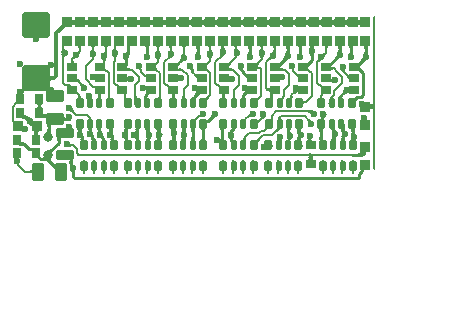
<source format=gtl>
G04*
G04 #@! TF.GenerationSoftware,Altium Limited,Altium Designer,20.0.10 (225)*
G04*
G04 Layer_Physical_Order=1*
G04 Layer_Color=255*
%FSLAX25Y25*%
%MOIN*%
G70*
G01*
G75*
%ADD10C,0.00787*%
G04:AMPARAMS|DCode=15|XSize=35.43mil|YSize=57.09mil|CornerRadius=3.54mil|HoleSize=0mil|Usage=FLASHONLY|Rotation=270.000|XOffset=0mil|YOffset=0mil|HoleType=Round|Shape=RoundedRectangle|*
%AMROUNDEDRECTD15*
21,1,0.03543,0.05000,0,0,270.0*
21,1,0.02835,0.05709,0,0,270.0*
1,1,0.00709,-0.02500,-0.01417*
1,1,0.00709,-0.02500,0.01417*
1,1,0.00709,0.02500,0.01417*
1,1,0.00709,0.02500,-0.01417*
%
%ADD15ROUNDEDRECTD15*%
G04:AMPARAMS|DCode=16|XSize=86.61mil|YSize=90.55mil|CornerRadius=8.66mil|HoleSize=0mil|Usage=FLASHONLY|Rotation=270.000|XOffset=0mil|YOffset=0mil|HoleType=Round|Shape=RoundedRectangle|*
%AMROUNDEDRECTD16*
21,1,0.08661,0.07323,0,0,270.0*
21,1,0.06929,0.09055,0,0,270.0*
1,1,0.01732,-0.03661,-0.03465*
1,1,0.01732,-0.03661,0.03465*
1,1,0.01732,0.03661,0.03465*
1,1,0.01732,0.03661,-0.03465*
%
%ADD16ROUNDEDRECTD16*%
G04:AMPARAMS|DCode=17|XSize=27.56mil|YSize=36.22mil|CornerRadius=2.76mil|HoleSize=0mil|Usage=FLASHONLY|Rotation=90.000|XOffset=0mil|YOffset=0mil|HoleType=Round|Shape=RoundedRectangle|*
%AMROUNDEDRECTD17*
21,1,0.02756,0.03071,0,0,90.0*
21,1,0.02205,0.03622,0,0,90.0*
1,1,0.00551,0.01535,0.01102*
1,1,0.00551,0.01535,-0.01102*
1,1,0.00551,-0.01535,-0.01102*
1,1,0.00551,-0.01535,0.01102*
%
%ADD17ROUNDEDRECTD17*%
G04:AMPARAMS|DCode=18|XSize=39.37mil|YSize=57.09mil|CornerRadius=3.94mil|HoleSize=0mil|Usage=FLASHONLY|Rotation=180.000|XOffset=0mil|YOffset=0mil|HoleType=Round|Shape=RoundedRectangle|*
%AMROUNDEDRECTD18*
21,1,0.03937,0.04921,0,0,180.0*
21,1,0.03150,0.05709,0,0,180.0*
1,1,0.00787,-0.01575,0.02461*
1,1,0.00787,0.01575,0.02461*
1,1,0.00787,0.01575,-0.02461*
1,1,0.00787,-0.01575,-0.02461*
%
%ADD18ROUNDEDRECTD18*%
%ADD19C,0.03150*%
G04:AMPARAMS|DCode=20|XSize=23.62mil|YSize=35.43mil|CornerRadius=2.36mil|HoleSize=0mil|Usage=FLASHONLY|Rotation=90.000|XOffset=0mil|YOffset=0mil|HoleType=Round|Shape=RoundedRectangle|*
%AMROUNDEDRECTD20*
21,1,0.02362,0.03071,0,0,90.0*
21,1,0.01890,0.03543,0,0,90.0*
1,1,0.00472,0.01535,0.00945*
1,1,0.00472,0.01535,-0.00945*
1,1,0.00472,-0.01535,-0.00945*
1,1,0.00472,-0.01535,0.00945*
%
%ADD20ROUNDEDRECTD20*%
G04:AMPARAMS|DCode=21|XSize=25.59mil|YSize=31.5mil|CornerRadius=2.56mil|HoleSize=0mil|Usage=FLASHONLY|Rotation=0.000|XOffset=0mil|YOffset=0mil|HoleType=Round|Shape=RoundedRectangle|*
%AMROUNDEDRECTD21*
21,1,0.02559,0.02638,0,0,0.0*
21,1,0.02047,0.03150,0,0,0.0*
1,1,0.00512,0.01024,-0.01319*
1,1,0.00512,-0.01024,-0.01319*
1,1,0.00512,-0.01024,0.01319*
1,1,0.00512,0.01024,0.01319*
%
%ADD21ROUNDEDRECTD21*%
G04:AMPARAMS|DCode=22|XSize=17.72mil|YSize=31.5mil|CornerRadius=1.77mil|HoleSize=0mil|Usage=FLASHONLY|Rotation=0.000|XOffset=0mil|YOffset=0mil|HoleType=Round|Shape=RoundedRectangle|*
%AMROUNDEDRECTD22*
21,1,0.01772,0.02795,0,0,0.0*
21,1,0.01417,0.03150,0,0,0.0*
1,1,0.00354,0.00709,-0.01398*
1,1,0.00354,-0.00709,-0.01398*
1,1,0.00354,-0.00709,0.01398*
1,1,0.00354,0.00709,0.01398*
%
%ADD22ROUNDEDRECTD22*%
G04:AMPARAMS|DCode=23|XSize=33.47mil|YSize=33.47mil|CornerRadius=3.35mil|HoleSize=0mil|Usage=FLASHONLY|Rotation=270.000|XOffset=0mil|YOffset=0mil|HoleType=Round|Shape=RoundedRectangle|*
%AMROUNDEDRECTD23*
21,1,0.03347,0.02677,0,0,270.0*
21,1,0.02677,0.03347,0,0,270.0*
1,1,0.00669,-0.01339,-0.01339*
1,1,0.00669,-0.01339,0.01339*
1,1,0.00669,0.01339,0.01339*
1,1,0.00669,0.01339,-0.01339*
%
%ADD23ROUNDEDRECTD23*%
G04:AMPARAMS|DCode=24|XSize=27.56mil|YSize=36.22mil|CornerRadius=2.76mil|HoleSize=0mil|Usage=FLASHONLY|Rotation=0.000|XOffset=0mil|YOffset=0mil|HoleType=Round|Shape=RoundedRectangle|*
%AMROUNDEDRECTD24*
21,1,0.02756,0.03071,0,0,0.0*
21,1,0.02205,0.03622,0,0,0.0*
1,1,0.00551,0.01102,-0.01535*
1,1,0.00551,-0.01102,-0.01535*
1,1,0.00551,-0.01102,0.01535*
1,1,0.00551,0.01102,0.01535*
%
%ADD24ROUNDEDRECTD24*%
G04:AMPARAMS|DCode=25|XSize=39.37mil|YSize=57.09mil|CornerRadius=3.94mil|HoleSize=0mil|Usage=FLASHONLY|Rotation=90.000|XOffset=0mil|YOffset=0mil|HoleType=Round|Shape=RoundedRectangle|*
%AMROUNDEDRECTD25*
21,1,0.03937,0.04921,0,0,90.0*
21,1,0.03150,0.05709,0,0,90.0*
1,1,0.00787,0.02461,0.01575*
1,1,0.00787,0.02461,-0.01575*
1,1,0.00787,-0.02461,-0.01575*
1,1,0.00787,-0.02461,0.01575*
%
%ADD25ROUNDEDRECTD25*%
G04:AMPARAMS|DCode=26|XSize=33.47mil|YSize=33.47mil|CornerRadius=3.35mil|HoleSize=0mil|Usage=FLASHONLY|Rotation=180.000|XOffset=0mil|YOffset=0mil|HoleType=Round|Shape=RoundedRectangle|*
%AMROUNDEDRECTD26*
21,1,0.03347,0.02677,0,0,180.0*
21,1,0.02677,0.03347,0,0,180.0*
1,1,0.00669,-0.01339,0.01339*
1,1,0.00669,0.01339,0.01339*
1,1,0.00669,0.01339,-0.01339*
1,1,0.00669,-0.01339,-0.01339*
%
%ADD26ROUNDEDRECTD26*%
G04:AMPARAMS|DCode=39|XSize=7.87mil|YSize=511.81mil|CornerRadius=3.94mil|HoleSize=0mil|Usage=FLASHONLY|Rotation=180.000|XOffset=0mil|YOffset=0mil|HoleType=Round|Shape=RoundedRectangle|*
%AMROUNDEDRECTD39*
21,1,0.00787,0.50394,0,0,180.0*
21,1,0.00000,0.51181,0,0,180.0*
1,1,0.00787,0.00000,0.25197*
1,1,0.00787,0.00000,0.25197*
1,1,0.00787,0.00000,-0.25197*
1,1,0.00787,0.00000,-0.25197*
%
%ADD39ROUNDEDRECTD39*%
G04:AMPARAMS|DCode=40|XSize=9.84mil|YSize=929.13mil|CornerRadius=4.92mil|HoleSize=0mil|Usage=FLASHONLY|Rotation=270.000|XOffset=0mil|YOffset=0mil|HoleType=Round|Shape=RoundedRectangle|*
%AMROUNDEDRECTD40*
21,1,0.00984,0.91929,0,0,270.0*
21,1,0.00000,0.92913,0,0,270.0*
1,1,0.00984,-0.45965,0.00000*
1,1,0.00984,-0.45965,0.00000*
1,1,0.00984,0.45965,0.00000*
1,1,0.00984,0.45965,0.00000*
%
%ADD40ROUNDEDRECTD40*%
G04:AMPARAMS|DCode=41|XSize=7.87mil|YSize=49.21mil|CornerRadius=3.94mil|HoleSize=0mil|Usage=FLASHONLY|Rotation=0.000|XOffset=0mil|YOffset=0mil|HoleType=Round|Shape=RoundedRectangle|*
%AMROUNDEDRECTD41*
21,1,0.00787,0.04134,0,0,0.0*
21,1,0.00000,0.04921,0,0,0.0*
1,1,0.00787,0.00000,-0.02067*
1,1,0.00787,0.00000,-0.02067*
1,1,0.00787,0.00000,0.02067*
1,1,0.00787,0.00000,0.02067*
%
%ADD41ROUNDEDRECTD41*%
%ADD42C,0.00984*%
%ADD43C,0.01181*%
%ADD44C,0.02362*%
G36*
X116947Y54001D02*
X117120Y53996D01*
Y52815D01*
X116947Y52811D01*
Y52224D01*
X116935Y52337D01*
X116899Y52437D01*
X116839Y52526D01*
X116756Y52602D01*
X116648Y52667D01*
X116517Y52720D01*
X116437Y52742D01*
X116357Y52720D01*
X116226Y52667D01*
X116118Y52602D01*
X116035Y52526D01*
X115975Y52437D01*
X115939Y52337D01*
X115927Y52224D01*
Y52811D01*
X115754Y52815D01*
Y53996D01*
X115927Y54001D01*
Y54587D01*
X115939Y54475D01*
X115975Y54374D01*
X116035Y54286D01*
X116118Y54209D01*
X116226Y54144D01*
X116357Y54091D01*
X116437Y54069D01*
X116517Y54091D01*
X116648Y54144D01*
X116756Y54209D01*
X116839Y54286D01*
X116899Y54374D01*
X116935Y54475D01*
X116947Y54587D01*
Y54001D01*
D02*
G37*
G36*
X86632D02*
X86805Y53996D01*
Y52815D01*
X86632Y52811D01*
Y52224D01*
X86620Y52337D01*
X86584Y52437D01*
X86524Y52526D01*
X86441Y52602D01*
X86334Y52667D01*
X86202Y52720D01*
X86122Y52742D01*
X86042Y52720D01*
X85910Y52667D01*
X85803Y52602D01*
X85720Y52526D01*
X85660Y52437D01*
X85624Y52337D01*
X85612Y52224D01*
Y52811D01*
X85439Y52815D01*
Y53996D01*
X85612Y54001D01*
Y54587D01*
X85624Y54475D01*
X85660Y54374D01*
X85720Y54286D01*
X85803Y54209D01*
X85910Y54144D01*
X86042Y54091D01*
X86122Y54069D01*
X86202Y54091D01*
X86334Y54144D01*
X86441Y54209D01*
X86524Y54286D01*
X86584Y54374D01*
X86620Y54475D01*
X86632Y54587D01*
Y54001D01*
D02*
G37*
G36*
X51986D02*
X52160Y53996D01*
Y52815D01*
X51986Y52811D01*
Y52224D01*
X51974Y52337D01*
X51938Y52437D01*
X51879Y52526D01*
X51795Y52602D01*
X51688Y52667D01*
X51557Y52720D01*
X51476Y52742D01*
X51396Y52720D01*
X51265Y52667D01*
X51157Y52602D01*
X51074Y52526D01*
X51014Y52437D01*
X50978Y52337D01*
X50967Y52224D01*
Y52811D01*
X50793Y52815D01*
Y53996D01*
X50967Y54001D01*
Y54587D01*
X50978Y54475D01*
X51014Y54374D01*
X51074Y54286D01*
X51157Y54209D01*
X51265Y54144D01*
X51396Y54091D01*
X51476Y54069D01*
X51557Y54091D01*
X51688Y54144D01*
X51795Y54209D01*
X51879Y54286D01*
X51938Y54374D01*
X51974Y54475D01*
X51986Y54587D01*
Y54001D01*
D02*
G37*
G36*
X21671D02*
X21845Y53996D01*
Y52815D01*
X21671Y52811D01*
Y52224D01*
X21659Y52337D01*
X21623Y52437D01*
X21564Y52526D01*
X21480Y52602D01*
X21373Y52667D01*
X21242Y52720D01*
X21161Y52742D01*
X21081Y52720D01*
X20950Y52667D01*
X20843Y52602D01*
X20759Y52526D01*
X20699Y52437D01*
X20664Y52337D01*
X20652Y52224D01*
Y52811D01*
X20478Y52815D01*
Y53996D01*
X20652Y54001D01*
Y54587D01*
X20664Y54475D01*
X20699Y54374D01*
X20759Y54286D01*
X20843Y54209D01*
X20950Y54144D01*
X21081Y54091D01*
X21161Y54069D01*
X21242Y54091D01*
X21373Y54144D01*
X21480Y54209D01*
X21564Y54286D01*
X21623Y54374D01*
X21659Y54475D01*
X21671Y54587D01*
Y54001D01*
D02*
G37*
G36*
X56317D02*
X56490Y53996D01*
Y52815D01*
X56317Y52811D01*
Y52224D01*
X56305Y52337D01*
X56269Y52437D01*
X56209Y52526D01*
X56126Y52602D01*
X56019Y52667D01*
X55887Y52720D01*
X55807Y52742D01*
X55727Y52720D01*
X55596Y52667D01*
X55488Y52602D01*
X55405Y52526D01*
X55345Y52437D01*
X55309Y52337D01*
X55297Y52224D01*
Y52811D01*
X55124Y52815D01*
Y53996D01*
X55297Y54001D01*
Y54587D01*
X55309Y54475D01*
X55345Y54374D01*
X55405Y54286D01*
X55488Y54209D01*
X55596Y54144D01*
X55727Y54091D01*
X55807Y54069D01*
X55887Y54091D01*
X56019Y54144D01*
X56126Y54209D01*
X56209Y54286D01*
X56269Y54374D01*
X56305Y54475D01*
X56317Y54587D01*
Y54001D01*
D02*
G37*
G36*
X112616D02*
X112790Y53996D01*
Y52815D01*
X112616Y52811D01*
Y52224D01*
X112604Y52337D01*
X112568Y52437D01*
X112509Y52526D01*
X112425Y52602D01*
X112318Y52667D01*
X112187Y52720D01*
X112106Y52742D01*
X112026Y52720D01*
X111895Y52667D01*
X111787Y52602D01*
X111704Y52526D01*
X111644Y52437D01*
X111608Y52337D01*
X111597Y52224D01*
Y52811D01*
X111423Y52815D01*
Y53996D01*
X111597Y54001D01*
Y54587D01*
X111608Y54475D01*
X111644Y54374D01*
X111704Y54286D01*
X111787Y54209D01*
X111895Y54144D01*
X112026Y54091D01*
X112106Y54069D01*
X112187Y54091D01*
X112318Y54144D01*
X112425Y54209D01*
X112509Y54286D01*
X112568Y54374D01*
X112604Y54475D01*
X112616Y54587D01*
Y54001D01*
D02*
G37*
G36*
X108285D02*
X108459Y53996D01*
Y52815D01*
X108285Y52811D01*
Y52224D01*
X108273Y52337D01*
X108238Y52437D01*
X108178Y52526D01*
X108095Y52602D01*
X107987Y52667D01*
X107856Y52720D01*
X107776Y52742D01*
X107695Y52720D01*
X107564Y52667D01*
X107457Y52602D01*
X107373Y52526D01*
X107314Y52437D01*
X107278Y52337D01*
X107266Y52224D01*
Y52811D01*
X107092Y52815D01*
Y53996D01*
X107266Y54001D01*
Y54587D01*
X107278Y54475D01*
X107314Y54374D01*
X107373Y54286D01*
X107457Y54209D01*
X107564Y54144D01*
X107695Y54091D01*
X107776Y54069D01*
X107856Y54091D01*
X107987Y54144D01*
X108095Y54209D01*
X108178Y54286D01*
X108238Y54374D01*
X108273Y54475D01*
X108285Y54587D01*
Y54001D01*
D02*
G37*
G36*
X103955D02*
X104128Y53996D01*
Y52815D01*
X103955Y52811D01*
Y52224D01*
X103943Y52337D01*
X103907Y52437D01*
X103847Y52526D01*
X103764Y52602D01*
X103656Y52667D01*
X103525Y52720D01*
X103445Y52742D01*
X103365Y52720D01*
X103233Y52667D01*
X103126Y52602D01*
X103042Y52526D01*
X102983Y52437D01*
X102947Y52337D01*
X102935Y52224D01*
Y52811D01*
X102762Y52815D01*
Y53996D01*
X102935Y54001D01*
Y54587D01*
X102947Y54475D01*
X102983Y54374D01*
X103042Y54286D01*
X103126Y54209D01*
X103233Y54144D01*
X103365Y54091D01*
X103445Y54069D01*
X103525Y54091D01*
X103656Y54144D01*
X103764Y54209D01*
X103847Y54286D01*
X103907Y54374D01*
X103943Y54475D01*
X103955Y54587D01*
Y54001D01*
D02*
G37*
G36*
X99624D02*
X99797Y53996D01*
Y52815D01*
X99624Y52811D01*
Y52224D01*
X99612Y52337D01*
X99576Y52437D01*
X99517Y52526D01*
X99433Y52602D01*
X99326Y52667D01*
X99195Y52720D01*
X99114Y52742D01*
X99034Y52720D01*
X98903Y52667D01*
X98795Y52602D01*
X98712Y52526D01*
X98652Y52437D01*
X98616Y52337D01*
X98604Y52224D01*
Y52811D01*
X98431Y52815D01*
Y53996D01*
X98604Y54001D01*
Y54587D01*
X98616Y54475D01*
X98652Y54374D01*
X98712Y54286D01*
X98795Y54209D01*
X98903Y54144D01*
X99034Y54091D01*
X99114Y54069D01*
X99195Y54091D01*
X99326Y54144D01*
X99433Y54209D01*
X99517Y54286D01*
X99576Y54374D01*
X99612Y54475D01*
X99624Y54587D01*
Y54001D01*
D02*
G37*
G36*
X95293D02*
X95467Y53996D01*
Y52815D01*
X95293Y52811D01*
Y52224D01*
X95281Y52337D01*
X95246Y52437D01*
X95186Y52526D01*
X95102Y52602D01*
X94995Y52667D01*
X94864Y52720D01*
X94784Y52742D01*
X94703Y52720D01*
X94572Y52667D01*
X94465Y52602D01*
X94381Y52526D01*
X94321Y52437D01*
X94286Y52337D01*
X94274Y52224D01*
Y52811D01*
X94100Y52815D01*
Y53996D01*
X94274Y54001D01*
Y54587D01*
X94286Y54475D01*
X94321Y54374D01*
X94381Y54286D01*
X94465Y54209D01*
X94572Y54144D01*
X94703Y54091D01*
X94784Y54069D01*
X94864Y54091D01*
X94995Y54144D01*
X95102Y54209D01*
X95186Y54286D01*
X95246Y54374D01*
X95281Y54475D01*
X95293Y54587D01*
Y54001D01*
D02*
G37*
G36*
X90963D02*
X91136Y53996D01*
Y52815D01*
X90963Y52811D01*
Y52224D01*
X90951Y52337D01*
X90915Y52437D01*
X90855Y52526D01*
X90772Y52602D01*
X90664Y52667D01*
X90533Y52720D01*
X90453Y52742D01*
X90373Y52720D01*
X90241Y52667D01*
X90134Y52602D01*
X90050Y52526D01*
X89991Y52437D01*
X89955Y52337D01*
X89943Y52224D01*
Y52811D01*
X89770Y52815D01*
Y53996D01*
X89943Y54001D01*
Y54587D01*
X89955Y54475D01*
X89991Y54374D01*
X90050Y54286D01*
X90134Y54209D01*
X90241Y54144D01*
X90373Y54091D01*
X90453Y54069D01*
X90533Y54091D01*
X90664Y54144D01*
X90772Y54209D01*
X90855Y54286D01*
X90915Y54374D01*
X90951Y54475D01*
X90963Y54587D01*
Y54001D01*
D02*
G37*
G36*
X82301D02*
X82475Y53996D01*
Y52815D01*
X82301Y52811D01*
Y52224D01*
X82289Y52337D01*
X82253Y52437D01*
X82194Y52526D01*
X82110Y52602D01*
X82003Y52667D01*
X81872Y52720D01*
X81791Y52742D01*
X81711Y52720D01*
X81580Y52667D01*
X81472Y52602D01*
X81389Y52526D01*
X81329Y52437D01*
X81293Y52337D01*
X81282Y52224D01*
Y52811D01*
X81108Y52815D01*
Y53996D01*
X81282Y54001D01*
Y54587D01*
X81293Y54475D01*
X81329Y54374D01*
X81389Y54286D01*
X81472Y54209D01*
X81580Y54144D01*
X81711Y54091D01*
X81791Y54069D01*
X81872Y54091D01*
X82003Y54144D01*
X82110Y54209D01*
X82194Y54286D01*
X82253Y54374D01*
X82289Y54475D01*
X82301Y54587D01*
Y54001D01*
D02*
G37*
G36*
X77970D02*
X78144Y53996D01*
Y52815D01*
X77970Y52811D01*
Y52224D01*
X77959Y52337D01*
X77923Y52437D01*
X77863Y52526D01*
X77780Y52602D01*
X77672Y52667D01*
X77541Y52720D01*
X77461Y52742D01*
X77380Y52720D01*
X77249Y52667D01*
X77142Y52602D01*
X77058Y52526D01*
X76999Y52437D01*
X76963Y52337D01*
X76951Y52224D01*
Y52811D01*
X76777Y52815D01*
Y53996D01*
X76951Y54001D01*
Y54587D01*
X76963Y54475D01*
X76999Y54374D01*
X77058Y54286D01*
X77142Y54209D01*
X77249Y54144D01*
X77380Y54091D01*
X77461Y54069D01*
X77541Y54091D01*
X77672Y54144D01*
X77780Y54209D01*
X77863Y54286D01*
X77923Y54374D01*
X77959Y54475D01*
X77970Y54587D01*
Y54001D01*
D02*
G37*
G36*
X73640D02*
X73813Y53996D01*
Y52815D01*
X73640Y52811D01*
Y52224D01*
X73628Y52337D01*
X73592Y52437D01*
X73532Y52526D01*
X73449Y52602D01*
X73342Y52667D01*
X73210Y52720D01*
X73130Y52742D01*
X73050Y52720D01*
X72918Y52667D01*
X72811Y52602D01*
X72728Y52526D01*
X72668Y52437D01*
X72632Y52337D01*
X72620Y52224D01*
Y52811D01*
X72447Y52815D01*
Y53996D01*
X72620Y54001D01*
Y54587D01*
X72632Y54475D01*
X72668Y54374D01*
X72728Y54286D01*
X72811Y54209D01*
X72918Y54144D01*
X73050Y54091D01*
X73130Y54069D01*
X73210Y54091D01*
X73342Y54144D01*
X73449Y54209D01*
X73532Y54286D01*
X73592Y54374D01*
X73628Y54475D01*
X73640Y54587D01*
Y54001D01*
D02*
G37*
G36*
X69309D02*
X69482Y53996D01*
Y52815D01*
X69309Y52811D01*
Y52224D01*
X69297Y52337D01*
X69261Y52437D01*
X69202Y52526D01*
X69118Y52602D01*
X69011Y52667D01*
X68879Y52720D01*
X68799Y52742D01*
X68719Y52720D01*
X68588Y52667D01*
X68480Y52602D01*
X68397Y52526D01*
X68337Y52437D01*
X68301Y52337D01*
X68289Y52224D01*
Y52811D01*
X68116Y52815D01*
Y53996D01*
X68289Y54001D01*
Y54587D01*
X68301Y54475D01*
X68337Y54374D01*
X68397Y54286D01*
X68480Y54209D01*
X68588Y54144D01*
X68719Y54091D01*
X68799Y54069D01*
X68879Y54091D01*
X69011Y54144D01*
X69118Y54209D01*
X69202Y54286D01*
X69261Y54374D01*
X69297Y54475D01*
X69309Y54587D01*
Y54001D01*
D02*
G37*
G36*
X64978D02*
X65152Y53996D01*
Y52815D01*
X64978Y52811D01*
Y52224D01*
X64966Y52337D01*
X64931Y52437D01*
X64871Y52526D01*
X64787Y52602D01*
X64680Y52667D01*
X64549Y52720D01*
X64468Y52742D01*
X64388Y52720D01*
X64257Y52667D01*
X64150Y52602D01*
X64066Y52526D01*
X64006Y52437D01*
X63971Y52337D01*
X63959Y52224D01*
Y52811D01*
X63785Y52815D01*
Y53996D01*
X63959Y54001D01*
Y54587D01*
X63971Y54475D01*
X64006Y54374D01*
X64066Y54286D01*
X64150Y54209D01*
X64257Y54144D01*
X64388Y54091D01*
X64468Y54069D01*
X64549Y54091D01*
X64680Y54144D01*
X64787Y54209D01*
X64871Y54286D01*
X64931Y54374D01*
X64966Y54475D01*
X64978Y54587D01*
Y54001D01*
D02*
G37*
G36*
X60648D02*
X60821Y53996D01*
Y52815D01*
X60648Y52811D01*
Y52224D01*
X60636Y52337D01*
X60600Y52437D01*
X60540Y52526D01*
X60457Y52602D01*
X60349Y52667D01*
X60218Y52720D01*
X60138Y52742D01*
X60057Y52720D01*
X59926Y52667D01*
X59819Y52602D01*
X59735Y52526D01*
X59676Y52437D01*
X59640Y52337D01*
X59628Y52224D01*
Y52811D01*
X59455Y52815D01*
Y53996D01*
X59628Y54001D01*
Y54587D01*
X59640Y54475D01*
X59676Y54374D01*
X59735Y54286D01*
X59819Y54209D01*
X59926Y54144D01*
X60057Y54091D01*
X60138Y54069D01*
X60218Y54091D01*
X60349Y54144D01*
X60457Y54209D01*
X60540Y54286D01*
X60600Y54374D01*
X60636Y54475D01*
X60648Y54587D01*
Y54001D01*
D02*
G37*
G36*
X47655D02*
X47829Y53996D01*
Y52815D01*
X47655Y52811D01*
Y52224D01*
X47644Y52337D01*
X47608Y52437D01*
X47548Y52526D01*
X47465Y52602D01*
X47357Y52667D01*
X47226Y52720D01*
X47146Y52742D01*
X47065Y52720D01*
X46934Y52667D01*
X46827Y52602D01*
X46743Y52526D01*
X46684Y52437D01*
X46648Y52337D01*
X46636Y52224D01*
Y52811D01*
X46462Y52815D01*
Y53996D01*
X46636Y54001D01*
Y54587D01*
X46648Y54475D01*
X46684Y54374D01*
X46743Y54286D01*
X46827Y54209D01*
X46934Y54144D01*
X47065Y54091D01*
X47146Y54069D01*
X47226Y54091D01*
X47357Y54144D01*
X47465Y54209D01*
X47548Y54286D01*
X47608Y54374D01*
X47644Y54475D01*
X47655Y54587D01*
Y54001D01*
D02*
G37*
G36*
X43325D02*
X43498Y53996D01*
Y52815D01*
X43325Y52811D01*
Y52224D01*
X43313Y52337D01*
X43277Y52437D01*
X43217Y52526D01*
X43134Y52602D01*
X43027Y52667D01*
X42895Y52720D01*
X42815Y52742D01*
X42735Y52720D01*
X42603Y52667D01*
X42496Y52602D01*
X42412Y52526D01*
X42353Y52437D01*
X42317Y52337D01*
X42305Y52224D01*
Y52811D01*
X42132Y52815D01*
Y53996D01*
X42305Y54001D01*
Y54587D01*
X42317Y54475D01*
X42353Y54374D01*
X42412Y54286D01*
X42496Y54209D01*
X42603Y54144D01*
X42735Y54091D01*
X42815Y54069D01*
X42895Y54091D01*
X43027Y54144D01*
X43134Y54209D01*
X43217Y54286D01*
X43277Y54374D01*
X43313Y54475D01*
X43325Y54587D01*
Y54001D01*
D02*
G37*
G36*
X38994D02*
X39168Y53996D01*
Y52815D01*
X38994Y52811D01*
Y52224D01*
X38982Y52337D01*
X38946Y52437D01*
X38887Y52526D01*
X38803Y52602D01*
X38696Y52667D01*
X38565Y52720D01*
X38484Y52742D01*
X38404Y52720D01*
X38273Y52667D01*
X38165Y52602D01*
X38082Y52526D01*
X38022Y52437D01*
X37986Y52337D01*
X37975Y52224D01*
Y52811D01*
X37801Y52815D01*
Y53996D01*
X37975Y54001D01*
Y54587D01*
X37986Y54475D01*
X38022Y54374D01*
X38082Y54286D01*
X38165Y54209D01*
X38273Y54144D01*
X38404Y54091D01*
X38484Y54069D01*
X38565Y54091D01*
X38696Y54144D01*
X38803Y54209D01*
X38887Y54286D01*
X38946Y54374D01*
X38982Y54475D01*
X38994Y54587D01*
Y54001D01*
D02*
G37*
G36*
X34663D02*
X34837Y53996D01*
Y52815D01*
X34663Y52811D01*
Y52224D01*
X34651Y52337D01*
X34616Y52437D01*
X34556Y52526D01*
X34473Y52602D01*
X34365Y52667D01*
X34234Y52720D01*
X34154Y52742D01*
X34073Y52720D01*
X33942Y52667D01*
X33835Y52602D01*
X33751Y52526D01*
X33691Y52437D01*
X33656Y52337D01*
X33644Y52224D01*
Y52811D01*
X33470Y52815D01*
Y53996D01*
X33644Y54001D01*
Y54587D01*
X33656Y54475D01*
X33691Y54374D01*
X33751Y54286D01*
X33835Y54209D01*
X33942Y54144D01*
X34073Y54091D01*
X34154Y54069D01*
X34234Y54091D01*
X34365Y54144D01*
X34473Y54209D01*
X34556Y54286D01*
X34616Y54374D01*
X34651Y54475D01*
X34663Y54587D01*
Y54001D01*
D02*
G37*
G36*
X30333D02*
X30506Y53996D01*
Y52815D01*
X30333Y52811D01*
Y52224D01*
X30321Y52337D01*
X30285Y52437D01*
X30225Y52526D01*
X30142Y52602D01*
X30034Y52667D01*
X29903Y52720D01*
X29823Y52742D01*
X29743Y52720D01*
X29611Y52667D01*
X29504Y52602D01*
X29420Y52526D01*
X29361Y52437D01*
X29325Y52337D01*
X29313Y52224D01*
Y52811D01*
X29140Y52815D01*
Y53996D01*
X29313Y54001D01*
Y54587D01*
X29325Y54475D01*
X29361Y54374D01*
X29420Y54286D01*
X29504Y54209D01*
X29611Y54144D01*
X29743Y54091D01*
X29823Y54069D01*
X29903Y54091D01*
X30034Y54144D01*
X30142Y54209D01*
X30225Y54286D01*
X30285Y54374D01*
X30321Y54475D01*
X30333Y54587D01*
Y54001D01*
D02*
G37*
G36*
X26002D02*
X26175Y53996D01*
Y52815D01*
X26002Y52811D01*
Y52224D01*
X25990Y52337D01*
X25954Y52437D01*
X25895Y52526D01*
X25811Y52602D01*
X25704Y52667D01*
X25572Y52720D01*
X25492Y52742D01*
X25412Y52720D01*
X25281Y52667D01*
X25173Y52602D01*
X25090Y52526D01*
X25030Y52437D01*
X24994Y52337D01*
X24982Y52224D01*
Y52811D01*
X24809Y52815D01*
Y53996D01*
X24982Y54001D01*
Y54587D01*
X24994Y54475D01*
X25030Y54374D01*
X25090Y54286D01*
X25173Y54209D01*
X25281Y54144D01*
X25412Y54091D01*
X25492Y54069D01*
X25572Y54091D01*
X25704Y54144D01*
X25811Y54209D01*
X25895Y54286D01*
X25954Y54374D01*
X25990Y54475D01*
X26002Y54587D01*
Y54001D01*
D02*
G37*
G36*
X19215Y51750D02*
X19115Y51806D01*
X19000Y51831D01*
X18870Y51824D01*
X18725Y51786D01*
X18565Y51717D01*
X18391Y51617D01*
X18202Y51485D01*
X17998Y51322D01*
X17545Y50903D01*
X16493Y51521D01*
X16738Y51774D01*
X17121Y52223D01*
X17259Y52419D01*
X17361Y52595D01*
X17428Y52753D01*
X17460Y52891D01*
X17456Y53010D01*
X17416Y53111D01*
X17341Y53192D01*
X19215Y51750D01*
D02*
G37*
G36*
X40453Y45529D02*
X40359Y45531D01*
X40276Y45511D01*
X40202Y45467D01*
X40138Y45401D01*
X40084Y45313D01*
X40039Y45202D01*
X40005Y45069D01*
X39980Y44913D01*
X39966Y44734D01*
X39961Y44533D01*
X38976D01*
X39007Y45721D01*
X40453Y45529D01*
D02*
G37*
G36*
X35827D02*
X35752Y45533D01*
X35685Y45518D01*
X35626Y45485D01*
X35575Y45433D01*
X35531Y45362D01*
X35496Y45273D01*
X35469Y45165D01*
X35449Y45039D01*
X35439Y44923D01*
X35450Y44833D01*
X35472Y44728D01*
X35502Y44627D01*
X35541Y44527D01*
X35589Y44431D01*
X35645Y44337D01*
X35710Y44245D01*
X35784Y44157D01*
X35866Y44070D01*
X34213D01*
X34295Y44157D01*
X34369Y44245D01*
X34433Y44337D01*
X34490Y44431D01*
X34537Y44527D01*
X34576Y44627D01*
X34607Y44728D01*
X34628Y44833D01*
X34641Y44940D01*
X34646Y45049D01*
X34656D01*
X34676Y45721D01*
X35827Y45529D01*
D02*
G37*
G36*
X18504D02*
X18429Y45533D01*
X18362Y45518D01*
X18303Y45485D01*
X18252Y45433D01*
X18209Y45362D01*
X18173Y45273D01*
X18146Y45165D01*
X18126Y45039D01*
X18114Y44894D01*
X18114Y44892D01*
X18115Y44868D01*
X18130Y44761D01*
X18154Y44665D01*
X18189Y44577D01*
X18233Y44500D01*
X18287Y44431D01*
X18351Y44373D01*
X18425Y44324D01*
X18508Y44284D01*
X18601Y44254D01*
X17530Y43110D01*
X17185Y43478D01*
X17211Y43564D01*
X17255Y43745D01*
X17273Y43839D01*
X17310Y44142D01*
X17317Y44249D01*
X17323Y44472D01*
X17720Y44730D01*
X17323D01*
X17354Y45721D01*
X18504Y45529D01*
D02*
G37*
G36*
X106224Y45522D02*
X106158Y45498D01*
X106098Y45458D01*
X106047Y45402D01*
X106004Y45330D01*
X105968Y45242D01*
X105941Y45138D01*
X105921Y45018D01*
X105910Y44882D01*
X105905Y44730D01*
X105118D01*
X105114Y44882D01*
X105102Y45018D01*
X105083Y45138D01*
X105055Y45242D01*
X105020Y45330D01*
X104976Y45402D01*
X104925Y45458D01*
X104866Y45498D01*
X104799Y45522D01*
X104724Y45529D01*
X106299D01*
X106224Y45522D01*
D02*
G37*
G36*
X89000D02*
X88933Y45498D01*
X88874Y45458D01*
X88823Y45402D01*
X88779Y45330D01*
X88744Y45242D01*
X88717Y45138D01*
X88697Y45018D01*
X88685Y44882D01*
X88681Y44730D01*
X87894D01*
X87890Y44882D01*
X87878Y45018D01*
X87858Y45138D01*
X87831Y45242D01*
X87795Y45330D01*
X87752Y45402D01*
X87701Y45458D01*
X87642Y45498D01*
X87575Y45522D01*
X87500Y45529D01*
X89075D01*
X89000Y45522D01*
D02*
G37*
G36*
X67445D02*
X67378Y45498D01*
X67319Y45458D01*
X67268Y45402D01*
X67224Y45330D01*
X67189Y45242D01*
X67161Y45138D01*
X67142Y45018D01*
X67130Y44882D01*
X67126Y44730D01*
X66339D01*
X66335Y44882D01*
X66323Y45018D01*
X66303Y45138D01*
X66276Y45242D01*
X66240Y45330D01*
X66197Y45402D01*
X66146Y45458D01*
X66087Y45498D01*
X66020Y45522D01*
X65945Y45529D01*
X67520D01*
X67445Y45522D01*
D02*
G37*
G36*
X58784D02*
X58716Y45498D01*
X58657Y45458D01*
X58606Y45402D01*
X58563Y45330D01*
X58528Y45242D01*
X58500Y45138D01*
X58480Y45018D01*
X58469Y44882D01*
X58465Y44730D01*
X57677D01*
X57673Y44882D01*
X57661Y45018D01*
X57642Y45138D01*
X57614Y45242D01*
X57579Y45330D01*
X57535Y45402D01*
X57484Y45458D01*
X57425Y45498D01*
X57358Y45522D01*
X57284Y45529D01*
X58858D01*
X58784Y45522D01*
D02*
G37*
G36*
X54354D02*
X54287Y45498D01*
X54228Y45458D01*
X54177Y45402D01*
X54134Y45330D01*
X54098Y45242D01*
X54071Y45138D01*
X54051Y45018D01*
X54039Y44882D01*
X54035Y44730D01*
X53248D01*
X53244Y44882D01*
X53232Y45018D01*
X53213Y45138D01*
X53185Y45242D01*
X53150Y45330D01*
X53106Y45402D01*
X53055Y45458D01*
X52996Y45498D01*
X52929Y45522D01*
X52854Y45529D01*
X54429D01*
X54354Y45522D01*
D02*
G37*
G36*
X50122D02*
X50055Y45498D01*
X49996Y45458D01*
X49945Y45402D01*
X49902Y45330D01*
X49866Y45242D01*
X49839Y45138D01*
X49819Y45018D01*
X49807Y44882D01*
X49803Y44730D01*
X49016D01*
X49012Y44882D01*
X49000Y45018D01*
X48980Y45138D01*
X48953Y45242D01*
X48917Y45330D01*
X48874Y45402D01*
X48823Y45458D01*
X48764Y45498D01*
X48697Y45522D01*
X48622Y45529D01*
X50197D01*
X50122Y45522D01*
D02*
G37*
G36*
X32799D02*
X32732Y45498D01*
X32673Y45458D01*
X32622Y45402D01*
X32579Y45330D01*
X32543Y45242D01*
X32516Y45138D01*
X32496Y45018D01*
X32484Y44882D01*
X32480Y44730D01*
X31693D01*
X31689Y44882D01*
X31677Y45018D01*
X31657Y45138D01*
X31630Y45242D01*
X31594Y45330D01*
X31551Y45402D01*
X31500Y45458D01*
X31441Y45498D01*
X31374Y45522D01*
X31299Y45529D01*
X32874D01*
X32799Y45522D01*
D02*
G37*
G36*
X28468D02*
X28402Y45498D01*
X28343Y45458D01*
X28291Y45402D01*
X28248Y45330D01*
X28213Y45242D01*
X28185Y45138D01*
X28165Y45018D01*
X28154Y44882D01*
X28150Y44730D01*
X27362D01*
X27358Y44882D01*
X27347Y45018D01*
X27327Y45138D01*
X27299Y45242D01*
X27264Y45330D01*
X27220Y45402D01*
X27169Y45458D01*
X27110Y45498D01*
X27043Y45522D01*
X26969Y45529D01*
X28543D01*
X28468Y45522D01*
D02*
G37*
G36*
X24039D02*
X23972Y45498D01*
X23913Y45458D01*
X23862Y45402D01*
X23819Y45330D01*
X23784Y45242D01*
X23756Y45138D01*
X23736Y45018D01*
X23724Y44882D01*
X23720Y44730D01*
X22933D01*
X22929Y44882D01*
X22917Y45018D01*
X22898Y45138D01*
X22870Y45242D01*
X22835Y45330D01*
X22791Y45402D01*
X22740Y45458D01*
X22681Y45498D01*
X22614Y45522D01*
X22539Y45529D01*
X24114D01*
X24039Y45522D01*
D02*
G37*
G36*
X119591Y45520D02*
X119508Y45490D01*
X119434Y45440D01*
X119370Y45370D01*
X119316Y45281D01*
X119272Y45171D01*
X119237Y45041D01*
X119213Y44892D01*
X119198Y44723D01*
X119193Y44533D01*
X118209D01*
X118204Y44723D01*
X118189Y44892D01*
X118164Y45041D01*
X118130Y45171D01*
X118086Y45281D01*
X118032Y45370D01*
X117967Y45440D01*
X117894Y45490D01*
X117810Y45520D01*
X117717Y45529D01*
X119685D01*
X119591Y45520D01*
D02*
G37*
G36*
X114764Y45529D02*
X114670Y45521D01*
X114587Y45492D01*
X114513Y45443D01*
X114449Y45374D01*
X114395Y45284D01*
X114350Y45175D01*
X114316Y45045D01*
X114291Y44894D01*
X114277Y44724D01*
X114272Y44533D01*
X113287D01*
X113283Y44727D01*
X113268Y44901D01*
X113244Y45054D01*
X113210Y45187D01*
X113166Y45300D01*
X113113Y45393D01*
X113049Y45465D01*
X112977Y45517D01*
X112894Y45549D01*
X112802Y45561D01*
X114764Y45529D01*
D02*
G37*
G36*
X110832Y45520D02*
X110748Y45490D01*
X110674Y45440D01*
X110610Y45370D01*
X110556Y45281D01*
X110512Y45171D01*
X110477Y45041D01*
X110453Y44892D01*
X110438Y44723D01*
X110433Y44533D01*
X109449D01*
X109444Y44723D01*
X109429Y44892D01*
X109405Y45041D01*
X109370Y45171D01*
X109326Y45281D01*
X109272Y45370D01*
X109208Y45440D01*
X109134Y45490D01*
X109050Y45520D01*
X108957Y45529D01*
X110925D01*
X110832Y45520D01*
D02*
G37*
G36*
X100344Y45552D02*
X101279D01*
X101280Y45537D01*
X101772Y45529D01*
X101678Y45521D01*
X101594Y45492D01*
X101521Y45443D01*
X101457Y45374D01*
X101403Y45284D01*
X101358Y45175D01*
X101337Y45095D01*
X101363Y45012D01*
X101400Y44921D01*
X101444Y44835D01*
X101494Y44756D01*
X101551Y44682D01*
X101614Y44613D01*
X101282D01*
X101279Y44533D01*
X100295D01*
X100293Y44613D01*
X99961D01*
X100024Y44682D01*
X100081Y44756D01*
X100131Y44835D01*
X100175Y44921D01*
X100212Y45012D01*
X100240Y45101D01*
X100218Y45187D01*
X100174Y45300D01*
X100120Y45393D01*
X100057Y45465D01*
X99985Y45517D01*
X99902Y45549D01*
X99810Y45561D01*
X100344Y45552D01*
D02*
G37*
G36*
X97741Y45520D02*
X97658Y45490D01*
X97584Y45440D01*
X97520Y45370D01*
X97466Y45281D01*
X97421Y45171D01*
X97387Y45041D01*
X97362Y44892D01*
X97347Y44723D01*
X97342Y44533D01*
X96358D01*
X96353Y44723D01*
X96339Y44892D01*
X96314Y45041D01*
X96280Y45171D01*
X96235Y45281D01*
X96181Y45370D01*
X96117Y45440D01*
X96043Y45490D01*
X95960Y45520D01*
X95866Y45529D01*
X97835D01*
X97741Y45520D01*
D02*
G37*
G36*
X93607D02*
X93524Y45490D01*
X93450Y45440D01*
X93386Y45370D01*
X93332Y45281D01*
X93287Y45171D01*
X93253Y45041D01*
X93228Y44892D01*
X93214Y44723D01*
X93209Y44533D01*
X92224D01*
X92220Y44723D01*
X92205Y44892D01*
X92180Y45041D01*
X92146Y45171D01*
X92101Y45281D01*
X92047Y45370D01*
X91983Y45440D01*
X91909Y45490D01*
X91826Y45520D01*
X91732Y45529D01*
X93701D01*
X93607Y45520D01*
D02*
G37*
G36*
X80909Y45527D02*
X80825Y45496D01*
X80752Y45446D01*
X80688Y45376D01*
X80634Y45285D01*
X80590Y45175D01*
X80556Y45044D01*
X80531Y44894D01*
X80517Y44724D01*
X80512Y44533D01*
X79528D01*
X79523Y44723D01*
X79508Y44892D01*
X79483Y45042D01*
X79449Y45172D01*
X79404Y45281D01*
X79350Y45371D01*
X79286Y45441D01*
X79213Y45490D01*
X79129Y45520D01*
X79035Y45529D01*
X81002Y45537D01*
X80909Y45527D01*
D02*
G37*
G36*
X63586D02*
X63502Y45496D01*
X63429Y45446D01*
X63365Y45376D01*
X63311Y45285D01*
X63267Y45175D01*
X63233Y45044D01*
X63209Y44894D01*
X63194Y44724D01*
X63189Y44533D01*
X62205D01*
X62200Y44723D01*
X62185Y44892D01*
X62160Y45042D01*
X62126Y45172D01*
X62082Y45281D01*
X62028Y45371D01*
X61964Y45441D01*
X61890Y45490D01*
X61806Y45520D01*
X61713Y45529D01*
X63679Y45537D01*
X63586Y45527D01*
D02*
G37*
G36*
X46573Y45638D02*
X46528Y45547D01*
X46488Y45448D01*
X46453Y45342D01*
X46424Y45228D01*
X46401Y45106D01*
X46369Y44839D01*
X46361Y44694D01*
X46358Y44541D01*
X45374Y44533D01*
X45369Y44732D01*
X45354Y44909D01*
X45330Y45064D01*
X45295Y45197D01*
X45251Y45307D01*
X45197Y45396D01*
X45133Y45463D01*
X45059Y45507D01*
X44975Y45529D01*
X44882Y45529D01*
X46623Y45721D01*
X46573Y45638D01*
D02*
G37*
G36*
X71358Y45553D02*
X71359Y45529D01*
X71666D01*
X71608Y45522D01*
X71555Y45501D01*
X71509Y45465D01*
X71469Y45415D01*
X71435Y45351D01*
X71408Y45273D01*
X71399Y45235D01*
X71399Y45232D01*
X71432Y45132D01*
X71473Y45036D01*
X71523Y44943D01*
X71583Y44855D01*
X71652Y44769D01*
X71729Y44688D01*
X71817Y44610D01*
X70169Y44473D01*
X70245Y44567D01*
X70314Y44666D01*
X70374Y44768D01*
X70426Y44874D01*
X70470Y44984D01*
X70507Y45097D01*
X70535Y45214D01*
X70535Y45215D01*
X70522Y45273D01*
X70494Y45351D01*
X70460Y45415D01*
X70420Y45465D01*
X70374Y45501D01*
X70322Y45522D01*
X70263Y45529D01*
X70569D01*
X70571Y45586D01*
X71358Y45553D01*
D02*
G37*
G36*
X76106Y45522D02*
X76039Y45498D01*
X75980Y45458D01*
X75929Y45402D01*
X75886Y45330D01*
X75850Y45242D01*
X75823Y45138D01*
X75803Y45018D01*
X75802Y45008D01*
X75807Y44973D01*
X75832Y44872D01*
X75866Y44777D01*
X75910Y44688D01*
X75964Y44604D01*
X76028Y44527D01*
X76102Y44456D01*
X76185Y44390D01*
X76279Y44330D01*
X74678Y43917D01*
X74739Y44024D01*
X74842Y44237D01*
X74884Y44343D01*
X74919Y44449D01*
X74948Y44555D01*
X74971Y44660D01*
X74987Y44765D01*
X74997Y44867D01*
X74996Y44882D01*
X74984Y45018D01*
X74965Y45138D01*
X74937Y45242D01*
X74902Y45330D01*
X74858Y45402D01*
X74807Y45458D01*
X74748Y45498D01*
X74681Y45522D01*
X74606Y45529D01*
X76181D01*
X76106Y45522D01*
D02*
G37*
G36*
X23605Y43455D02*
X23530Y43377D01*
X23408Y43230D01*
X23360Y43161D01*
X23322Y43095D01*
X23293Y43032D01*
X23273Y42972D01*
X23262Y42915D01*
X23260Y42861D01*
X23268Y42810D01*
X22403Y43674D01*
X22454Y43667D01*
X22508Y43668D01*
X22565Y43679D01*
X22625Y43699D01*
X22688Y43728D01*
X22754Y43767D01*
X22823Y43814D01*
X22895Y43871D01*
X22970Y43937D01*
X23048Y44012D01*
X23605Y43455D01*
D02*
G37*
G36*
X49808Y44331D02*
X49821Y44224D01*
X49842Y44120D01*
X49872Y44018D01*
X49911Y43919D01*
X49959Y43822D01*
X50015Y43728D01*
X50080Y43637D01*
X50154Y43548D01*
X50236Y43462D01*
X48583D01*
X48665Y43548D01*
X48739Y43637D01*
X48804Y43728D01*
X48860Y43822D01*
X48908Y43919D01*
X48946Y44018D01*
X48977Y44120D01*
X48998Y44224D01*
X49011Y44331D01*
X49016Y44440D01*
X49803D01*
X49808Y44331D01*
D02*
G37*
G36*
X110436Y44183D02*
X110447Y44069D01*
X110463Y43961D01*
X110487Y43859D01*
X110517Y43762D01*
X110554Y43671D01*
X110597Y43585D01*
X110647Y43506D01*
X110704Y43432D01*
X110768Y43363D01*
X109114D01*
X109178Y43432D01*
X109235Y43506D01*
X109285Y43585D01*
X109328Y43671D01*
X109365Y43762D01*
X109395Y43859D01*
X109419Y43961D01*
X109435Y44069D01*
X109446Y44183D01*
X109449Y44302D01*
X110433D01*
X110436Y44183D01*
D02*
G37*
G36*
X93212Y43887D02*
X93222Y43774D01*
X93239Y43666D01*
X93262Y43563D01*
X93292Y43467D01*
X93329Y43376D01*
X93373Y43290D01*
X93423Y43210D01*
X93480Y43136D01*
X93543Y43068D01*
X91890D01*
X91953Y43136D01*
X92010Y43210D01*
X92060Y43290D01*
X92104Y43376D01*
X92141Y43467D01*
X92171Y43563D01*
X92194Y43666D01*
X92211Y43774D01*
X92221Y43887D01*
X92224Y44007D01*
X93209D01*
X93212Y43887D01*
D02*
G37*
G36*
X119196Y43494D02*
X119206Y43380D01*
X119223Y43272D01*
X119246Y43170D01*
X119277Y43073D01*
X119313Y42982D01*
X119357Y42897D01*
X119407Y42817D01*
X119464Y42743D01*
X119528Y42674D01*
X117874D01*
X117938Y42743D01*
X117994Y42817D01*
X118045Y42897D01*
X118088Y42982D01*
X118125Y43073D01*
X118155Y43170D01*
X118178Y43272D01*
X118195Y43380D01*
X118205Y43494D01*
X118209Y43613D01*
X119193D01*
X119196Y43494D01*
D02*
G37*
G36*
X88681Y43956D02*
X88683Y43773D01*
X88731Y43013D01*
X88749Y42892D01*
X88793Y42682D01*
X88819Y42592D01*
X87403Y43368D01*
X87496Y43398D01*
X87579Y43438D01*
X87653Y43487D01*
X87717Y43546D01*
X87771Y43614D01*
X87815Y43692D01*
X87849Y43779D01*
X87874Y43876D01*
X87889Y43982D01*
X87894Y44098D01*
X88681Y43956D01*
D02*
G37*
G36*
X46362Y43395D02*
X46372Y43282D01*
X46388Y43174D01*
X46412Y43071D01*
X46442Y42974D01*
X46479Y42884D01*
X46522Y42798D01*
X46572Y42718D01*
X46629Y42644D01*
X46693Y42576D01*
X45039D01*
X45103Y42644D01*
X45160Y42718D01*
X45210Y42798D01*
X45254Y42884D01*
X45290Y42974D01*
X45320Y43071D01*
X45344Y43174D01*
X45361Y43282D01*
X45371Y43395D01*
X45374Y43515D01*
X46358D01*
X46362Y43395D01*
D02*
G37*
G36*
X114275Y43395D02*
X114285Y43282D01*
X114302Y43174D01*
X114325Y43071D01*
X114355Y42974D01*
X114392Y42884D01*
X114436Y42798D01*
X114486Y42718D01*
X114543Y42644D01*
X114606Y42576D01*
X112953D01*
X113016Y42644D01*
X113073Y42718D01*
X113123Y42798D01*
X113167Y42884D01*
X113204Y42974D01*
X113234Y43071D01*
X113257Y43174D01*
X113274Y43282D01*
X113284Y43395D01*
X113287Y43515D01*
X114272D01*
X114275Y43395D01*
D02*
G37*
G36*
X97346Y43395D02*
X97356Y43282D01*
X97373Y43174D01*
X97396Y43071D01*
X97426Y42974D01*
X97463Y42884D01*
X97506Y42798D01*
X97557Y42718D01*
X97614Y42644D01*
X97677Y42576D01*
X96024D01*
X96087Y42644D01*
X96144Y42718D01*
X96194Y42798D01*
X96238Y42884D01*
X96275Y42974D01*
X96305Y43071D01*
X96328Y43174D01*
X96345Y43282D01*
X96355Y43395D01*
X96358Y43515D01*
X97342D01*
X97346Y43395D01*
D02*
G37*
G36*
X80515D02*
X80525Y43282D01*
X80542Y43174D01*
X80565Y43071D01*
X80595Y42974D01*
X80632Y42884D01*
X80676Y42798D01*
X80726Y42718D01*
X80783Y42644D01*
X80847Y42576D01*
X79193D01*
X79256Y42644D01*
X79313Y42718D01*
X79364Y42798D01*
X79407Y42884D01*
X79444Y42974D01*
X79474Y43071D01*
X79497Y43174D01*
X79514Y43282D01*
X79524Y43395D01*
X79528Y43515D01*
X80512D01*
X80515Y43395D01*
D02*
G37*
G36*
X63192Y43395D02*
X63202Y43282D01*
X63219Y43174D01*
X63243Y43071D01*
X63273Y42974D01*
X63310Y42883D01*
X63353Y42798D01*
X63403Y42718D01*
X63460Y42644D01*
X63524Y42576D01*
X61870D01*
X61934Y42644D01*
X61991Y42718D01*
X62041Y42798D01*
X62084Y42883D01*
X62121Y42974D01*
X62151Y43071D01*
X62175Y43174D01*
X62191Y43282D01*
X62201Y43395D01*
X62205Y43515D01*
X63189D01*
X63192Y43395D01*
D02*
G37*
G36*
X32480Y43547D02*
X32482Y43434D01*
X32515Y43012D01*
X32530Y42914D01*
X32592Y42639D01*
X32618Y42553D01*
X31202Y43329D01*
X31295Y43359D01*
X31379Y43398D01*
X31452Y43448D01*
X31516Y43506D01*
X31570Y43574D01*
X31614Y43652D01*
X31649Y43739D01*
X31673Y43836D01*
X31688Y43942D01*
X31693Y44058D01*
X32480Y43547D01*
D02*
G37*
G36*
X39961Y43917D02*
X40000Y42553D01*
X38584Y43329D01*
X38658Y43354D01*
X38725Y43391D01*
X38784Y43438D01*
X38835Y43496D01*
X38878Y43565D01*
X38914Y43644D01*
X38941Y43735D01*
X38961Y43836D01*
X38972Y43948D01*
X38976Y44071D01*
X39961Y43917D01*
D02*
G37*
G36*
X28150Y44597D02*
X28154Y44489D01*
X28166Y44383D01*
X28186Y44278D01*
X28214Y44174D01*
X28250Y44072D01*
X28294Y43972D01*
X28347Y43873D01*
X28407Y43776D01*
X28475Y43681D01*
X28552Y43587D01*
X27773Y42396D01*
X26904Y43724D01*
X26991Y43802D01*
X27069Y43884D01*
X27138Y43969D01*
X27197Y44058D01*
X27248Y44150D01*
X27289Y44246D01*
X27321Y44346D01*
X27344Y44449D01*
X27358Y44556D01*
X27362Y44667D01*
X28150Y44597D01*
D02*
G37*
G36*
X58469Y43150D02*
X58482Y43043D01*
X58504Y42938D01*
X58534Y42837D01*
X58573Y42737D01*
X58621Y42641D01*
X58677Y42547D01*
X58742Y42456D01*
X58815Y42367D01*
X58898Y42281D01*
X57244D01*
X57326Y42367D01*
X57400Y42456D01*
X57465Y42547D01*
X57521Y42641D01*
X57569Y42737D01*
X57608Y42837D01*
X57638Y42938D01*
X57660Y43043D01*
X57673Y43150D01*
X57677Y43259D01*
X58465D01*
X58469Y43150D01*
D02*
G37*
G36*
X101551Y42858D02*
X101494Y42784D01*
X101444Y42704D01*
X101400Y42619D01*
X101363Y42527D01*
X101333Y42431D01*
X101310Y42328D01*
X101293Y42220D01*
X101283Y42107D01*
X101279Y41987D01*
X100295D01*
X100292Y42107D01*
X100282Y42220D01*
X100265Y42328D01*
X100242Y42431D01*
X100212Y42527D01*
X100175Y42619D01*
X100131Y42704D01*
X100081Y42784D01*
X100024Y42858D01*
X99961Y42926D01*
X101614D01*
X101551Y42858D01*
D02*
G37*
G36*
X71667Y42686D02*
X71623Y42657D01*
X71567Y42613D01*
X71417Y42484D01*
X70818Y41911D01*
X70660Y41754D01*
X69970Y42178D01*
X70050Y42264D01*
X70115Y42349D01*
X70165Y42433D01*
X70202Y42516D01*
X70223Y42598D01*
X70231Y42679D01*
X70224Y42759D01*
X70203Y42838D01*
X70167Y42916D01*
X70117Y42993D01*
X71667Y42686D01*
D02*
G37*
G36*
X105504Y42739D02*
X105429Y42659D01*
X105363Y42574D01*
X105305Y42485D01*
X105254Y42392D01*
X105211Y42294D01*
X105177Y42192D01*
X105150Y42086D01*
X105131Y41975D01*
X105121Y41860D01*
X105118Y41741D01*
X103949Y42910D01*
X104068Y42913D01*
X104183Y42924D01*
X104293Y42943D01*
X104400Y42969D01*
X104502Y43004D01*
X104599Y43046D01*
X104693Y43097D01*
X104782Y43156D01*
X104867Y43222D01*
X104947Y43296D01*
X105504Y42739D01*
D02*
G37*
G36*
X35784Y42297D02*
X35710Y42208D01*
X35645Y42117D01*
X35589Y42023D01*
X35541Y41927D01*
X35502Y41827D01*
X35472Y41726D01*
X35450Y41621D01*
X35437Y41514D01*
X35433Y41405D01*
X34646D01*
X34641Y41514D01*
X34628Y41621D01*
X34607Y41726D01*
X34576Y41827D01*
X34537Y41927D01*
X34490Y42023D01*
X34433Y42117D01*
X34369Y42208D01*
X34295Y42297D01*
X34213Y42384D01*
X35866D01*
X35784Y42297D01*
D02*
G37*
G36*
X21839Y41381D02*
X21788Y41388D01*
X21734Y41387D01*
X21677Y41376D01*
X21617Y41356D01*
X21554Y41327D01*
X21488Y41288D01*
X21419Y41241D01*
X21347Y41184D01*
X21272Y41118D01*
X21194Y41043D01*
X20637Y41600D01*
X20712Y41678D01*
X20834Y41825D01*
X20882Y41895D01*
X20920Y41960D01*
X20949Y42024D01*
X20969Y42083D01*
X20980Y42140D01*
X20982Y42194D01*
X20974Y42245D01*
X21839Y41381D01*
D02*
G37*
G36*
X28189Y41760D02*
X28181Y41752D01*
X28175Y41734D01*
X28150Y41351D01*
X28150Y41260D01*
X27362D01*
X27357Y41470D01*
X27349Y41572D01*
X27343Y41610D01*
X27336Y41641D01*
X27328Y41664D01*
X27319Y41679D01*
X27309Y41686D01*
X27773Y42396D01*
X28189Y41760D01*
D02*
G37*
G36*
X84768Y45522D02*
X84701Y45498D01*
X84642Y45458D01*
X84591Y45402D01*
X84547Y45330D01*
X84512Y45242D01*
X84484Y45138D01*
X84465Y45018D01*
X84453Y44882D01*
X84451Y44826D01*
X84453Y44785D01*
X84465Y44678D01*
X84485Y44573D01*
X84513Y44469D01*
X84549Y44368D01*
X84594Y44267D01*
X84646Y44169D01*
X84706Y44071D01*
X84775Y43976D01*
X84851Y43882D01*
X84095Y43110D01*
X84851Y42339D01*
X84775Y42245D01*
X84706Y42149D01*
X84646Y42052D01*
X84594Y41953D01*
X84549Y41853D01*
X84513Y41751D01*
X84485Y41648D01*
X84465Y41543D01*
X84453Y41436D01*
X84449Y41328D01*
X83661Y41258D01*
X83657Y41369D01*
X83643Y41476D01*
X83620Y41579D01*
X83588Y41679D01*
X83547Y41775D01*
X83496Y41868D01*
X83437Y41956D01*
X83368Y42042D01*
X83290Y42123D01*
X83203Y42201D01*
X84095Y43110D01*
X83203Y44020D01*
X83290Y44098D01*
X83368Y44179D01*
X83437Y44264D01*
X83496Y44353D01*
X83547Y44445D01*
X83588Y44541D01*
X83620Y44641D01*
X83643Y44745D01*
X83657Y44852D01*
X83658Y44873D01*
X83657Y44882D01*
X83646Y45018D01*
X83626Y45138D01*
X83598Y45242D01*
X83563Y45330D01*
X83520Y45402D01*
X83469Y45458D01*
X83410Y45498D01*
X83342Y45522D01*
X83268Y45529D01*
X84842D01*
X84768Y45522D01*
D02*
G37*
G36*
X54177Y41782D02*
X54060Y41744D01*
X53840Y41658D01*
X53737Y41609D01*
X53544Y41500D01*
X53455Y41440D01*
X53370Y41376D01*
X53290Y41309D01*
X53215Y41238D01*
X52472Y41609D01*
X52549Y41692D01*
X52614Y41778D01*
X52667Y41867D01*
X52709Y41958D01*
X52739Y42051D01*
X52757Y42146D01*
X52764Y42244D01*
X52759Y42344D01*
X52742Y42447D01*
X52714Y42552D01*
X54177Y41782D01*
D02*
G37*
G36*
X18601Y41966D02*
X18508Y41936D01*
X18425Y41897D01*
X18351Y41848D01*
X18287Y41789D01*
X18233Y41721D01*
X18189Y41643D01*
X18154Y41556D01*
X18130Y41459D01*
X18115Y41353D01*
X18110Y41237D01*
X17323Y41749D01*
X17317Y41972D01*
X17310Y42079D01*
X17273Y42381D01*
X17255Y42476D01*
X17211Y42657D01*
X17185Y42742D01*
X17530Y43110D01*
X18601Y41966D01*
D02*
G37*
G36*
X87548Y41053D02*
X87433Y41063D01*
X87321Y41063D01*
X87213Y41055D01*
X87109Y41036D01*
X87009Y41008D01*
X86912Y40971D01*
X86819Y40924D01*
X86730Y40868D01*
X86644Y40802D01*
X86562Y40727D01*
X86074Y41353D01*
X86148Y41431D01*
X86215Y41515D01*
X86275Y41603D01*
X86330Y41696D01*
X86378Y41793D01*
X86419Y41895D01*
X86454Y42002D01*
X86484Y42113D01*
X86506Y42229D01*
X86522Y42350D01*
X87548Y41053D01*
D02*
G37*
G36*
X67131Y44576D02*
X67145Y44469D01*
X67169Y44367D01*
X67202Y44269D01*
X67245Y44177D01*
X67298Y44089D01*
X67360Y44006D01*
X67432Y43927D01*
X67513Y43853D01*
X67604Y43784D01*
X66654Y42815D01*
X67604Y41846D01*
X67513Y41777D01*
X67432Y41703D01*
X67360Y41625D01*
X67298Y41541D01*
X67245Y41453D01*
X67202Y41361D01*
X67169Y41263D01*
X67145Y41161D01*
X67131Y41054D01*
X67126Y40942D01*
X66339Y41083D01*
X66335Y41190D01*
X66324Y41296D01*
X66306Y41401D01*
X66280Y41506D01*
X66247Y41610D01*
X66207Y41714D01*
X66160Y41816D01*
X66105Y41919D01*
X66043Y42020D01*
X65973Y42121D01*
X66654Y42815D01*
X65973Y43509D01*
X66043Y43610D01*
X66105Y43711D01*
X66160Y43814D01*
X66207Y43916D01*
X66247Y44020D01*
X66280Y44124D01*
X66306Y44229D01*
X66324Y44334D01*
X66335Y44440D01*
X66339Y44546D01*
X67126Y44688D01*
X67131Y44576D01*
D02*
G37*
G36*
X109929Y41339D02*
X109836Y41335D01*
X109743Y41323D01*
X109651Y41302D01*
X109560Y41273D01*
X109470Y41234D01*
X109380Y41187D01*
X109291Y41131D01*
X109203Y41067D01*
X109115Y40993D01*
X109029Y40911D01*
X108333Y41607D01*
X108415Y41694D01*
X108488Y41782D01*
X108553Y41870D01*
X108608Y41959D01*
X108655Y42048D01*
X108694Y42139D01*
X108723Y42230D01*
X108744Y42322D01*
X108756Y42415D01*
X108760Y42508D01*
X109929Y41339D01*
D02*
G37*
G36*
X50154Y41688D02*
X50080Y41600D01*
X50015Y41508D01*
X49959Y41414D01*
X49911Y41318D01*
X49872Y41219D01*
X49842Y41117D01*
X49821Y41012D01*
X49808Y40905D01*
X49803Y40796D01*
X49016D01*
X49011Y40905D01*
X48998Y41012D01*
X48977Y41117D01*
X48946Y41219D01*
X48908Y41318D01*
X48860Y41414D01*
X48804Y41508D01*
X48739Y41600D01*
X48665Y41688D01*
X48583Y41775D01*
X50236D01*
X50154Y41688D01*
D02*
G37*
G36*
X92705Y41043D02*
X92611Y41040D01*
X92519Y41028D01*
X92427Y41007D01*
X92336Y40977D01*
X92245Y40939D01*
X92156Y40892D01*
X92067Y40836D01*
X91979Y40771D01*
X91891Y40698D01*
X91804Y40616D01*
X91108Y41312D01*
X91190Y41399D01*
X91264Y41486D01*
X91328Y41575D01*
X91384Y41664D01*
X91431Y41753D01*
X91469Y41844D01*
X91499Y41935D01*
X91520Y42027D01*
X91532Y42119D01*
X91536Y42213D01*
X92705Y41043D01*
D02*
G37*
G36*
X118689Y40650D02*
X118596Y40646D01*
X118503Y40634D01*
X118411Y40613D01*
X118320Y40584D01*
X118230Y40545D01*
X118140Y40498D01*
X118051Y40442D01*
X117963Y40378D01*
X117875Y40304D01*
X117789Y40222D01*
X117093Y40918D01*
X117174Y41005D01*
X117248Y41093D01*
X117312Y41181D01*
X117368Y41270D01*
X117415Y41359D01*
X117454Y41450D01*
X117483Y41541D01*
X117504Y41633D01*
X117516Y41726D01*
X117520Y41819D01*
X118689Y40650D01*
D02*
G37*
G36*
X103925Y40548D02*
X103806Y40546D01*
X103691Y40535D01*
X103581Y40516D01*
X103474Y40490D01*
X103372Y40455D01*
X103275Y40412D01*
X103181Y40362D01*
X103092Y40303D01*
X103007Y40237D01*
X102927Y40163D01*
X102370Y40719D01*
X102445Y40800D01*
X102511Y40885D01*
X102569Y40974D01*
X102620Y41067D01*
X102663Y41165D01*
X102697Y41267D01*
X102724Y41373D01*
X102743Y41484D01*
X102753Y41598D01*
X102756Y41718D01*
X103925Y40548D01*
D02*
G37*
G36*
X58059Y40256D02*
X57940Y40253D01*
X57825Y40242D01*
X57714Y40224D01*
X57608Y40197D01*
X57506Y40163D01*
X57409Y40120D01*
X57315Y40069D01*
X57226Y40011D01*
X57141Y39944D01*
X57061Y39870D01*
X56504Y40427D01*
X56578Y40507D01*
X56645Y40592D01*
X56703Y40681D01*
X56754Y40775D01*
X56796Y40872D01*
X56831Y40974D01*
X56858Y41081D01*
X56876Y41191D01*
X56887Y41306D01*
X56890Y41425D01*
X58059Y40256D01*
D02*
G37*
G36*
X21313Y40307D02*
X21325Y40172D01*
X21344Y40052D01*
X21372Y39948D01*
X21407Y39860D01*
X21451Y39788D01*
X21502Y39732D01*
X21561Y39692D01*
X21628Y39668D01*
X21703Y39660D01*
X20128D01*
X20203Y39668D01*
X20270Y39692D01*
X20329Y39732D01*
X20380Y39788D01*
X20423Y39860D01*
X20459Y39948D01*
X20486Y40052D01*
X20506Y40172D01*
X20518Y40307D01*
X20522Y40459D01*
X21309D01*
X21313Y40307D01*
D02*
G37*
G36*
X39641Y41273D02*
X39584Y41199D01*
X39534Y41119D01*
X39491Y41034D01*
X39454Y40943D01*
X39424Y40846D01*
X39400Y40744D01*
X39384Y40636D01*
X39373Y40522D01*
X39370Y40408D01*
X39377Y39429D01*
X37894Y39660D01*
X37987Y39656D01*
X38071Y39675D01*
X38145Y39717D01*
X38209Y39783D01*
X38263Y39871D01*
X38307Y39982D01*
X38342Y40116D01*
X38366Y40273D01*
X38381Y40453D01*
X38383Y40520D01*
X38383Y40522D01*
X38372Y40636D01*
X38356Y40744D01*
X38332Y40846D01*
X38302Y40943D01*
X38265Y41034D01*
X38222Y41119D01*
X38172Y41199D01*
X38115Y41273D01*
X38051Y41342D01*
X39705D01*
X39641Y41273D01*
D02*
G37*
G36*
X32241Y41255D02*
X32167Y41167D01*
X32102Y41075D01*
X32046Y40981D01*
X31998Y40885D01*
X31959Y40786D01*
X31929Y40684D01*
X31907Y40579D01*
X31894Y40472D01*
X31890Y40363D01*
X31437D01*
X31890Y40232D01*
X31896Y39429D01*
X30709Y39660D01*
X30784Y39654D01*
X30850Y39667D01*
X30909Y39700D01*
X30961Y39751D01*
X31004Y39821D01*
X31039Y39911D01*
X31067Y40019D01*
X31087Y40147D01*
X31098Y40294D01*
X31101Y40399D01*
X31098Y40472D01*
X31085Y40579D01*
X31063Y40684D01*
X31033Y40786D01*
X30994Y40885D01*
X30946Y40981D01*
X30890Y41075D01*
X30825Y41167D01*
X30752Y41255D01*
X30669Y41342D01*
X32323D01*
X32241Y41255D01*
D02*
G37*
G36*
X83240Y39672D02*
X83083Y39509D01*
X82836Y39218D01*
X82746Y39090D01*
X82678Y38973D01*
X82673Y38961D01*
X82679Y38906D01*
X82701Y38849D01*
X82737Y38798D01*
X82789Y38755D01*
X82856Y38717D01*
X82938Y38687D01*
X83034Y38664D01*
X83146Y38647D01*
X83272Y38637D01*
X83414Y38633D01*
Y37846D01*
X83271Y37843D01*
X83143Y37833D01*
X83031Y37816D01*
X82933Y37793D01*
X82850Y37763D01*
X82782Y37727D01*
X82729Y37683D01*
X82691Y37633D01*
X82668Y37577D01*
X82660Y37514D01*
X82668Y38561D01*
X81570Y39660D01*
X81630Y39617D01*
X81702Y39595D01*
X81785Y39597D01*
X81879Y39620D01*
X81985Y39666D01*
X82102Y39734D01*
X82230Y39824D01*
X82370Y39937D01*
X82684Y40229D01*
X83240Y39672D01*
D02*
G37*
G36*
X73792D02*
X73634Y39509D01*
X73387Y39218D01*
X73297Y39090D01*
X73229Y38973D01*
X73183Y38867D01*
X73160Y38773D01*
X73158Y38690D01*
X73180Y38618D01*
X73223Y38558D01*
X72121Y39660D01*
X72181Y39617D01*
X72253Y39595D01*
X72336Y39597D01*
X72430Y39620D01*
X72536Y39666D01*
X72653Y39734D01*
X72781Y39824D01*
X72921Y39937D01*
X73235Y40229D01*
X73792Y39672D01*
D02*
G37*
G36*
X66311D02*
X66154Y39509D01*
X65907Y39218D01*
X65816Y39090D01*
X65749Y38973D01*
X65703Y38867D01*
X65679Y38773D01*
X65678Y38690D01*
X65699Y38618D01*
X65742Y38558D01*
X64641Y39660D01*
X64701Y39617D01*
X64773Y39595D01*
X64856Y39597D01*
X64950Y39620D01*
X65056Y39666D01*
X65173Y39734D01*
X65301Y39824D01*
X65441Y39937D01*
X65754Y40229D01*
X66311Y39672D01*
D02*
G37*
G36*
X56862D02*
X56705Y39509D01*
X56458Y39218D01*
X56368Y39090D01*
X56300Y38973D01*
X56254Y38867D01*
X56230Y38773D01*
X56229Y38690D01*
X56250Y38618D01*
X56294Y38558D01*
X55192Y39660D01*
X55252Y39617D01*
X55324Y39595D01*
X55407Y39597D01*
X55501Y39620D01*
X55607Y39666D01*
X55724Y39734D01*
X55852Y39824D01*
X55992Y39937D01*
X56306Y40229D01*
X56862Y39672D01*
D02*
G37*
G36*
X49382D02*
X49225Y39509D01*
X48978Y39218D01*
X48887Y39090D01*
X48819Y38973D01*
X48774Y38867D01*
X48750Y38773D01*
X48749Y38690D01*
X48768Y38625D01*
X48813Y38703D01*
X48786Y38627D01*
X48785Y38598D01*
X48813Y38558D01*
X48785Y38587D01*
X48783Y38537D01*
X48806Y38433D01*
X48853Y38315D01*
X48925Y38182D01*
X49022Y38036D01*
X49144Y37876D01*
X49464Y37513D01*
X49661Y37311D01*
X49118Y36740D01*
X48942Y36910D01*
X48634Y37175D01*
X48501Y37269D01*
X48383Y37339D01*
X48278Y37383D01*
X48188Y37402D01*
X48113Y37396D01*
X48051Y37365D01*
X48004Y37309D01*
X48760Y38611D01*
X47712Y39660D01*
X47772Y39617D01*
X47844Y39595D01*
X47926Y39597D01*
X48021Y39620D01*
X48126Y39666D01*
X48243Y39734D01*
X48372Y39824D01*
X48512Y39937D01*
X48825Y40229D01*
X49382Y39672D01*
D02*
G37*
G36*
X117238D02*
X117042Y39469D01*
X116733Y39106D01*
X116621Y38945D01*
X116536Y38799D01*
X116526Y38776D01*
X116526Y38775D01*
X116586Y38626D01*
X116676Y38461D01*
X116797Y38278D01*
X116949Y38079D01*
X117343Y37630D01*
X117586Y37380D01*
X116973Y36601D01*
X116751Y36816D01*
X116362Y37150D01*
X116195Y37269D01*
X116047Y37356D01*
X115917Y37411D01*
X115806Y37434D01*
X115712Y37424D01*
X115638Y37382D01*
X115582Y37309D01*
X116241Y38569D01*
X115150Y39660D01*
X115226Y39605D01*
X115315Y39579D01*
X115419Y39580D01*
X115537Y39609D01*
X115669Y39666D01*
X115815Y39751D01*
X115976Y39863D01*
X116150Y40003D01*
X116542Y40368D01*
X117238Y39672D01*
D02*
G37*
G36*
X107789D02*
X107593Y39469D01*
X107284Y39106D01*
X107172Y38945D01*
X107088Y38800D01*
X107108Y38736D01*
X107147Y38677D01*
X107202Y38626D01*
X107273Y38583D01*
X107361Y38547D01*
X107466Y38520D01*
X107588Y38500D01*
X107726Y38488D01*
X107880Y38484D01*
Y37697D01*
X107742Y37694D01*
X107615Y37684D01*
X107500Y37667D01*
X107396Y37644D01*
X107305Y37615D01*
X107225Y37578D01*
X107157Y37536D01*
X107100Y37486D01*
X107055Y37430D01*
X107022Y37368D01*
X107059Y38302D01*
X105701Y39660D01*
X105777Y39605D01*
X105866Y39579D01*
X105970Y39580D01*
X106088Y39609D01*
X106220Y39666D01*
X106366Y39751D01*
X106527Y39863D01*
X106701Y40003D01*
X107093Y40368D01*
X107789Y39672D01*
D02*
G37*
G36*
X100309D02*
X100113Y39469D01*
X99804Y39106D01*
X99691Y38945D01*
X99607Y38799D01*
X99550Y38667D01*
X99521Y38549D01*
X99520Y38445D01*
X99546Y38355D01*
X99601Y38280D01*
X98221Y39660D01*
X98296Y39605D01*
X98386Y39579D01*
X98490Y39580D01*
X98608Y39609D01*
X98740Y39666D01*
X98886Y39751D01*
X99046Y39863D01*
X99221Y40003D01*
X99613Y40368D01*
X100309Y39672D01*
D02*
G37*
G36*
X90860D02*
X90664Y39469D01*
X90355Y39106D01*
X90243Y38945D01*
X90158Y38799D01*
X90101Y38667D01*
X90072Y38549D01*
X90071Y38445D01*
X90097Y38355D01*
X90121Y38323D01*
X90152Y38484D01*
X90146Y38410D01*
X90159Y38342D01*
X90192Y38284D01*
X90243Y38232D01*
X90314Y38189D01*
X90403Y38154D01*
X90512Y38126D01*
X90639Y38106D01*
X90786Y38094D01*
X90951Y38091D01*
X90724Y37303D01*
X89921Y37297D01*
X90119Y38313D01*
X88772Y39660D01*
X88848Y39605D01*
X88937Y39579D01*
X89041Y39580D01*
X89159Y39609D01*
X89291Y39666D01*
X89437Y39751D01*
X89598Y39863D01*
X89772Y40003D01*
X90164Y40368D01*
X90860Y39672D01*
D02*
G37*
G36*
X73217Y38410D02*
X73230Y38342D01*
X73263Y38284D01*
X73314Y38232D01*
X73384Y38189D01*
X73474Y38154D01*
X73582Y38126D01*
X73710Y38106D01*
X73857Y38094D01*
X74022Y38091D01*
X73795Y37303D01*
X72992Y37297D01*
X73223Y38484D01*
X73217Y38410D01*
D02*
G37*
G36*
X56288D02*
X56301Y38342D01*
X56334Y38284D01*
X56385Y38232D01*
X56455Y38189D01*
X56545Y38154D01*
X56653Y38126D01*
X56781Y38106D01*
X56927Y38094D01*
X57093Y38091D01*
X56866Y37303D01*
X56063Y37297D01*
X56294Y38484D01*
X56288Y38410D01*
D02*
G37*
G36*
X39359D02*
X39372Y38342D01*
X39404Y38284D01*
X39456Y38232D01*
X39526Y38189D01*
X39616Y38154D01*
X39724Y38126D01*
X39852Y38106D01*
X39998Y38094D01*
X40164Y38091D01*
Y37303D01*
X39134Y37297D01*
X39365Y38484D01*
X39359Y38410D01*
D02*
G37*
G36*
X100170Y37589D02*
X99620Y37025D01*
X99370Y37297D01*
X99601Y38161D01*
X100170Y37589D01*
D02*
G37*
G36*
X77877Y38110D02*
X77853Y38045D01*
X77842Y37976D01*
X77844Y37905D01*
X77861Y37830D01*
X77891Y37752D01*
X77935Y37671D01*
X77992Y37587D01*
X78063Y37500D01*
X78148Y37410D01*
X77304Y36862D01*
X76366Y37862D01*
X77916Y38173D01*
X77877Y38110D01*
D02*
G37*
G36*
X111799Y37483D02*
X111760Y37418D01*
X111736Y37350D01*
X111727Y37280D01*
X111733Y37207D01*
X111755Y37131D01*
X111791Y37052D01*
X111842Y36971D01*
X111908Y36886D01*
X111989Y36799D01*
X111249Y36425D01*
X110327Y37432D01*
X111853Y37544D01*
X111799Y37483D01*
D02*
G37*
G36*
X39370Y35162D02*
X39392Y35095D01*
X39431Y35035D01*
X39486Y34984D01*
X39557Y34941D01*
X39646Y34906D01*
X39750Y34878D01*
X39872Y34858D01*
X40009Y34846D01*
X40164Y34843D01*
Y34055D01*
X40004Y34051D01*
X39860Y34040D01*
X39733Y34020D01*
X39623Y33993D01*
X39529Y33958D01*
X39513Y33949D01*
X39540Y33790D01*
X39481Y33840D01*
X39415Y33885D01*
X39391Y33865D01*
X39347Y33806D01*
X39319Y33740D01*
X39308Y33666D01*
X39318Y33935D01*
X39260Y33960D01*
X39171Y33989D01*
X39076Y34013D01*
X38974Y34031D01*
X38864Y34045D01*
X38623Y34055D01*
X38583Y34843D01*
X38688Y34846D01*
X38786Y34856D01*
X38876Y34874D01*
X38960Y34898D01*
X39035Y34929D01*
X39104Y34966D01*
X39165Y35011D01*
X39219Y35063D01*
X39265Y35121D01*
X39304Y35186D01*
X39353Y34901D01*
X39365Y35236D01*
X39370Y35162D01*
D02*
G37*
G36*
X90108Y35708D02*
X90122Y35626D01*
X90142Y35561D01*
X90169Y35515D01*
X90202Y35486D01*
X90242Y35476D01*
X90289Y35483D01*
X90343Y35508D01*
X90403Y35552D01*
X90470Y35613D01*
X90721Y34751D01*
X90615Y34641D01*
X90447Y34443D01*
X90736Y34154D01*
X90617Y34151D01*
X90502Y34140D01*
X90392Y34122D01*
X90285Y34095D01*
X90224Y34074D01*
X90214Y34051D01*
X90186Y33964D01*
X90170Y33880D01*
X90164Y33799D01*
X90156Y34048D01*
X90086Y34018D01*
X89992Y33967D01*
X89903Y33909D01*
X89819Y33842D01*
X89738Y33768D01*
X89181Y34325D01*
X89256Y34405D01*
X89322Y34490D01*
X89381Y34579D01*
X89431Y34672D01*
X89474Y34770D01*
X89508Y34872D01*
X89535Y34978D01*
X89553Y35089D01*
X89564Y35204D01*
X89567Y35323D01*
X90134Y34756D01*
X90102Y35808D01*
X90108Y35708D01*
D02*
G37*
G36*
X62079Y36318D02*
X62387Y36053D01*
X62520Y35959D01*
X62638Y35889D01*
X62743Y35845D01*
X62832Y35826D01*
X62908Y35832D01*
X62969Y35863D01*
X63016Y35920D01*
X62210Y34523D01*
X62238Y34599D01*
X62240Y34689D01*
X62218Y34793D01*
X62170Y34911D01*
X62098Y35044D01*
X62001Y35190D01*
X61879Y35350D01*
X61560Y35713D01*
X61363Y35915D01*
X61903Y36489D01*
X62079Y36318D01*
D02*
G37*
G36*
X107700Y34352D02*
X107767Y34350D01*
X107726Y34069D01*
X107812Y33166D01*
X107717Y33241D01*
X107621Y33309D01*
X107523Y33368D01*
X107424Y33420D01*
X107323Y33464D01*
X107221Y33500D01*
X107117Y33527D01*
X107012Y33547D01*
X106905Y33559D01*
X106798Y33563D01*
X106718Y34350D01*
X106829Y34355D01*
X106936Y34369D01*
X107039Y34392D01*
X107068Y34401D01*
X107081Y34631D01*
X107085Y34578D01*
X107103Y34530D01*
X107136Y34488D01*
X107183Y34451D01*
X107192Y34447D01*
X107235Y34466D01*
X107327Y34517D01*
X107415Y34576D01*
X107499Y34646D01*
X107579Y34724D01*
X107656Y34812D01*
X107700Y34352D01*
D02*
G37*
G36*
X28711Y35902D02*
X28771Y35836D01*
X28838Y35778D01*
X28913Y35727D01*
X28996Y35684D01*
X29086Y35649D01*
X29184Y35622D01*
X29289Y35603D01*
X29402Y35591D01*
X29523Y35587D01*
X29520Y34603D01*
X29356Y34601D01*
X28920Y34564D01*
X28794Y34543D01*
X28677Y34516D01*
X28570Y34484D01*
X28472Y34448D01*
X28383Y34406D01*
X28304Y34360D01*
X28658Y35975D01*
X28711Y35902D01*
D02*
G37*
G36*
X8925Y34297D02*
X8912Y34307D01*
X8895Y34316D01*
X8875Y34324D01*
X8853Y34331D01*
X8828Y34337D01*
X8800Y34342D01*
X8737Y34348D01*
X8700Y34350D01*
X8661Y34350D01*
Y35138D01*
X8700Y35138D01*
X8800Y35146D01*
X8828Y35151D01*
X8853Y35157D01*
X8875Y35164D01*
X8895Y35172D01*
X8912Y35181D01*
X8925Y35192D01*
Y34297D01*
D02*
G37*
G36*
X112560Y36231D02*
X112742Y36079D01*
X112826Y36021D01*
X112905Y35976D01*
X112979Y35943D01*
X113049Y35921D01*
X113113Y35913D01*
X113173Y35916D01*
X113228Y35932D01*
X112998Y34132D01*
X113003Y34230D01*
X112995Y34331D01*
X112972Y34435D01*
X112936Y34542D01*
X112886Y34652D01*
X112823Y34765D01*
X112745Y34881D01*
X112654Y34999D01*
X112548Y35121D01*
X112429Y35246D01*
X112462Y36326D01*
X112560Y36231D01*
D02*
G37*
G36*
X56301Y35372D02*
X56322Y35323D01*
X56356Y35279D01*
X56405Y35242D01*
X56467Y35210D01*
X56544Y35184D01*
X56634Y35164D01*
X56738Y35149D01*
X56856Y35141D01*
X56988Y35138D01*
Y34350D01*
X56856Y34348D01*
X56634Y34324D01*
X56544Y34304D01*
X56467Y34278D01*
X56405Y34247D01*
X56356Y34209D01*
X56322Y34166D01*
X56301Y34117D01*
X56294Y34062D01*
Y35427D01*
X56301Y35372D01*
D02*
G37*
G36*
X56145Y33917D02*
X56059Y34000D01*
X55970Y34073D01*
X55878Y34138D01*
X55784Y34194D01*
X55688Y34242D01*
X55589Y34281D01*
X55487Y34312D01*
X55383Y34333D01*
X55275Y34346D01*
X55166Y34350D01*
Y35138D01*
X55275Y35142D01*
X55383Y35155D01*
X55487Y35177D01*
X55589Y35207D01*
X55688Y35246D01*
X55784Y35294D01*
X55878Y35350D01*
X55970Y35415D01*
X56059Y35489D01*
X56145Y35571D01*
Y33917D01*
D02*
G37*
G36*
X22439Y34460D02*
X22452Y34458D01*
X22473Y34456D01*
X22586Y34451D01*
X22855Y34449D01*
Y33661D01*
X22373Y33652D01*
X22435Y34463D01*
X22439Y34460D01*
D02*
G37*
G36*
X13194Y35813D02*
X13229Y35713D01*
X13289Y35624D01*
X13373Y35547D01*
X13480Y35482D01*
X13611Y35429D01*
X13766Y35388D01*
X13945Y35358D01*
X14148Y35341D01*
X14375Y35335D01*
Y34154D01*
X14148Y34148D01*
X13945Y34130D01*
X13766Y34100D01*
X13611Y34059D01*
X13480Y34006D01*
X13373Y33941D01*
X13289Y33864D01*
X13229Y33776D01*
X13194Y33675D01*
X13182Y33563D01*
Y35925D01*
X13194Y35813D01*
D02*
G37*
G36*
X73851Y33476D02*
X72489Y33400D01*
X72219Y34187D01*
X72338Y34192D01*
X72445Y34204D01*
X72539Y34225D01*
X72619Y34255D01*
X72688Y34293D01*
X72743Y34339D01*
X72785Y34394D01*
X72815Y34458D01*
X72831Y34530D01*
X72835Y34610D01*
X73851Y33476D01*
D02*
G37*
G36*
X9910Y34730D02*
X9935Y34699D01*
X10035Y34589D01*
X10736Y33876D01*
X10179Y33319D01*
X9310Y34154D01*
X9901Y34745D01*
X9910Y34730D01*
D02*
G37*
G36*
X24104Y33204D02*
X24185Y33136D01*
X24270Y33073D01*
X24361Y33014D01*
X24456Y32960D01*
X24556Y32910D01*
X24660Y32864D01*
X24883Y32785D01*
X25002Y32753D01*
X23573Y31920D01*
X23598Y32028D01*
X23611Y32133D01*
X23613Y32236D01*
X23604Y32335D01*
X23583Y32432D01*
X23552Y32526D01*
X23509Y32618D01*
X23455Y32707D01*
X23390Y32793D01*
X23313Y32876D01*
X24027Y33275D01*
X24104Y33204D01*
D02*
G37*
G36*
X27981Y32184D02*
X28338Y32162D01*
X28374Y32153D01*
X28398Y32144D01*
X28411Y32133D01*
X28411Y32120D01*
X28352Y31325D01*
X28348Y31339D01*
X28335Y31351D01*
X28311Y31362D01*
X28278Y31372D01*
X28235Y31380D01*
X28182Y31386D01*
X28048Y31395D01*
X27874Y31398D01*
Y32185D01*
X27981Y32184D01*
D02*
G37*
G36*
X5101Y30885D02*
X5636Y30617D01*
X5560Y30645D01*
X5476Y30653D01*
X5384Y30643D01*
X5284Y30614D01*
X5176Y30566D01*
X5061Y30500D01*
X4938Y30415D01*
X4937Y30414D01*
X4913Y30380D01*
X4798Y30192D01*
X4746Y30091D01*
X4649Y29876D01*
X4605Y29762D01*
X4462Y30077D01*
X3762Y30402D01*
X3904Y30549D01*
X4121Y30810D01*
X4127Y30819D01*
X3924Y31269D01*
X4025Y31236D01*
X4124Y31215D01*
X4221Y31206D01*
X4279Y31208D01*
X4267Y31256D01*
X4228Y31310D01*
X4166Y31353D01*
X4417Y31227D01*
X4501Y31253D01*
X4590Y31293D01*
X4678Y31346D01*
X4764Y31411D01*
X4848Y31488D01*
X5101Y30885D01*
D02*
G37*
G36*
X96537Y31344D02*
X96546Y31281D01*
X96570Y31225D01*
X96608Y31177D01*
X96659Y31136D01*
X96725Y31102D01*
X96804Y31076D01*
X96898Y31058D01*
X97005Y31046D01*
X97127Y31043D01*
X96790Y30255D01*
X96069Y30342D01*
Y30104D01*
X96063Y30132D01*
X96046Y30158D01*
X96018Y30181D01*
X95979Y30201D01*
X95929Y30217D01*
X95868Y30231D01*
X95795Y30242D01*
X95712Y30249D01*
X95667Y30251D01*
X95057Y29638D01*
X94343Y30038D01*
X94423Y30125D01*
X94489Y30209D01*
X94540Y30292D01*
X94576Y30373D01*
X94597Y30452D01*
X94604Y30530D01*
X94595Y30605D01*
X94572Y30679D01*
X94535Y30750D01*
X94482Y30820D01*
X95511Y30679D01*
Y31043D01*
X95617Y31044D01*
X95795Y31056D01*
X95868Y31067D01*
X95929Y31081D01*
X95979Y31097D01*
X96018Y31117D01*
X96046Y31140D01*
X96063Y31166D01*
X96069Y31194D01*
Y30983D01*
X96541Y31415D01*
X96537Y31344D01*
D02*
G37*
G36*
X12590Y32028D02*
X12676Y31964D01*
X12764Y31911D01*
X12853Y31872D01*
X12944Y31844D01*
X13036Y31830D01*
X13130Y31828D01*
X13226Y31838D01*
X13323Y31861D01*
X13421Y31896D01*
X13263Y31521D01*
X13302Y31515D01*
X13356Y31509D01*
X13493Y31503D01*
X13577Y31502D01*
Y30715D01*
X12911Y30684D01*
X12780Y30373D01*
X12731Y30487D01*
X12615Y30713D01*
X12548Y30826D01*
X12394Y31049D01*
X12307Y31160D01*
X12115Y31379D01*
X12010Y31488D01*
X12506Y32106D01*
X12590Y32028D01*
D02*
G37*
G36*
X86620Y30223D02*
X86612Y30297D01*
X86588Y30362D01*
X86548Y30421D01*
X86493Y30471D01*
X86422Y30514D01*
X86334Y30548D01*
X86231Y30575D01*
X86112Y30595D01*
X85977Y30606D01*
X85827Y30610D01*
Y31398D01*
X85977Y31402D01*
X86112Y31413D01*
X86231Y31433D01*
X86334Y31460D01*
X86422Y31495D01*
X86493Y31537D01*
X86548Y31587D01*
X86588Y31646D01*
X86612Y31711D01*
X86620Y31785D01*
Y30223D01*
D02*
G37*
G36*
X79390Y31148D02*
X79687Y31692D01*
X79713Y31617D01*
X79749Y31551D01*
X79796Y31492D01*
X79854Y31441D01*
X79923Y31397D01*
X80003Y31362D01*
X80093Y31335D01*
X80194Y31315D01*
X80306Y31303D01*
X80429Y31299D01*
X80275Y30315D01*
X79674Y30297D01*
X79830Y29828D01*
X79786Y29914D01*
X79723Y29967D01*
X79639Y29986D01*
X79536Y29972D01*
X79414Y29925D01*
X79272Y29844D01*
X79110Y29731D01*
X78929Y29584D01*
X78508Y29189D01*
X78350Y29549D01*
X77694Y29768D01*
X78001Y30348D01*
X78322Y30404D01*
X78694Y30829D01*
X78841Y31025D01*
X78961Y31206D01*
X79053Y31373D01*
X79116Y31525D01*
X79152Y31664D01*
X79160Y31788D01*
X79139Y31897D01*
X79390Y31148D01*
D02*
G37*
G36*
X63885Y29828D02*
X63797Y29870D01*
X63697Y29886D01*
X63586Y29878D01*
X63463Y29844D01*
X63330Y29786D01*
X63185Y29703D01*
X63029Y29594D01*
X62862Y29461D01*
X62683Y29303D01*
X62493Y29120D01*
X61502Y29521D01*
X61712Y29737D01*
X62038Y30118D01*
X62155Y30283D01*
X62241Y30431D01*
X62296Y30561D01*
X62321Y30675D01*
X62315Y30771D01*
X62278Y30851D01*
X62210Y30913D01*
X63885Y29828D01*
D02*
G37*
G36*
X113132Y30314D02*
X113582Y30942D01*
X113588Y30879D01*
X113601Y30822D01*
X113622Y30773D01*
X113650Y30730D01*
X113686Y30693D01*
X113729Y30663D01*
X113780Y30640D01*
X113838Y30623D01*
X113903Y30614D01*
X113976Y30610D01*
X113582Y29823D01*
X113451Y29822D01*
X112781Y29784D01*
X112744Y29775D01*
X112777Y29821D01*
X112425Y29823D01*
X112198Y30610D01*
X112364Y30614D01*
X112511Y30626D01*
X112638Y30646D01*
X112747Y30673D01*
X112836Y30709D01*
X112907Y30752D01*
X112958Y30803D01*
X112990Y30862D01*
X113003Y30929D01*
X112998Y31004D01*
X113132Y30314D01*
D02*
G37*
G36*
X104620Y29828D02*
X104602Y29824D01*
X104586Y29810D01*
X104573Y29786D01*
X104561Y29751D01*
X104551Y29706D01*
X104542Y29652D01*
X104531Y29511D01*
X104528Y29331D01*
X103740D01*
X103739Y29435D01*
X103718Y29742D01*
X103709Y29791D01*
X103697Y29830D01*
X103684Y29858D01*
X103669Y29875D01*
X103653Y29882D01*
X104620Y29828D01*
D02*
G37*
G36*
X112529Y29731D02*
X112408Y29715D01*
X112292Y29692D01*
X112181Y29663D01*
X112074Y29627D01*
X111972Y29586D01*
X111875Y29538D01*
X111782Y29483D01*
X111694Y29423D01*
X111611Y29356D01*
X111532Y29282D01*
X110905Y29769D01*
X110980Y29851D01*
X111046Y29937D01*
X111102Y30026D01*
X111149Y30119D01*
X111187Y30216D01*
X111214Y30316D01*
X111233Y30420D01*
X111241Y30528D01*
X111240Y30639D01*
X111230Y30755D01*
X112529Y29731D01*
D02*
G37*
G36*
X22392Y30870D02*
X22371Y30798D01*
X22372Y30715D01*
X22396Y30621D01*
X22441Y30515D01*
X22509Y30398D01*
X22600Y30270D01*
X22712Y30130D01*
X23004Y29816D01*
X22447Y29260D01*
X22285Y29417D01*
X21994Y29664D01*
X21866Y29754D01*
X21748Y29822D01*
X21643Y29868D01*
X21549Y29892D01*
X21466Y29893D01*
X21394Y29872D01*
X21334Y29828D01*
X22435Y30930D01*
X22392Y30870D01*
D02*
G37*
G36*
X88091Y29828D02*
X88016Y29823D01*
X87949Y29802D01*
X87890Y29763D01*
X87839Y29708D01*
X87795Y29637D01*
X87760Y29548D01*
X87732Y29444D01*
X87713Y29322D01*
X87701Y29184D01*
X87697Y29029D01*
X86910D01*
X86907Y29175D01*
X86889Y29427D01*
X86873Y29533D01*
X86852Y29625D01*
X86826Y29704D01*
X86796Y29770D01*
X86762Y29823D01*
X86723Y29862D01*
X86679Y29888D01*
X88091Y29828D01*
D02*
G37*
G36*
X39193Y29873D02*
X39127Y29846D01*
X39069Y29802D01*
X39018Y29741D01*
X38975Y29664D01*
X38940Y29570D01*
X38913Y29460D01*
X38893Y29333D01*
X38882Y29189D01*
X38878Y29029D01*
X38091D01*
X38087Y29183D01*
X38075Y29321D01*
X38055Y29443D01*
X38028Y29547D01*
X37992Y29636D01*
X37949Y29707D01*
X37898Y29762D01*
X37839Y29801D01*
X37772Y29823D01*
X37697Y29828D01*
X39267Y29885D01*
X39193Y29873D01*
D02*
G37*
G36*
X30634Y29820D02*
X30567Y29796D01*
X30508Y29757D01*
X30457Y29700D01*
X30413Y29629D01*
X30378Y29541D01*
X30350Y29437D01*
X30331Y29317D01*
X30319Y29181D01*
X30315Y29029D01*
X29528D01*
X29524Y29181D01*
X29512Y29317D01*
X29492Y29437D01*
X29465Y29541D01*
X29429Y29629D01*
X29386Y29700D01*
X29335Y29757D01*
X29276Y29796D01*
X29209Y29820D01*
X29134Y29828D01*
X30709D01*
X30634Y29820D01*
D02*
G37*
G36*
X14632Y29898D02*
X14545Y29820D01*
X14467Y29738D01*
X14398Y29653D01*
X14338Y29564D01*
X14288Y29472D01*
X14247Y29376D01*
X14214Y29276D01*
X14192Y29173D01*
X14178Y29065D01*
X14173Y28955D01*
X13386Y29025D01*
X13382Y29133D01*
X13370Y29239D01*
X13350Y29344D01*
X13321Y29448D01*
X13285Y29550D01*
X13241Y29650D01*
X13189Y29749D01*
X13128Y29846D01*
X13060Y29941D01*
X12984Y30035D01*
X14632Y29898D01*
D02*
G37*
G36*
X4382Y29374D02*
X4320Y29272D01*
X4265Y29170D01*
X4218Y29068D01*
X4177Y28964D01*
X4144Y28860D01*
X4119Y28755D01*
X4101Y28650D01*
X4090Y28544D01*
X4086Y28437D01*
X3299Y28296D01*
X3294Y28407D01*
X3280Y28515D01*
X3256Y28617D01*
X3222Y28714D01*
X3179Y28807D01*
X3127Y28895D01*
X3065Y28978D01*
X2993Y29057D01*
X2912Y29131D01*
X2821Y29199D01*
X4451Y29475D01*
X4382Y29374D01*
D02*
G37*
G36*
X104138Y28778D02*
X104150Y28642D01*
X104169Y28522D01*
X104197Y28418D01*
X104232Y28330D01*
X104276Y28258D01*
X104327Y28202D01*
X104386Y28162D01*
X104453Y28138D01*
X104528Y28130D01*
X102953D01*
X103028Y28138D01*
X103094Y28162D01*
X103154Y28202D01*
X103205Y28258D01*
X103248Y28330D01*
X103284Y28418D01*
X103311Y28522D01*
X103331Y28642D01*
X103342Y28778D01*
X103347Y28930D01*
X104134D01*
X104138Y28778D01*
D02*
G37*
G36*
X115945Y27946D02*
X115772Y27768D01*
X115495Y27450D01*
X115390Y27310D01*
X115308Y27183D01*
X115249Y27068D01*
X115212Y26965D01*
X115198Y26875D01*
X115206Y26798D01*
X115237Y26733D01*
X114233Y28130D01*
X114283Y28085D01*
X114349Y28065D01*
X114431Y28071D01*
X114528Y28103D01*
X114641Y28161D01*
X114771Y28244D01*
X114916Y28354D01*
X115076Y28490D01*
X115446Y28838D01*
X115945Y27946D01*
D02*
G37*
G36*
X94291Y28808D02*
X94288Y28503D01*
X94244Y27870D01*
X94218Y27753D01*
X94186Y27683D01*
X94147Y27660D01*
X94103Y27685D01*
X94054Y27756D01*
X93998Y27874D01*
X93110Y28041D01*
X93185Y28036D01*
X93252Y28049D01*
X93311Y28082D01*
X93362Y28133D01*
X93405Y28204D01*
X93441Y28293D01*
X93468Y28401D01*
X93488Y28529D01*
X93500Y28675D01*
X93504Y28840D01*
X94291Y28808D01*
D02*
G37*
G36*
X72151Y29818D02*
X72067Y29789D01*
X71993Y29739D01*
X71929Y29669D01*
X71875Y29579D01*
X71831Y29470D01*
X71796Y29340D01*
X71772Y29191D01*
X71757Y29021D01*
X71754Y28930D01*
X71757Y28839D01*
X71772Y28670D01*
X71796Y28520D01*
X71831Y28391D01*
X71875Y28281D01*
X71929Y28191D01*
X71993Y28122D01*
X72067Y28072D01*
X72151Y28042D01*
X72244Y28032D01*
X70276D01*
X70369Y28042D01*
X70453Y28072D01*
X70527Y28122D01*
X70591Y28191D01*
X70645Y28281D01*
X70689Y28391D01*
X70723Y28520D01*
X70748Y28670D01*
X70763Y28839D01*
X70765Y28930D01*
X70763Y29021D01*
X70748Y29191D01*
X70723Y29340D01*
X70689Y29470D01*
X70645Y29579D01*
X70591Y29669D01*
X70527Y29739D01*
X70453Y29789D01*
X70369Y29818D01*
X70276Y29828D01*
X72244D01*
X72151Y29818D01*
D02*
G37*
G36*
X55418D02*
X55335Y29789D01*
X55261Y29739D01*
X55197Y29669D01*
X55143Y29579D01*
X55098Y29470D01*
X55064Y29340D01*
X55039Y29191D01*
X55025Y29021D01*
X55022Y28930D01*
X55025Y28839D01*
X55039Y28670D01*
X55064Y28520D01*
X55098Y28391D01*
X55143Y28281D01*
X55197Y28191D01*
X55261Y28122D01*
X55335Y28072D01*
X55418Y28042D01*
X55512Y28032D01*
X53543D01*
X53637Y28042D01*
X53720Y28072D01*
X53794Y28122D01*
X53858Y28191D01*
X53912Y28281D01*
X53957Y28391D01*
X53991Y28520D01*
X54016Y28670D01*
X54031Y28839D01*
X54033Y28930D01*
X54031Y29021D01*
X54016Y29191D01*
X53991Y29340D01*
X53957Y29470D01*
X53912Y29579D01*
X53858Y29669D01*
X53794Y29739D01*
X53720Y29789D01*
X53637Y29818D01*
X53543Y29828D01*
X55512D01*
X55418Y29818D01*
D02*
G37*
G36*
X23626Y28679D02*
X23638Y28544D01*
X23658Y28424D01*
X23685Y28320D01*
X23720Y28232D01*
X23764Y28160D01*
X23815Y28104D01*
X23874Y28064D01*
X23941Y28040D01*
X24016Y28032D01*
X22441D01*
X22516Y28040D01*
X22583Y28064D01*
X22642Y28104D01*
X22693Y28160D01*
X22736Y28232D01*
X22772Y28320D01*
X22799Y28424D01*
X22819Y28544D01*
X22831Y28679D01*
X22835Y28831D01*
X23622D01*
X23626Y28679D01*
D02*
G37*
G36*
X87697Y28771D02*
X87698Y28623D01*
X87743Y27960D01*
X87755Y27919D01*
X87769Y27891D01*
X86516Y28032D01*
X86591Y28032D01*
X86658Y28050D01*
X86717Y28085D01*
X86768Y28139D01*
X86811Y28210D01*
X86847Y28299D01*
X86874Y28405D01*
X86894Y28529D01*
X86905Y28672D01*
X86910Y28831D01*
X87697Y28771D01*
D02*
G37*
G36*
X110958Y28708D02*
X110852Y28597D01*
X110770Y28497D01*
X110711Y28410D01*
X110676Y28335D01*
X110664Y28272D01*
X110676Y28221D01*
X110711Y28183D01*
X110770Y28156D01*
X110852Y28142D01*
X110958Y28139D01*
X109696Y28099D01*
X109559Y28049D01*
X109461Y28030D01*
X109404Y28042D01*
X109387Y28084D01*
X109409Y28158D01*
X109472Y28262D01*
X109574Y28397D01*
X109717Y28563D01*
X110123Y28986D01*
X110958Y28708D01*
D02*
G37*
G36*
X33468Y28679D02*
X33480Y28543D01*
X33500Y28422D01*
X33528Y28318D01*
X33563Y28230D01*
X33606Y28159D01*
X33658Y28103D01*
X33716Y28063D01*
X33784Y28040D01*
X33858Y28032D01*
X32286Y28021D01*
X32360Y28029D01*
X32427Y28054D01*
X32485Y28095D01*
X32536Y28152D01*
X32579Y28225D01*
X32615Y28314D01*
X32642Y28419D01*
X32662Y28540D01*
X32673Y28678D01*
X32677Y28831D01*
X33465D01*
X33468Y28679D01*
D02*
G37*
G36*
X61812Y28522D02*
X61834Y28169D01*
X61844Y28112D01*
X61856Y28068D01*
X61870Y28036D01*
X61886Y28017D01*
X61903Y28010D01*
X60730Y28041D01*
X60748Y28046D01*
X60765Y28064D01*
X60779Y28094D01*
X60792Y28136D01*
X60803Y28190D01*
X60811Y28256D01*
X60823Y28425D01*
X60827Y28642D01*
X61811D01*
X61812Y28522D01*
D02*
G37*
G36*
X75102Y28682D02*
X75114Y28541D01*
X75134Y28416D01*
X75161Y28308D01*
X75196Y28217D01*
X75239Y28142D01*
X75289Y28084D01*
X75348Y28042D01*
X75414Y28017D01*
X75488Y28009D01*
X73922D01*
X73996Y28017D01*
X74062Y28042D01*
X74120Y28084D01*
X74171Y28142D01*
X74214Y28217D01*
X74249Y28308D01*
X74276Y28416D01*
X74296Y28541D01*
X74307Y28682D01*
X74311Y28840D01*
X75099D01*
X75102Y28682D01*
D02*
G37*
G36*
X58370D02*
X58382Y28541D01*
X58401Y28416D01*
X58428Y28308D01*
X58463Y28217D01*
X58506Y28142D01*
X58557Y28084D01*
X58615Y28042D01*
X58681Y28017D01*
X58755Y28009D01*
X57190D01*
X57264Y28017D01*
X57330Y28042D01*
X57388Y28084D01*
X57439Y28142D01*
X57481Y28217D01*
X57516Y28308D01*
X57544Y28416D01*
X57563Y28541D01*
X57575Y28682D01*
X57579Y28840D01*
X58366D01*
X58370Y28682D01*
D02*
G37*
G36*
X30319D02*
X30331Y28541D01*
X30350Y28416D01*
X30377Y28308D01*
X30412Y28217D01*
X30455Y28142D01*
X30506Y28084D01*
X30564Y28042D01*
X30630Y28017D01*
X30704Y28009D01*
X29138D01*
X29212Y28017D01*
X29278Y28042D01*
X29337Y28084D01*
X29388Y28142D01*
X29430Y28217D01*
X29465Y28308D01*
X29493Y28416D01*
X29512Y28541D01*
X29524Y28682D01*
X29528Y28840D01*
X30315D01*
X30319Y28682D01*
D02*
G37*
G36*
X78350Y28866D02*
X78377Y28568D01*
X78401Y28442D01*
X78432Y28331D01*
X78470Y28234D01*
X78514Y28153D01*
X78566Y28087D01*
X78624Y28036D01*
X78689Y28001D01*
X77019D01*
X77084Y28036D01*
X77143Y28087D01*
X77194Y28153D01*
X77239Y28234D01*
X77276Y28331D01*
X77307Y28442D01*
X77331Y28568D01*
X77349Y28709D01*
X77359Y28866D01*
X77362Y29037D01*
X78347D01*
X78350Y28866D01*
D02*
G37*
G36*
X66396Y28044D02*
X66239Y27882D01*
X65992Y27591D01*
X65901Y27462D01*
X65833Y27345D01*
X65788Y27239D01*
X65764Y27145D01*
X65763Y27062D01*
X65784Y26991D01*
X65827Y26930D01*
X64726Y28032D01*
X64786Y27989D01*
X64857Y27968D01*
X64940Y27969D01*
X65035Y27992D01*
X65140Y28038D01*
X65257Y28106D01*
X65386Y28196D01*
X65526Y28309D01*
X65839Y28601D01*
X66396Y28044D01*
D02*
G37*
G36*
X50394Y28820D02*
X50395Y28689D01*
X50421Y28348D01*
X50436Y28251D01*
X50477Y28082D01*
X50503Y28009D01*
X50532Y27946D01*
X50564Y27891D01*
X49213Y28032D01*
X49287Y28033D01*
X49354Y28051D01*
X49413Y28087D01*
X49465Y28140D01*
X49508Y28211D01*
X49543Y28300D01*
X49571Y28406D01*
X49591Y28530D01*
X49602Y28672D01*
X49606Y28831D01*
X50394Y28820D01*
D02*
G37*
G36*
X38882Y28672D02*
X38894Y28529D01*
X38913Y28405D01*
X38941Y28299D01*
X38976Y28210D01*
X39020Y28139D01*
X39071Y28085D01*
X39130Y28050D01*
X39197Y28032D01*
X39272Y28032D01*
X38018Y27891D01*
X38032Y27919D01*
X38044Y27960D01*
X38055Y28015D01*
X38065Y28083D01*
X38079Y28259D01*
X38091Y28771D01*
X38878Y28831D01*
X38882Y28672D01*
D02*
G37*
G36*
X42327Y28675D02*
X42339Y28529D01*
X42358Y28401D01*
X42386Y28293D01*
X42421Y28204D01*
X42465Y28133D01*
X42516Y28082D01*
X42575Y28049D01*
X42642Y28036D01*
X42717Y28041D01*
X41829Y27874D01*
X41773Y27756D01*
X41723Y27685D01*
X41679Y27660D01*
X41641Y27683D01*
X41609Y27753D01*
X41582Y27870D01*
X41562Y28034D01*
X41547Y28245D01*
X41535Y28808D01*
X42323Y28840D01*
X42327Y28675D01*
D02*
G37*
G36*
X97793Y27282D02*
X97800Y27276D01*
X97806Y27267D01*
X97810Y27254D01*
X97813Y27236D01*
X97815Y27215D01*
X97815Y27202D01*
X97753Y27264D01*
X97765Y27274D01*
X97776Y27281D01*
X97785Y27283D01*
X97793Y27282D01*
D02*
G37*
G36*
X98310Y26707D02*
X98216Y26615D01*
X97939Y26376D01*
X97895Y26349D01*
X97860Y26336D01*
X97835Y26335D01*
X97820Y26348D01*
X97815Y26373D01*
Y27190D01*
X97815Y27202D01*
X98310Y26707D01*
D02*
G37*
G36*
X121080Y25888D02*
X121156Y25886D01*
Y24902D01*
X121080Y24900D01*
Y24409D01*
X121070Y24503D01*
X121040Y24587D01*
X120990Y24660D01*
X120920Y24724D01*
X120830Y24779D01*
X120721Y24823D01*
X120619Y24850D01*
X120518Y24823D01*
X120408Y24779D01*
X120319Y24724D01*
X120249Y24660D01*
X120199Y24587D01*
X120169Y24503D01*
X120159Y24409D01*
Y24900D01*
X120083Y24902D01*
Y25886D01*
X120159Y25888D01*
Y26378D01*
X120169Y26284D01*
X120199Y26201D01*
X120249Y26127D01*
X120319Y26063D01*
X120408Y26009D01*
X120518Y25965D01*
X120619Y25938D01*
X120721Y25965D01*
X120830Y26009D01*
X120920Y26063D01*
X120990Y26127D01*
X121040Y26201D01*
X121070Y26284D01*
X121080Y26378D01*
Y25888D01*
D02*
G37*
G36*
X10733Y26052D02*
X10650Y26022D01*
X10576Y25973D01*
X10512Y25903D01*
X10458Y25813D01*
X10413Y25704D01*
X10379Y25574D01*
X10374Y25541D01*
X10379Y25509D01*
X10413Y25379D01*
X10458Y25270D01*
X10512Y25180D01*
X10576Y25110D01*
X10650Y25060D01*
X10733Y25030D01*
X10827Y25021D01*
X8858D01*
X8952Y25030D01*
X9036Y25060D01*
X9109Y25110D01*
X9173Y25180D01*
X9227Y25270D01*
X9272Y25379D01*
X9306Y25509D01*
X9312Y25541D01*
X9306Y25574D01*
X9272Y25704D01*
X9227Y25813D01*
X9173Y25903D01*
X9109Y25973D01*
X9036Y26022D01*
X8952Y26052D01*
X8858Y26062D01*
X10827D01*
X10733Y26052D01*
D02*
G37*
G36*
X20973Y24835D02*
X20989Y24720D01*
X21012Y24608D01*
X21043Y24502D01*
X21081Y24399D01*
X21126Y24302D01*
X21179Y24208D01*
X21238Y24120D01*
X21305Y24035D01*
X21379Y23956D01*
X20855Y23366D01*
X20774Y23441D01*
X20688Y23507D01*
X20599Y23565D01*
X20506Y23613D01*
X20408Y23653D01*
X20307Y23685D01*
X20201Y23707D01*
X20092Y23721D01*
X19978Y23727D01*
X19861Y23723D01*
X20963Y24955D01*
X20973Y24835D01*
D02*
G37*
G36*
X101248Y23917D02*
X100124Y22982D01*
X100132Y23048D01*
X100125Y23106D01*
X100103Y23158D01*
X100067Y23203D01*
X100017Y23241D01*
X99952Y23272D01*
X99873Y23296D01*
X99779Y23313D01*
X99671Y23323D01*
X99548Y23327D01*
X99918Y24114D01*
X101248Y23917D01*
D02*
G37*
G36*
X80693Y21872D02*
X80656Y21886D01*
X80609Y21899D01*
X80551Y21911D01*
X80403Y21930D01*
X80213Y21942D01*
X79850Y21949D01*
X79622Y22736D01*
X79697Y22739D01*
X79764Y22747D01*
X79824Y22761D01*
X79876Y22781D01*
X79921Y22806D01*
X79958Y22837D01*
X79988Y22873D01*
X80010Y22915D01*
X80025Y22962D01*
X80033Y23015D01*
X80693Y21872D01*
D02*
G37*
G36*
X19465Y20592D02*
X18795Y20582D01*
Y20571D01*
X18643Y20567D01*
X18507Y20555D01*
X18387Y20536D01*
X18283Y20508D01*
X18195Y20472D01*
X18123Y20429D01*
X18067Y20378D01*
X18027Y20319D01*
X18003Y20252D01*
X17995Y20177D01*
Y20911D01*
X17863Y21358D01*
X17981Y21363D01*
X17995Y21365D01*
Y21752D01*
X18003Y21677D01*
X18027Y21610D01*
X18067Y21551D01*
X18123Y21500D01*
X18195Y21457D01*
X18263Y21429D01*
X18264Y21430D01*
X18334Y21470D01*
X18393Y21520D01*
X18439Y21578D01*
X18473Y21645D01*
X18495Y21721D01*
X18505Y21806D01*
X19465Y20592D01*
D02*
G37*
G36*
X85098Y21947D02*
X84608Y21452D01*
X83418Y21376D01*
X83498Y21463D01*
X83564Y21548D01*
X83614Y21631D01*
X83650Y21712D01*
X83672Y21791D01*
X83678Y21868D01*
X83670Y21944D01*
X83647Y22017D01*
X83609Y22089D01*
X83557Y22159D01*
X85098Y21947D01*
D02*
G37*
G36*
X11208Y23155D02*
X11236Y23071D01*
X11283Y22997D01*
X11352Y22933D01*
X11441Y22879D01*
X11551Y22835D01*
X11682Y22800D01*
X11768Y22786D01*
X11784Y22788D01*
X11913Y22813D01*
X12029Y22844D01*
X12132Y22883D01*
X12224Y22929D01*
X12302Y22982D01*
X12368Y23043D01*
X12422Y23110D01*
X12320Y21280D01*
X12315Y21373D01*
X12289Y21457D01*
X12241Y21531D01*
X12173Y21595D01*
X12084Y21649D01*
X11974Y21693D01*
X11843Y21727D01*
X11725Y21746D01*
X11604Y21729D01*
X11490Y21704D01*
X11391Y21675D01*
X11306Y21640D01*
X11235Y21600D01*
X11178Y21554D01*
X11135Y21503D01*
X11202Y23248D01*
X11208Y23155D01*
D02*
G37*
G36*
X68502Y21666D02*
X68408Y21663D01*
X68316Y21651D01*
X68224Y21630D01*
X68133Y21600D01*
X68042Y21562D01*
X67953Y21515D01*
X67864Y21459D01*
X67775Y21394D01*
X67688Y21321D01*
X67601Y21239D01*
X66905Y21935D01*
X66987Y22022D01*
X67061Y22109D01*
X67125Y22197D01*
X67181Y22286D01*
X67228Y22376D01*
X67266Y22467D01*
X67296Y22558D01*
X67317Y22650D01*
X67329Y22742D01*
X67333Y22836D01*
X68502Y21666D01*
D02*
G37*
G36*
X104203Y21949D02*
X104724D01*
X104727Y21813D01*
X105117Y21713D01*
X105043Y21664D01*
X104976Y21607D01*
X104917Y21541D01*
X104866Y21468D01*
X104823Y21387D01*
X104794Y21316D01*
X104823Y21230D01*
X104866Y21142D01*
X104918Y21073D01*
X104977Y21024D01*
X105044Y20993D01*
X105119Y20980D01*
X104729Y20994D01*
X104728Y20984D01*
X104724Y20863D01*
X104205Y21013D01*
X103339Y21044D01*
X103415Y21050D01*
X103484Y21075D01*
X103544Y21119D01*
X103596Y21182D01*
X103640Y21263D01*
X103676Y21363D01*
X103704Y21481D01*
X103713Y21540D01*
X103704Y21596D01*
X103659Y21791D01*
X103630Y21882D01*
X103597Y21968D01*
X103559Y22050D01*
X103516Y22126D01*
X104203Y21949D01*
D02*
G37*
G36*
X27168Y21521D02*
X27192Y21297D01*
X27212Y21206D01*
X27239Y21129D01*
X27271Y21066D01*
X27309Y21017D01*
X27353Y20982D01*
X27403Y20961D01*
X27459Y20954D01*
X26084D01*
X26140Y20961D01*
X26190Y20982D01*
X26234Y21017D01*
X26272Y21066D01*
X26305Y21129D01*
X26331Y21206D01*
X26351Y21297D01*
X26366Y21402D01*
X26375Y21521D01*
X26378Y21654D01*
X27165D01*
X27168Y21521D01*
D02*
G37*
G36*
X87769Y20804D02*
X86614Y20945D01*
X86689Y20945D01*
X86756Y20962D01*
X86815Y20997D01*
X86866Y21050D01*
X86910Y21121D01*
X86945Y21210D01*
X86972Y21317D01*
X86992Y21442D01*
X87004Y21584D01*
X87008Y21745D01*
X87795D01*
X87769Y20804D01*
D02*
G37*
G36*
X62563Y21353D02*
X62389Y21174D01*
X62119Y20861D01*
X62024Y20727D01*
X61954Y20609D01*
X61911Y20505D01*
X61893Y20417D01*
X61902Y20344D01*
X61937Y20286D01*
X61997Y20244D01*
X60505Y20954D01*
X60585Y20931D01*
X60679Y20932D01*
X60785Y20957D01*
X60905Y21005D01*
X61038Y21078D01*
X61183Y21175D01*
X61342Y21295D01*
X61699Y21609D01*
X61897Y21801D01*
X62563Y21353D01*
D02*
G37*
G36*
X90358Y21596D02*
X90370Y21454D01*
X90389Y21330D01*
X90417Y21222D01*
X90452Y21130D01*
X90494Y21056D01*
X90545Y20997D01*
X90603Y20956D01*
X90670Y20931D01*
X90743Y20922D01*
X89178Y20922D01*
X89252Y20931D01*
X89318Y20956D01*
X89376Y20997D01*
X89427Y21056D01*
X89470Y21130D01*
X89505Y21222D01*
X89532Y21330D01*
X89551Y21454D01*
X89563Y21596D01*
X89567Y21754D01*
X90354D01*
X90358Y21596D01*
D02*
G37*
G36*
X5978Y22125D02*
X6153Y21976D01*
X6236Y21916D01*
X6317Y21866D01*
X6395Y21824D01*
X6471Y21792D01*
X6543Y21769D01*
X6614Y21756D01*
X6681Y21752D01*
X5512Y20583D01*
X5508Y20650D01*
X5494Y20720D01*
X5472Y20793D01*
X5440Y20869D01*
X5398Y20947D01*
X5347Y21028D01*
X5287Y21111D01*
X5218Y21197D01*
X5051Y21378D01*
X5886Y22213D01*
X5978Y22125D01*
D02*
G37*
G36*
X82504Y20855D02*
X82520Y20846D01*
X82547Y20839D01*
X82583Y20833D01*
X82630Y20828D01*
X82833Y20818D01*
X83020Y20816D01*
Y20028D01*
X82932Y20028D01*
X82631Y20008D01*
X82599Y20001D01*
X82577Y19993D01*
X82564Y19984D01*
X82560Y19973D01*
X82498Y20864D01*
X82504Y20855D01*
D02*
G37*
G36*
X99730Y21303D02*
X99943Y21124D01*
X100052Y21044D01*
X100274Y20904D01*
X100388Y20844D01*
X100503Y20791D01*
X100620Y20745D01*
X100738Y20705D01*
X99271Y19943D01*
X99300Y20047D01*
X99317Y20150D01*
X99322Y20249D01*
X99316Y20347D01*
X99298Y20443D01*
X99268Y20536D01*
X99226Y20626D01*
X99173Y20715D01*
X99108Y20801D01*
X99031Y20885D01*
X99626Y21403D01*
X99730Y21303D01*
D02*
G37*
G36*
X13976Y19308D02*
X13883Y19310D01*
X13799Y19290D01*
X13725Y19247D01*
X13661Y19181D01*
X13607Y19093D01*
X13563Y18982D01*
X13529Y18848D01*
X13504Y18692D01*
X13489Y18513D01*
X13484Y18312D01*
X12500Y18373D01*
X12498Y18550D01*
X12459Y19124D01*
X12441Y19233D01*
X12420Y19329D01*
X12396Y19412D01*
X12368Y19481D01*
X12337Y19536D01*
X13976Y19308D01*
D02*
G37*
G36*
X86357Y17834D02*
X86297Y17878D01*
X86225Y17899D01*
X86142Y17897D01*
X86048Y17874D01*
X85942Y17828D01*
X85825Y17760D01*
X85697Y17670D01*
X85557Y17557D01*
X85243Y17265D01*
X84687Y17822D01*
X84844Y17985D01*
X85091Y18276D01*
X85181Y18404D01*
X85249Y18521D01*
X85295Y18627D01*
X85319Y18721D01*
X85320Y18804D01*
X85299Y18876D01*
X85255Y18936D01*
X86357Y17834D01*
D02*
G37*
G36*
X90578Y17825D02*
X90497Y17849D01*
X90404Y17848D01*
X90297Y17823D01*
X90178Y17774D01*
X90045Y17702D01*
X89899Y17605D01*
X89741Y17484D01*
X89384Y17171D01*
X89186Y16978D01*
X88520Y17426D01*
X88694Y17606D01*
X88963Y17919D01*
X89059Y18052D01*
X89129Y18171D01*
X89172Y18274D01*
X89189Y18362D01*
X89181Y18436D01*
X89146Y18493D01*
X89085Y18536D01*
X90578Y17825D01*
D02*
G37*
G36*
X43450Y17837D02*
X43358Y17828D01*
X43275Y17799D01*
X43202Y17750D01*
X43138Y17680D01*
X43084Y17589D01*
X43041Y17478D01*
X43007Y17347D01*
X42982Y17195D01*
X42968Y17022D01*
X42963Y16829D01*
X42861Y16830D01*
X42721Y16051D01*
X42645Y15957D01*
X42721Y15864D01*
X42831Y15250D01*
X42963Y15258D01*
X42968Y15066D01*
X42982Y14895D01*
X43007Y14744D01*
X43041Y14614D01*
X43086Y14504D01*
X43140Y14414D01*
X43204Y14345D01*
X43278Y14297D01*
X43361Y14269D01*
X43455Y14261D01*
X42183Y14227D01*
X41978Y14150D01*
X41976Y14278D01*
X41967Y14391D01*
X41953Y14490D01*
X41933Y14574D01*
X41907Y14645D01*
X41876Y14701D01*
X41838Y14744D01*
X41796Y14772D01*
X41747Y14786D01*
X41693Y14786D01*
X41978Y15137D01*
X41978Y15202D01*
X42033Y15205D01*
X42645Y15957D01*
X41693Y17129D01*
X41747Y17129D01*
X41796Y17143D01*
X41838Y17171D01*
X41876Y17213D01*
X41907Y17269D01*
X41933Y17340D01*
X41952Y17423D01*
X41931Y17757D01*
X41916Y17812D01*
X41900Y17848D01*
X41881Y17866D01*
X43450Y17837D01*
D02*
G37*
G36*
X75389Y17825D02*
X75333Y17822D01*
X75265Y17800D01*
X75184Y17760D01*
X75091Y17702D01*
X74985Y17626D01*
X74735Y17420D01*
X74434Y17141D01*
X74265Y16975D01*
X73569Y17671D01*
X73620Y17723D01*
X73788Y17916D01*
X73804Y17942D01*
X73814Y17963D01*
X73819Y17980D01*
X73817Y17992D01*
X75389Y17825D01*
D02*
G37*
G36*
X104626Y17933D02*
X104533Y17925D01*
X104449Y17898D01*
X104375Y17850D01*
X104311Y17781D01*
X104257Y17692D01*
X104213Y17582D01*
X104178Y17451D01*
X104154Y17300D01*
X104139Y17129D01*
X104134Y16936D01*
X103150D01*
X103146Y17088D01*
X103133Y17229D01*
X103112Y17360D01*
X103084Y17481D01*
X103047Y17592D01*
X103001Y17692D01*
X102948Y17783D01*
X102886Y17863D01*
X102816Y17933D01*
X102738Y17993D01*
X104626Y17933D01*
D02*
G37*
G36*
X71850Y17834D02*
X71757Y17827D01*
X71673Y17800D01*
X71599Y17752D01*
X71535Y17683D01*
X71481Y17594D01*
X71437Y17484D01*
X71403Y17353D01*
X71378Y17202D01*
X71363Y17030D01*
X71358Y16838D01*
X70374D01*
X70371Y17001D01*
X70346Y17289D01*
X70324Y17414D01*
X70296Y17526D01*
X70261Y17625D01*
X70220Y17712D01*
X70173Y17786D01*
X70120Y17847D01*
X70060Y17895D01*
X71850Y17834D01*
D02*
G37*
G36*
X65502D02*
X65408Y17824D01*
X65325Y17795D01*
X65251Y17745D01*
X65187Y17675D01*
X65133Y17585D01*
X65089Y17476D01*
X65054Y17346D01*
X65030Y17197D01*
X65015Y17027D01*
X65010Y16838D01*
X64026D01*
X64021Y17028D01*
X64006Y17197D01*
X63981Y17347D01*
X63947Y17477D01*
X63903Y17586D01*
X63849Y17676D01*
X63786Y17746D01*
X63712Y17796D01*
X63629Y17826D01*
X63536Y17836D01*
X65502Y17834D01*
D02*
G37*
G36*
X61883Y17826D02*
X61816Y17772D01*
X61757Y17704D01*
X61706Y17622D01*
X61663Y17525D01*
X61628Y17415D01*
X61600Y17290D01*
X61581Y17150D01*
X61569Y16997D01*
X61565Y16829D01*
X60581D01*
X60578Y17004D01*
X60554Y17307D01*
X60534Y17434D01*
X60507Y17546D01*
X60475Y17641D01*
X60437Y17721D01*
X60393Y17785D01*
X60343Y17833D01*
X60287Y17866D01*
X61957D01*
X61883Y17826D01*
D02*
G37*
G36*
X27560Y17837D02*
X27519Y17792D01*
X27482Y17730D01*
X27450Y17651D01*
X27423Y17556D01*
X27402Y17445D01*
X27416Y17382D01*
X27446Y17286D01*
X27483Y17195D01*
X27526Y17109D01*
X27576Y17029D01*
X27633Y16955D01*
X27697Y16887D01*
X27363Y16887D01*
X27362Y16829D01*
X26378D01*
X26376Y16887D01*
X26043Y16887D01*
X26107Y16955D01*
X26164Y17029D01*
X26214Y17109D01*
X26258Y17195D01*
X26294Y17286D01*
X26318Y17362D01*
X26307Y17405D01*
X26268Y17515D01*
X26219Y17612D01*
X26162Y17696D01*
X26096Y17766D01*
X26020Y17822D01*
X25937Y17866D01*
X27607D01*
X27560Y17837D01*
D02*
G37*
G36*
X20734Y17886D02*
X20630Y17673D01*
X20588Y17567D01*
X20553Y17461D01*
X20524Y17355D01*
X20502Y17249D01*
X20485Y17144D01*
X20476Y17039D01*
X20472Y16934D01*
X19685Y16717D01*
X19680Y16830D01*
X19665Y16937D01*
X19641Y17038D01*
X19606Y17133D01*
X19562Y17222D01*
X19508Y17305D01*
X19444Y17382D01*
X19371Y17454D01*
X19287Y17519D01*
X19194Y17579D01*
X20795Y17992D01*
X20734Y17886D01*
D02*
G37*
G36*
X30691Y17830D02*
X30633Y17779D01*
X30581Y17713D01*
X30537Y17632D01*
X30499Y17536D01*
X30468Y17424D01*
X30465Y17408D01*
X30473Y17376D01*
X30507Y17284D01*
X30548Y17198D01*
X30597Y17119D01*
X30653Y17048D01*
X30717Y16983D01*
X30788Y16925D01*
X30414Y16869D01*
X30413Y16829D01*
X30141D01*
X29153Y16683D01*
X29205Y16759D01*
X29252Y16839D01*
X29294Y16924D01*
X29330Y17014D01*
X29360Y17108D01*
X29385Y17208D01*
X29399Y17286D01*
X29398Y17298D01*
X29374Y17424D01*
X29343Y17536D01*
X29306Y17632D01*
X29261Y17713D01*
X29210Y17779D01*
X29151Y17830D01*
X29086Y17866D01*
X30756D01*
X30691Y17830D01*
D02*
G37*
G36*
X58753Y17834D02*
X58703Y17786D01*
X58660Y17722D01*
X58622Y17642D01*
X58591Y17547D01*
X58565Y17435D01*
X58548Y17332D01*
X58550Y17324D01*
X58574Y17222D01*
X58606Y17127D01*
X58644Y17037D01*
X58689Y16953D01*
X58742Y16876D01*
X58801Y16804D01*
X58867Y16739D01*
X57216Y16664D01*
X57276Y16735D01*
X57330Y16811D01*
X57378Y16893D01*
X57419Y16980D01*
X57454Y17073D01*
X57483Y17170D01*
X57502Y17260D01*
X57498Y17289D01*
X57471Y17414D01*
X57435Y17524D01*
X57391Y17621D01*
X57340Y17704D01*
X57280Y17772D01*
X57213Y17826D01*
X57137Y17866D01*
X58807D01*
X58753Y17834D01*
D02*
G37*
G36*
X50438Y17839D02*
X50374Y17771D01*
X50317Y17693D01*
X50267Y17604D01*
X50225Y17504D01*
X50191Y17392D01*
X50168Y17289D01*
X50186Y17215D01*
X50218Y17120D01*
X50257Y17031D01*
X50303Y16948D01*
X50356Y16871D01*
X50415Y16800D01*
X50482Y16735D01*
X48832Y16642D01*
X48891Y16714D01*
X48945Y16790D01*
X48992Y16873D01*
X49033Y16960D01*
X49067Y17053D01*
X49095Y17151D01*
X49117Y17254D01*
X49118Y17254D01*
X49101Y17353D01*
X49067Y17483D01*
X49023Y17593D01*
X48969Y17683D01*
X48905Y17751D01*
X48831Y17799D01*
X48747Y17827D01*
X48654Y17834D01*
X50511Y17895D01*
X50438Y17839D01*
D02*
G37*
G36*
X108304Y18119D02*
X108319Y18084D01*
X108323Y18062D01*
X108366Y18113D01*
X108370Y17990D01*
X108381Y17878D01*
X108400Y17778D01*
X108426Y17689D01*
X108460Y17613D01*
X108502Y17548D01*
X108551Y17495D01*
X108607Y17454D01*
X108671Y17425D01*
X108743Y17408D01*
X108363Y17158D01*
X108366Y16928D01*
X108013D01*
X107420Y16538D01*
X107384Y16928D01*
X107382D01*
X107377Y17128D01*
X107362Y17305D01*
X107338Y17461D01*
X107303Y17594D01*
X107259Y17705D01*
X107205Y17793D01*
X107141Y17859D01*
X107067Y17903D01*
X106983Y17925D01*
X106890Y17924D01*
X108269Y18091D01*
X108288Y18121D01*
X108304Y18119D01*
D02*
G37*
G36*
X13484Y17755D02*
X13489Y17589D01*
X13502Y17431D01*
X13524Y17281D01*
X13555Y17139D01*
X13595Y17004D01*
X13643Y16878D01*
X13701Y16759D01*
X13767Y16649D01*
X13842Y16546D01*
X13926Y16451D01*
X11972Y16697D01*
X12073Y16767D01*
X12162Y16848D01*
X12241Y16940D01*
X12310Y17042D01*
X12368Y17156D01*
X12416Y17280D01*
X12453Y17415D01*
X12479Y17561D01*
X12495Y17718D01*
X12500Y17886D01*
X13484Y17755D01*
D02*
G37*
G36*
X24217Y17824D02*
X24134Y17794D01*
X24060Y17745D01*
X23996Y17675D01*
X23942Y17585D01*
X23898Y17476D01*
X23863Y17346D01*
X23851Y17272D01*
X23853Y17261D01*
X23880Y17162D01*
X23914Y17070D01*
X23956Y16985D01*
X24005Y16908D01*
X24062Y16837D01*
X24126Y16774D01*
X24198Y16718D01*
X22568Y16442D01*
X22618Y16518D01*
X22664Y16599D01*
X22704Y16684D01*
X22739Y16774D01*
X22768Y16869D01*
X22792Y16969D01*
X22811Y17074D01*
X22819Y17146D01*
X22815Y17197D01*
X22790Y17346D01*
X22756Y17476D01*
X22712Y17585D01*
X22658Y17675D01*
X22593Y17745D01*
X22520Y17794D01*
X22436Y17824D01*
X22343Y17834D01*
X24311D01*
X24217Y17824D01*
D02*
G37*
G36*
X34506Y17847D02*
X34453Y17786D01*
X34406Y17712D01*
X34365Y17625D01*
X34330Y17526D01*
X34302Y17414D01*
X34280Y17289D01*
X34265Y17152D01*
X34272Y17057D01*
X34288Y16952D01*
X34333Y16756D01*
X34362Y16666D01*
X34395Y16579D01*
X34433Y16498D01*
X34476Y16421D01*
X32875Y16835D01*
X32950Y16884D01*
X33016Y16941D01*
X33075Y17007D01*
X33126Y17079D01*
X33169Y17161D01*
X33205Y17249D01*
X33227Y17329D01*
X33223Y17353D01*
X33189Y17484D01*
X33145Y17594D01*
X33091Y17683D01*
X33027Y17752D01*
X32953Y17800D01*
X32869Y17827D01*
X32776Y17834D01*
X34566Y17895D01*
X34506Y17847D01*
D02*
G37*
G36*
X39764Y17834D02*
X39670Y17827D01*
X39587Y17800D01*
X39513Y17752D01*
X39449Y17683D01*
X39395Y17594D01*
X39350Y17484D01*
X39316Y17354D01*
X39291Y17202D01*
X39283Y17101D01*
X39300Y16887D01*
X39315Y16787D01*
X39357Y16603D01*
X39384Y16519D01*
X39413Y16440D01*
X39446Y16366D01*
X37887Y16917D01*
X37964Y16959D01*
X38032Y17009D01*
X38091Y17069D01*
X38144Y17137D01*
X38188Y17214D01*
X38223Y17300D01*
X38251Y17395D01*
X38255Y17415D01*
X38253Y17446D01*
X38234Y17559D01*
X38210Y17657D01*
X38182Y17740D01*
X38150Y17807D01*
X38113Y17859D01*
X38072Y17895D01*
X39764Y17834D01*
D02*
G37*
G36*
X46664Y17841D02*
X46631Y17798D01*
X46602Y17739D01*
X46576Y17661D01*
X46555Y17566D01*
X46538Y17454D01*
X46533Y17399D01*
X46542Y17350D01*
X46571Y17257D01*
X46606Y17173D01*
X46651Y17099D01*
X46703Y17034D01*
X46763Y16979D01*
X46831Y16934D01*
X46907Y16898D01*
X45386Y16249D01*
X45412Y16317D01*
X45435Y16392D01*
X45473Y16558D01*
X45488Y16650D01*
X45510Y16852D01*
X45517Y16994D01*
X45502Y17137D01*
X45478Y17272D01*
X45443Y17395D01*
X45399Y17505D01*
X45345Y17602D01*
X45281Y17687D01*
X45208Y17759D01*
X45124Y17819D01*
X45031Y17866D01*
X46701D01*
X46664Y17841D01*
D02*
G37*
G36*
X97375Y17834D02*
X97282Y17826D01*
X97198Y17797D01*
X97124Y17748D01*
X97060Y17679D01*
X97006Y17590D01*
X96962Y17480D01*
X96927Y17350D01*
X96919Y17299D01*
X96947Y17209D01*
X96982Y17128D01*
X97026Y17058D01*
X97077Y16998D01*
X97137Y16949D01*
X97204Y16910D01*
X97279Y16882D01*
X95834Y16138D01*
X95846Y16180D01*
X95857Y16232D01*
X95867Y16294D01*
X95883Y16446D01*
X95896Y16748D01*
X95898Y16885D01*
X95894Y17033D01*
X95880Y17207D01*
X95855Y17361D01*
X95821Y17495D01*
X95777Y17608D01*
X95724Y17701D01*
X95661Y17774D01*
X95588Y17827D01*
X95506Y17859D01*
X95413Y17871D01*
X97375Y17834D01*
D02*
G37*
G36*
X93893Y17857D02*
X93800Y17847D01*
X93717Y17817D01*
X93644Y17766D01*
X93581Y17694D01*
X93527Y17601D01*
X93484Y17488D01*
X93449Y17355D01*
X93428Y17220D01*
X93442Y17151D01*
X93470Y17056D01*
X93506Y16971D01*
X93550Y16895D01*
X93602Y16828D01*
X93662Y16770D01*
X93730Y16721D01*
X93806Y16681D01*
X92258Y16100D01*
X92289Y16176D01*
X92317Y16264D01*
X92341Y16365D01*
X92362Y16478D01*
X92395Y16741D01*
X92415Y17053D01*
X92415Y17087D01*
X92385Y17576D01*
X92369Y17671D01*
X92350Y17747D01*
X92328Y17805D01*
X92303Y17844D01*
X92275Y17866D01*
X93893Y17857D01*
D02*
G37*
G36*
X111454Y18119D02*
X111468Y18084D01*
X111481Y18017D01*
X111492Y17917D01*
X111494Y17875D01*
X111516Y17917D01*
X111520Y17793D01*
X111531Y17681D01*
X111550Y17581D01*
X111576Y17493D01*
X111610Y17416D01*
X111651Y17351D01*
X111700Y17299D01*
X111757Y17257D01*
X111821Y17228D01*
X111892Y17211D01*
X111515Y16963D01*
X111516Y16928D01*
X111462D01*
X110750Y16460D01*
X110531Y16043D01*
X110538Y16163D01*
X110541Y16193D01*
X110562Y16311D01*
X110570Y16341D01*
X110750Y16460D01*
X110996Y16928D01*
X110531D01*
X110527Y17128D01*
X110512Y17305D01*
X110487Y17461D01*
X110453Y17594D01*
X110408Y17705D01*
X110354Y17793D01*
X110290Y17859D01*
X110217Y17903D01*
X110133Y17925D01*
X110039Y17924D01*
X111419Y18091D01*
X111437Y18121D01*
X111454Y18119D01*
D02*
G37*
G36*
X9452Y17144D02*
X10039Y17144D01*
X9927Y17132D01*
X9827Y17096D01*
X9738Y17036D01*
X9661Y16953D01*
X9596Y16845D01*
X9543Y16714D01*
X9513Y16599D01*
X9543Y16484D01*
X9596Y16351D01*
X9661Y16242D01*
X9737Y16157D01*
X9825Y16097D01*
X9925Y16060D01*
X10037Y16048D01*
X9451D01*
X9449Y15951D01*
X8268D01*
X8265Y16048D01*
X7679D01*
X7791Y16060D01*
X7891Y16097D01*
X7980Y16157D01*
X8056Y16242D01*
X8121Y16351D01*
X8174Y16484D01*
X8204Y16600D01*
X8174Y16714D01*
X8121Y16845D01*
X8056Y16953D01*
X7980Y17036D01*
X7891Y17096D01*
X7791Y17132D01*
X7679Y17143D01*
X8265Y17143D01*
X8268Y17257D01*
X9449D01*
X9452Y17144D01*
D02*
G37*
G36*
X115116Y17945D02*
X115063Y17884D01*
X115016Y17810D01*
X114975Y17724D01*
X114941Y17624D01*
X114912Y17512D01*
X114891Y17388D01*
X114875Y17250D01*
X114866Y17031D01*
X114866Y17024D01*
X114878Y16912D01*
X114898Y16809D01*
X114926Y16717D01*
X114962Y16634D01*
X115006Y16561D01*
X115058Y16498D01*
X115118Y16444D01*
X115186Y16401D01*
X115262Y16367D01*
X114184Y15256D01*
X113763Y15689D01*
X113785Y15751D01*
X113805Y15819D01*
X113822Y15895D01*
X113849Y16066D01*
X113868Y16266D01*
X113878Y16617D01*
X114472Y16936D01*
X113878D01*
X113873Y17129D01*
X113858Y17300D01*
X113834Y17451D01*
X113799Y17582D01*
X113755Y17692D01*
X113701Y17781D01*
X113637Y17850D01*
X113563Y17898D01*
X113479Y17926D01*
X113386Y17933D01*
X115176Y17993D01*
X115116Y17945D01*
D02*
G37*
G36*
X46655Y15071D02*
X46668Y14869D01*
X47048Y14763D01*
X46973Y14716D01*
X46906Y14660D01*
X46847Y14596D01*
X46796Y14524D01*
X46752Y14444D01*
X46720Y14362D01*
X46725Y14340D01*
X46747Y14282D01*
X46772Y14242D01*
X46800Y14221D01*
X46682Y14222D01*
X46669Y14154D01*
X46657Y14041D01*
X46654Y13921D01*
X45672Y14227D01*
X45182Y14230D01*
X45274Y14239D01*
X45357Y14270D01*
X45430Y14321D01*
X45494Y14393D01*
X45547Y14485D01*
X45591Y14598D01*
X45624Y14727D01*
X45592Y14872D01*
X45564Y14963D01*
X45532Y15049D01*
X45496Y15130D01*
X45455Y15206D01*
X45667Y15147D01*
X45669Y15258D01*
X46654D01*
X46655Y15071D01*
D02*
G37*
G36*
X58472Y15078D02*
X58480Y14977D01*
X58830Y14946D01*
X58761Y14884D01*
X58700Y14815D01*
X58646Y14740D01*
X58599Y14658D01*
X58559Y14570D01*
X58536Y14504D01*
X58556Y14435D01*
X58587Y14356D01*
X58623Y14294D01*
X58663Y14249D01*
X58709Y14221D01*
X58479D01*
X58473Y14155D01*
X58469Y14035D01*
X57485Y14130D01*
X57482Y14221D01*
X57039D01*
X57124Y14265D01*
X57200Y14322D01*
X57266Y14392D01*
X57324Y14475D01*
X57373Y14572D01*
X57410Y14672D01*
X57409Y14674D01*
X57376Y14767D01*
X57337Y14856D01*
X57292Y14939D01*
X57240Y15018D01*
X57183Y15091D01*
X57478Y15065D01*
X57480Y15094D01*
X57485Y15258D01*
X58469D01*
X58472Y15078D01*
D02*
G37*
G36*
X50134Y15020D02*
X50138Y14977D01*
X50482Y14958D01*
X50415Y14893D01*
X50356Y14822D01*
X50303Y14745D01*
X50257Y14662D01*
X50218Y14573D01*
X50209Y14547D01*
X50242Y14458D01*
X50291Y14367D01*
X50349Y14295D01*
X50416Y14243D01*
X50492Y14211D01*
X50577Y14199D01*
X50139Y14211D01*
X50134Y14156D01*
X50130Y14036D01*
X49146Y14097D01*
X49143Y14217D01*
X49141Y14240D01*
X48692Y14253D01*
X48779Y14260D01*
X48856Y14287D01*
X48924Y14333D01*
X48983Y14400D01*
X49033Y14485D01*
X49073Y14591D01*
X49077Y14606D01*
X49067Y14640D01*
X49033Y14733D01*
X48992Y14820D01*
X48945Y14903D01*
X48891Y14979D01*
X48832Y15051D01*
X49141Y15034D01*
X49146Y15210D01*
X50130D01*
X50134Y15020D01*
D02*
G37*
G36*
X71363Y15056D02*
X71378Y14885D01*
X71403Y14734D01*
X71437Y14603D01*
X71481Y14493D01*
X71535Y14404D01*
X71599Y14335D01*
X71673Y14287D01*
X71757Y14259D01*
X71850Y14253D01*
X70135Y14194D01*
X70000Y12992D01*
X70000Y13086D01*
X69977Y13169D01*
X69933Y13243D01*
X69867Y13307D01*
X69778Y13361D01*
X69668Y13406D01*
X69535Y13440D01*
X69380Y13465D01*
X69203Y13479D01*
X69003Y13484D01*
Y14469D01*
X69279Y14466D01*
X70024Y14413D01*
X70119Y14388D01*
X70179Y14359D01*
X70195Y14336D01*
X70220Y14375D01*
X70261Y14461D01*
X70296Y14561D01*
X70324Y14673D01*
X70346Y14798D01*
X70362Y14935D01*
X70374Y15249D01*
X71358D01*
X71363Y15056D01*
D02*
G37*
G36*
X78740Y14886D02*
X78742Y14095D01*
X77561Y14261D01*
X77635Y14259D01*
X77702Y14276D01*
X77761Y14310D01*
X77812Y14362D01*
X77855Y14433D01*
X77890Y14522D01*
X77917Y14629D01*
X77937Y14754D01*
X77949Y14898D01*
X77953Y15059D01*
X78740Y14886D01*
D02*
G37*
G36*
X65015Y15059D02*
X65030Y14890D01*
X65054Y14740D01*
X65088Y14610D01*
X65132Y14501D01*
X65186Y14411D01*
X65250Y14341D01*
X65323Y14291D01*
X65407Y14261D01*
X65500Y14251D01*
X63534Y14253D01*
X63627Y14262D01*
X63711Y14292D01*
X63784Y14342D01*
X63849Y14412D01*
X63903Y14501D01*
X63947Y14611D01*
X63981Y14740D01*
X64006Y14890D01*
X64021Y15059D01*
X64026Y15249D01*
X65010D01*
X65015Y15059D01*
D02*
G37*
G36*
X96066Y15249D02*
X96850D01*
X96855Y15058D01*
X96870Y14887D01*
X96884Y14801D01*
X97243Y14604D01*
X97168Y14579D01*
X97102Y14542D01*
X97043Y14495D01*
X97001Y14447D01*
X97027Y14404D01*
X97090Y14333D01*
X97164Y14282D01*
X97247Y14252D01*
X97340Y14241D01*
X96899Y14243D01*
X96886Y14198D01*
X96866Y14097D01*
X96854Y13985D01*
X96850Y13862D01*
X96314Y14247D01*
X95374Y14253D01*
X95468Y14262D01*
X95551Y14291D01*
X95625Y14341D01*
X95689Y14411D01*
X95743Y14500D01*
X95787Y14610D01*
X95822Y14739D01*
X95846Y14889D01*
X95849Y14919D01*
X95827Y15380D01*
X96066Y15249D01*
D02*
G37*
G36*
X108857Y15096D02*
X108783Y15071D01*
X108716Y15034D01*
X108657Y14987D01*
X108606Y14929D01*
X108563Y14860D01*
X108528Y14781D01*
X108500Y14690D01*
X108500Y14690D01*
X108504Y14643D01*
X108526Y14531D01*
X108553Y14435D01*
X108584Y14357D01*
X108621Y14295D01*
X108663Y14250D01*
X108709Y14221D01*
X107039D01*
X107123Y14264D01*
X107198Y14321D01*
X107264Y14391D01*
X107322Y14475D01*
X107370Y14571D01*
X107410Y14682D01*
X107441Y14806D01*
X107463Y14943D01*
X107476Y15093D01*
X107477Y15130D01*
X107441Y15872D01*
X108857Y15096D01*
D02*
G37*
G36*
X92731Y14848D02*
X92732Y14873D01*
X93519D01*
X93520Y14759D01*
X93524Y14710D01*
X93998Y14627D01*
X93907Y14559D01*
X93826Y14486D01*
X93754Y14408D01*
X93691Y14325D01*
X93639Y14237D01*
X93635Y14230D01*
X93650Y14221D01*
X93631Y14222D01*
X93596Y14145D01*
X93562Y14048D01*
X93538Y13945D01*
X93524Y13838D01*
X93519Y13726D01*
X92732Y13872D01*
X92728Y13979D01*
X92717Y14085D01*
X92699Y14190D01*
X92683Y14256D01*
X92526Y14261D01*
X92565Y14266D01*
X92600Y14283D01*
X92631Y14313D01*
X92656Y14353D01*
X92641Y14399D01*
X92601Y14503D01*
X92554Y14606D01*
X92500Y14708D01*
X92438Y14810D01*
X92369Y14911D01*
X92731Y14848D01*
D02*
G37*
G36*
X61568Y15082D02*
X61591Y14780D01*
X61612Y14652D01*
X61638Y14541D01*
X61671Y14445D01*
X61709Y14365D01*
X61753Y14301D01*
X61803Y14253D01*
X61859Y14221D01*
X60189D01*
X60263Y14261D01*
X60330Y14314D01*
X60389Y14382D01*
X60439Y14465D01*
X60483Y14561D01*
X60518Y14672D01*
X60545Y14797D01*
X60565Y14936D01*
X60577Y15090D01*
X60581Y15258D01*
X61565D01*
X61568Y15082D01*
D02*
G37*
G36*
X55126Y18386D02*
X55138Y18273D01*
X55158Y18168D01*
X55185Y18071D01*
X55221Y17982D01*
X55264Y17901D01*
X55303Y17845D01*
X55612Y17847D01*
X55519Y17836D01*
X55436Y17805D01*
X55374Y17762D01*
X55374Y17762D01*
X55440Y17705D01*
X55515Y17655D01*
X55157Y17290D01*
X55142Y17200D01*
X55127Y17029D01*
X55123Y16838D01*
X54714D01*
X54514Y16634D01*
X55515Y15613D01*
X55440Y15563D01*
X55374Y15506D01*
X55315Y15440D01*
X55264Y15367D01*
X55221Y15286D01*
X55185Y15197D01*
X55158Y15100D01*
X55138Y14995D01*
X55135Y14961D01*
X55142Y14873D01*
X55166Y14716D01*
X55200Y14579D01*
X55244Y14463D01*
X55297Y14367D01*
X55360Y14293D01*
X55433Y14238D01*
X55516Y14204D01*
X55608Y14191D01*
X53646Y14253D01*
X53740Y14260D01*
X53823Y14287D01*
X53897Y14336D01*
X53961Y14404D01*
X54015Y14494D01*
X54059Y14604D01*
X54094Y14734D01*
X54119Y14885D01*
X54133Y15057D01*
X54136Y15160D01*
X54129Y15275D01*
X54102Y15489D01*
X54082Y15589D01*
X54057Y15685D01*
X54027Y15776D01*
X53994Y15862D01*
X53955Y15943D01*
X53912Y16020D01*
X54514Y16634D01*
X54314Y16838D01*
X54138D01*
X54133Y17022D01*
X53912Y17248D01*
X53955Y17324D01*
X53994Y17406D01*
X54027Y17492D01*
X54039Y17528D01*
X54015Y17587D01*
X53961Y17676D01*
X53897Y17746D01*
X53823Y17795D01*
X53740Y17825D01*
X53646Y17834D01*
X54110Y17837D01*
X54129Y17993D01*
X54136Y18108D01*
X54138Y18227D01*
X55123Y18506D01*
X55126Y18386D01*
D02*
G37*
G36*
X111353Y15258D02*
X111614D01*
X111616Y15113D01*
X112007Y14899D01*
X111932Y14874D01*
X111866Y14838D01*
X111807Y14790D01*
X111756Y14732D01*
X111712Y14663D01*
X111677Y14584D01*
X111670Y14560D01*
X111675Y14531D01*
X111702Y14435D01*
X111734Y14357D01*
X111771Y14295D01*
X111812Y14250D01*
X111859Y14221D01*
X111616D01*
X111614Y14158D01*
X111526Y14221D01*
X110189D01*
X110273Y14264D01*
X110347Y14321D01*
X110414Y14391D01*
X110471Y14475D01*
X110520Y14571D01*
X110559Y14682D01*
X110590Y14806D01*
X110612Y14943D01*
X110621Y15044D01*
X110590Y15675D01*
X111353Y15258D01*
D02*
G37*
G36*
X83407Y14189D02*
X83213Y13989D01*
X82776Y13471D01*
X82679Y13325D01*
X82606Y13192D01*
X82558Y13073D01*
X82534Y12968D01*
X82535Y12876D01*
X82560Y12797D01*
X81812Y14253D01*
X81857Y14193D01*
X81915Y14160D01*
X81989Y14152D01*
X82078Y14169D01*
X82181Y14213D01*
X82299Y14282D01*
X82432Y14376D01*
X82579Y14496D01*
X82918Y14814D01*
X83407Y14189D01*
D02*
G37*
G36*
X104139Y15051D02*
X104154Y14875D01*
X104178Y14720D01*
X104213Y14588D01*
X104257Y14478D01*
X104311Y14389D01*
X104375Y14322D01*
X104449Y14277D01*
X104533Y14254D01*
X104626Y14253D01*
X103176Y14111D01*
X103171Y14115D01*
X103166Y14144D01*
X103162Y14197D01*
X103151Y14827D01*
X103150Y15249D01*
X104134D01*
X104139Y15051D01*
D02*
G37*
G36*
X28029Y14992D02*
X28680Y14415D01*
X28769Y14353D01*
X28845Y14309D01*
X28908Y14282D01*
X28957Y14273D01*
X27361Y14095D01*
X27368Y14120D01*
X27369Y14148D01*
X27364Y14179D01*
X27353Y14212D01*
X27336Y14248D01*
X27313Y14286D01*
X27285Y14327D01*
X27250Y14370D01*
X27162Y14465D01*
X27858Y15161D01*
X28029Y14992D01*
D02*
G37*
G36*
X39463Y15352D02*
X39443Y15283D01*
X39426Y15208D01*
X39399Y15036D01*
X39387Y14912D01*
X39390Y14884D01*
X39414Y14733D01*
X39449Y14603D01*
X39493Y14493D01*
X39547Y14403D01*
X39611Y14335D01*
X39685Y14287D01*
X39769Y14259D01*
X39862Y14253D01*
X38870Y14217D01*
X38386Y13957D01*
X38382Y14079D01*
X38370Y14191D01*
X38368Y14199D01*
X38171Y14192D01*
X38212Y14228D01*
X38248Y14280D01*
X38280Y14347D01*
X38306Y14423D01*
X38286Y14469D01*
X38242Y14541D01*
X38190Y14605D01*
X38130Y14658D01*
X38062Y14702D01*
X37986Y14735D01*
X38375Y14911D01*
X38384Y15074D01*
X38386Y15249D01*
X39121D01*
X39485Y15413D01*
X39463Y15352D01*
D02*
G37*
G36*
X34632Y15248D02*
X34646Y15249D01*
X34651Y15051D01*
X34665Y14876D01*
X34690Y14722D01*
X34725Y14590D01*
X34769Y14479D01*
X34823Y14390D01*
X34887Y14323D01*
X34961Y14278D01*
X35044Y14254D01*
X35138Y14253D01*
X33826Y14133D01*
X33661Y13938D01*
X33658Y14062D01*
X33652Y14117D01*
X33589Y14111D01*
X33603Y14141D01*
X33615Y14189D01*
X33626Y14253D01*
X33628Y14272D01*
X33628Y14274D01*
X33601Y14362D01*
X33567Y14439D01*
X33526Y14503D01*
X33477Y14556D01*
X33421Y14597D01*
X33357Y14627D01*
X33285Y14644D01*
X33659Y14890D01*
X33661Y15188D01*
X34159Y15219D01*
X34608Y15514D01*
X34632Y15248D01*
D02*
G37*
G36*
X24656Y15217D02*
X24660Y15052D01*
X24675Y14876D01*
X24700Y14722D01*
X24734Y14590D01*
X24779Y14480D01*
X24833Y14391D01*
X24897Y14324D01*
X24971Y14278D01*
X25054Y14255D01*
X25148Y14253D01*
X24006Y14151D01*
X23671Y13868D01*
X23667Y13991D01*
X23656Y14103D01*
X23653Y14120D01*
X23550Y14111D01*
X23573Y14155D01*
X23594Y14213D01*
X23612Y14286D01*
X23610Y14293D01*
X23575Y14371D01*
X23532Y14437D01*
X23482Y14493D01*
X23425Y14537D01*
X23359Y14570D01*
X23286Y14591D01*
X23663Y14818D01*
X23666Y14879D01*
X23671Y15221D01*
X24367Y15241D01*
X24657Y15415D01*
X24656Y15217D01*
D02*
G37*
G36*
X74414Y15082D02*
X74680Y15120D01*
X74629Y15048D01*
X74582Y14971D01*
X74542Y14888D01*
X74507Y14800D01*
X74477Y14707D01*
X74467Y14666D01*
X74488Y14584D01*
X74533Y14472D01*
X74587Y14384D01*
X74651Y14319D01*
X74724Y14277D01*
X74808Y14258D01*
X74902Y14261D01*
X74411Y14186D01*
X74410Y14159D01*
X73802Y14062D01*
X73743Y13935D01*
X73676Y13837D01*
X73617Y13799D01*
X73566Y13821D01*
X73523Y13904D01*
X73496Y14013D01*
X73425Y14002D01*
X73422Y14123D01*
X73411Y14237D01*
X73392Y14343D01*
X73367Y14443D01*
X73334Y14535D01*
X73294Y14619D01*
X73247Y14697D01*
X73192Y14767D01*
X73130Y14830D01*
X73061Y14886D01*
X73431Y14940D01*
X73425Y15225D01*
X74410Y15258D01*
X74414Y15082D01*
D02*
G37*
G36*
X99408Y14911D02*
X99410Y14954D01*
X100394D01*
X100399Y14764D01*
X100400Y14743D01*
X100773Y14680D01*
X100701Y14624D01*
X100636Y14560D01*
X100580Y14490D01*
X100530Y14412D01*
X100488Y14327D01*
X100479Y14301D01*
X100517Y14207D01*
X100571Y14117D01*
X100635Y14047D01*
X100709Y13997D01*
X100792Y13968D01*
X100886Y13958D01*
X100401D01*
X100398Y13918D01*
X100394Y13797D01*
X99538Y13958D01*
X98917D01*
X99011Y13968D01*
X99094Y13997D01*
X99168Y14047D01*
X99232Y14117D01*
X99286Y14207D01*
X99331Y14316D01*
X99364Y14441D01*
X99343Y14528D01*
X99313Y14624D01*
X99279Y14714D01*
X99239Y14799D01*
X99193Y14880D01*
X99143Y14956D01*
X99408Y14911D01*
D02*
G37*
G36*
X17284Y14781D02*
X17190Y14776D01*
X17106Y14750D01*
X17032Y14702D01*
X16969Y14634D01*
X16914Y14545D01*
X16870Y14435D01*
X16836Y14304D01*
X16811Y14152D01*
X16796Y13979D01*
X16791Y13785D01*
X15807D01*
X15805Y13962D01*
X15768Y14401D01*
X15745Y14517D01*
X15718Y14618D01*
X15686Y14704D01*
X15649Y14775D01*
X15607Y14831D01*
X15560Y14871D01*
X17284Y14781D01*
D02*
G37*
G36*
X114191Y15249D02*
X114862D01*
X114867Y15059D01*
X114882Y14889D01*
X114907Y14739D01*
X114941Y14610D01*
X114985Y14500D01*
X115039Y14411D01*
X115103Y14341D01*
X115177Y14291D01*
X115261Y14262D01*
X115354Y14253D01*
X115159Y14251D01*
X115262Y14145D01*
X115186Y14111D01*
X115118Y14067D01*
X115058Y14014D01*
X115006Y13951D01*
X114962Y13878D01*
X114926Y13795D01*
X114898Y13703D01*
X114878Y13600D01*
X114866Y13488D01*
X114862Y13366D01*
X113878Y13894D01*
X113868Y14244D01*
X113388Y14241D01*
X113481Y14252D01*
X113565Y14282D01*
X113638Y14333D01*
X113702Y14404D01*
X113756Y14494D01*
X113800Y14605D01*
X113813Y14656D01*
X113805Y14693D01*
X113785Y14761D01*
X113763Y14823D01*
X113862Y14924D01*
X113873Y15058D01*
X113878Y15249D01*
X114177D01*
X114184Y15256D01*
X114191Y15249D01*
D02*
G37*
G36*
X90774Y14125D02*
X90685Y14051D01*
X90605Y13974D01*
X90535Y13892D01*
X90474Y13806D01*
X90422Y13716D01*
X90380Y13621D01*
X90347Y13522D01*
X90324Y13420D01*
X90310Y13312D01*
X90305Y13201D01*
X89518Y13307D01*
X89514Y13414D01*
X89502Y13520D01*
X89483Y13625D01*
X89456Y13730D01*
X89422Y13833D01*
X89379Y13935D01*
X89329Y14036D01*
X89272Y14135D01*
X89206Y14234D01*
X89133Y14331D01*
X90774Y14125D01*
D02*
G37*
G36*
X3921Y13594D02*
X3938Y13563D01*
X3970Y13535D01*
X4016Y13511D01*
X4078Y13491D01*
X4154Y13474D01*
X4245Y13462D01*
X4351Y13452D01*
X4606Y13445D01*
Y12461D01*
X3764Y12488D01*
X3918Y13629D01*
X3921Y13594D01*
D02*
G37*
G36*
X20314Y13189D02*
X20357Y13126D01*
X20407Y13070D01*
X20464Y13021D01*
X20528Y12981D01*
X20599Y12947D01*
X20678Y12921D01*
X20764Y12902D01*
X20857Y12891D01*
X20957Y12888D01*
X20856Y12100D01*
X20734Y12098D01*
X20508Y12078D01*
X20404Y12061D01*
X20306Y12039D01*
X20214Y12012D01*
X20129Y11981D01*
X20049Y11944D01*
X19976Y11902D01*
X19909Y11856D01*
X20279Y13259D01*
X20314Y13189D01*
D02*
G37*
G36*
X85553Y12775D02*
X85641Y12701D01*
X85733Y12637D01*
X85827Y12580D01*
X85923Y12533D01*
X86023Y12494D01*
X86124Y12463D01*
X86229Y12442D01*
X86336Y12429D01*
X86445Y12424D01*
Y11637D01*
X86336Y11633D01*
X86229Y11620D01*
X86124Y11598D01*
X86023Y11568D01*
X85923Y11529D01*
X85827Y11481D01*
X85733Y11425D01*
X85641Y11360D01*
X85553Y11286D01*
X85466Y11204D01*
Y12857D01*
X85553Y12775D01*
D02*
G37*
G36*
X7653Y11528D02*
X7499Y10079D01*
X7499Y10172D01*
X7476Y10256D01*
X7431Y10330D01*
X7365Y10394D01*
X7276Y10448D01*
X7166Y10492D01*
X7033Y10527D01*
X6878Y10551D01*
X6702Y10566D01*
X6503Y10571D01*
Y11555D01*
X7653Y11528D01*
D02*
G37*
G36*
X118273Y10313D02*
X118261Y10307D01*
X118250Y10290D01*
X118240Y10262D01*
X118232Y10222D01*
X118224Y10171D01*
X118214Y10034D01*
X118208Y9743D01*
X117224D01*
X117223Y9852D01*
X117201Y10223D01*
X117193Y10263D01*
X117183Y10291D01*
X117173Y10308D01*
X117161Y10314D01*
X118273Y10313D01*
D02*
G37*
G36*
X14595Y10875D02*
X14479Y10751D01*
X14381Y10630D01*
X14300Y10510D01*
X14237Y10392D01*
X14191Y10276D01*
X14162Y10162D01*
X14151Y10049D01*
X14157Y9939D01*
X14181Y9830D01*
X14222Y9723D01*
X12456Y10593D01*
X12575Y10624D01*
X12695Y10664D01*
X12814Y10713D01*
X12933Y10772D01*
X13052Y10840D01*
X13171Y10917D01*
X13290Y11004D01*
X13528Y11204D01*
X13646Y11318D01*
X14595Y10875D01*
D02*
G37*
G36*
X117348Y8621D02*
X117312Y8629D01*
X117254Y8636D01*
X117071Y8647D01*
X115984Y8662D01*
X115830Y9646D01*
X115953Y9650D01*
X116065Y9661D01*
X116166Y9681D01*
X116256Y9708D01*
X116336Y9744D01*
X116405Y9787D01*
X116463Y9838D01*
X116510Y9897D01*
X116547Y9964D01*
X116572Y10039D01*
X117348Y8621D01*
D02*
G37*
G36*
X2957Y8996D02*
X2970Y8889D01*
X2992Y8785D01*
X3022Y8683D01*
X3061Y8584D01*
X3109Y8487D01*
X3165Y8393D01*
X3230Y8302D01*
X3303Y8213D01*
X3386Y8127D01*
X1732D01*
X1815Y8213D01*
X1888Y8302D01*
X1953Y8393D01*
X2009Y8487D01*
X2057Y8584D01*
X2096Y8683D01*
X2126Y8785D01*
X2148Y8889D01*
X2161Y8996D01*
X2165Y9106D01*
X2953D01*
X2957Y8996D01*
D02*
G37*
G36*
X100890Y8676D02*
X101476D01*
X101364Y8664D01*
X101264Y8628D01*
X101175Y8569D01*
X101098Y8485D01*
X101033Y8378D01*
X100980Y8247D01*
X100959Y8167D01*
X100980Y8088D01*
X101033Y7957D01*
X101098Y7849D01*
X101175Y7766D01*
X101264Y7706D01*
X101364Y7670D01*
X101476Y7658D01*
X100890D01*
X100886Y7483D01*
X99705D01*
X99700Y7658D01*
X99114D01*
X99226Y7670D01*
X99327Y7706D01*
X99415Y7766D01*
X99492Y7849D01*
X99557Y7957D01*
X99610Y8088D01*
X99631Y8167D01*
X99610Y8247D01*
X99557Y8378D01*
X99492Y8485D01*
X99415Y8569D01*
X99327Y8628D01*
X99226Y8664D01*
X99114Y8676D01*
X99700D01*
X99705Y8851D01*
X100886D01*
X100890Y8676D01*
D02*
G37*
G36*
X3166Y7945D02*
X3121Y7925D01*
X3081Y7892D01*
X3047Y7845D01*
X3018Y7785D01*
X2995Y7711D01*
X2976Y7624D01*
X2963Y7524D01*
X2955Y7411D01*
X2953Y7283D01*
X2165D01*
X2163Y7411D01*
X2142Y7624D01*
X2123Y7711D01*
X2100Y7785D01*
X2071Y7845D01*
X2037Y7892D01*
X1997Y7925D01*
X1953Y7945D01*
X1903Y7952D01*
X3215D01*
X3166Y7945D01*
D02*
G37*
G36*
X12322Y7790D02*
X13780Y7826D01*
X13719Y7766D01*
X13679Y7699D01*
X13659Y7624D01*
X13658Y7542D01*
X13678Y7453D01*
X13717Y7356D01*
X13777Y7252D01*
X13856Y7141D01*
X13956Y7023D01*
X14075Y6897D01*
X13144Y6436D01*
X12205Y7428D01*
X10893Y7283D01*
X10447Y8268D01*
X11279Y8630D01*
X12322Y7790D01*
D02*
G37*
G36*
X21007Y7350D02*
X20965Y7295D01*
X20928Y7224D01*
X20896Y7138D01*
X20869Y7037D01*
X20847Y6921D01*
X20829Y6789D01*
X20810Y6481D01*
X20807Y6305D01*
X19823D01*
X19818Y6498D01*
X19803Y6671D01*
X19779Y6823D01*
X19744Y6955D01*
X19700Y7065D01*
X19646Y7154D01*
X19582Y7222D01*
X19508Y7269D01*
X19424Y7295D01*
X19331Y7301D01*
X21054Y7391D01*
X21007Y7350D01*
D02*
G37*
G36*
X15076Y3923D02*
X15079Y4049D01*
X15066Y4177D01*
X15036Y4309D01*
X14990Y4443D01*
X14928Y4581D01*
X14849Y4721D01*
X14753Y4864D01*
X14641Y5010D01*
X14513Y5159D01*
X14368Y5310D01*
X14718Y6352D01*
X14765Y6311D01*
X14814Y6279D01*
X14866Y6257D01*
X14921Y6244D01*
X14978Y6241D01*
X15038Y6247D01*
X15101Y6262D01*
X15166Y6286D01*
X15234Y6320D01*
X15304Y6363D01*
X15076Y3923D01*
D02*
G37*
G36*
X21925Y3911D02*
X21868Y3837D01*
X21817Y3757D01*
X21774Y3672D01*
X21737Y3581D01*
X21707Y3484D01*
X21684Y3382D01*
X21667Y3274D01*
X21657Y3160D01*
X21654Y3040D01*
X20669D01*
X20666Y3160D01*
X20656Y3274D01*
X20639Y3382D01*
X20616Y3484D01*
X20586Y3581D01*
X20549Y3672D01*
X20505Y3757D01*
X20455Y3837D01*
X20398Y3911D01*
X20335Y3979D01*
X21988D01*
X21925Y3911D01*
D02*
G37*
G36*
X7595Y2854D02*
X7587Y2929D01*
X7563Y2996D01*
X7523Y3055D01*
X7467Y3106D01*
X7395Y3150D01*
X7307Y3185D01*
X7204Y3213D01*
X7084Y3232D01*
X6948Y3244D01*
X6796Y3248D01*
Y4036D01*
X6948Y4039D01*
X7084Y4051D01*
X7204Y4071D01*
X7307Y4098D01*
X7395Y4134D01*
X7467Y4177D01*
X7523Y4228D01*
X7563Y4287D01*
X7587Y4354D01*
X7595Y4429D01*
Y2854D01*
D02*
G37*
%LPC*%
G36*
X82672Y38959D02*
X82632Y38867D01*
X82608Y38773D01*
X82607Y38690D01*
X82628Y38618D01*
X82668Y38563D01*
X82672Y38959D01*
D02*
G37*
G36*
X107077Y38776D02*
X107030Y38667D01*
X107001Y38549D01*
X107000Y38445D01*
X107027Y38355D01*
X107059Y38311D01*
X107077Y38776D01*
D02*
G37*
%LPD*%
D10*
X111909Y30217D02*
X113976D01*
X109744Y26476D02*
Y28051D01*
X106595Y26476D02*
X107087Y26969D01*
X103740Y26476D02*
Y28937D01*
X93898Y25689D02*
Y29035D01*
X85433Y40155D02*
X88287Y43009D01*
X84055Y41043D02*
Y47087D01*
X75394Y41831D02*
Y47087D01*
X70965Y43701D02*
X71352Y44089D01*
X70965Y42615D02*
Y43701D01*
X66732Y40650D02*
Y47087D01*
X53642Y42222D02*
Y43602D01*
X48524Y26378D02*
X50000Y27854D01*
X48228Y37894D02*
Y38484D01*
X41929Y26083D02*
Y32683D01*
X37205Y30807D02*
X38484D01*
Y26083D02*
Y30807D01*
X27756Y41260D02*
Y47087D01*
X29921Y26476D02*
Y31102D01*
X19882Y32382D02*
X23228Y29035D01*
Y26378D02*
X23327Y26280D01*
X23228Y26378D02*
Y29035D01*
X17717Y33074D02*
Y45689D01*
X8661Y34744D02*
X9311D01*
X13780Y28740D02*
Y30315D01*
X3692Y29775D02*
X8661Y34744D01*
X3692Y27610D02*
Y29775D01*
X84744Y17323D02*
X86516Y19094D01*
Y19685D01*
X83757Y17323D02*
X84744D01*
X79837Y16549D02*
X82983D01*
X83757Y17323D01*
X78347Y15059D02*
X79837Y16549D01*
X78347Y12992D02*
Y15059D01*
X26772Y21654D02*
Y21654D01*
Y19390D02*
Y21654D01*
X22343Y9778D02*
X22967Y9154D01*
X22343Y9778D02*
Y11108D01*
X20957Y12494D02*
X22343Y11108D01*
X22967Y9154D02*
X68878D01*
X19494Y12494D02*
X20957D01*
X19193Y12795D02*
X19494Y12494D01*
X22192Y22586D02*
X25840D01*
X26772Y21654D01*
Y21654D02*
X26772Y21654D01*
X26772D02*
X26772D01*
X2559Y7283D02*
X2860Y6982D01*
Y5998D02*
Y6982D01*
Y5998D02*
X5217Y3642D01*
X7972D01*
X2559Y7283D02*
Y9252D01*
X17520Y20965D02*
X19980D01*
X15059Y19882D02*
X16831Y21654D01*
X20079Y15945D02*
Y18602D01*
X19876Y24902D02*
X22192Y22586D01*
X19783Y24902D02*
X19876D01*
X3543Y27421D02*
Y27854D01*
X2559Y26437D02*
X3543Y27421D01*
X2054Y26437D02*
X2559D01*
X984Y25367D02*
X2054Y26437D01*
X984Y20610D02*
Y25367D01*
Y20610D02*
X2795Y18799D01*
X13577Y31108D02*
X13878Y30807D01*
X12947Y31108D02*
X13577D01*
X9311Y34744D02*
X12947Y31108D01*
X3495Y29972D02*
Y30169D01*
Y29972D02*
X3692Y29775D01*
X16831Y21654D02*
X17520Y20965D01*
X104724Y31004D02*
X104921D01*
X54528D02*
X54823D01*
X53937D02*
X54528D01*
X29921Y26280D02*
Y26476D01*
X20915Y38829D02*
X21161Y38583D01*
X38583Y34449D02*
X40551D01*
X20571Y34843D02*
X21161D01*
X77854Y12500D02*
X78347Y12992D01*
X89961Y18701D02*
Y21800D01*
X93125Y12614D02*
Y14873D01*
X86735Y12031D02*
X87008Y12303D01*
X84623Y12031D02*
X86735D01*
X81074Y22632D02*
X81512D01*
X61122Y18996D02*
X61614Y19488D01*
X103937Y41729D02*
X105512Y43304D01*
X102362Y40155D02*
X103937Y41729D01*
X49409Y42618D02*
Y47087D01*
Y40256D02*
Y42618D01*
X35039Y43227D02*
Y45906D01*
Y40548D02*
Y43227D01*
X22121Y42527D02*
X23327Y43733D01*
X20915Y41322D02*
X22121Y42527D01*
X20915Y38829D02*
Y41322D01*
X23327Y43733D02*
Y47185D01*
X51575Y40155D02*
X53642Y42222D01*
Y44422D02*
Y47185D01*
Y44422D02*
X53734Y44330D01*
X53642Y43602D02*
X53734Y43695D01*
Y44330D01*
X105512Y43304D02*
Y47087D01*
X105610Y47185D01*
X68504Y40155D02*
X70965Y42615D01*
Y44816D02*
Y47185D01*
Y44816D02*
X71352Y44428D01*
Y44089D02*
Y44428D01*
X85827Y31004D02*
X88386D01*
X88287Y43009D02*
Y47185D01*
X89911Y12549D02*
Y14524D01*
X90307Y22146D02*
X98327D01*
X99902Y20571D01*
X66634Y47185D02*
X66732Y47087D01*
X64567Y38484D02*
X66732Y40650D01*
X64567Y26476D02*
Y26772D01*
X66929Y29134D01*
Y36415D01*
X66237Y37106D02*
X66929Y36415D01*
X65945Y37106D02*
X66237D01*
X64567Y38484D02*
X65945Y37106D01*
X102362Y33074D02*
Y40155D01*
Y33074D02*
X103054Y32382D01*
X103346D01*
X104724Y31004D01*
X33071Y26772D02*
X33366Y26476D01*
X33071Y26772D02*
Y33172D01*
X33071Y33172D02*
Y36415D01*
X32379Y37106D02*
X33071Y36415D01*
X32087Y37106D02*
X32379D01*
X30955Y38238D02*
X32087Y37106D01*
X30463Y38238D02*
X30955D01*
X31988Y47185D02*
X32087Y47087D01*
Y42776D02*
Y47087D01*
X31496Y42185D02*
X32087Y42776D01*
X31496Y39272D02*
Y42185D01*
X30709Y38484D02*
X31496Y39272D01*
X27657Y47185D02*
X27756Y47087D01*
X25295Y38799D02*
X27756Y41260D01*
X25295Y34370D02*
Y38799D01*
Y34370D02*
X27874Y31791D01*
X29232D01*
X29921Y31102D01*
X35039Y45906D02*
X36319Y47185D01*
X34646Y40155D02*
X35039Y40548D01*
X34646Y33074D02*
Y40155D01*
Y33074D02*
X35337Y32382D01*
X35630D01*
X37205Y30807D01*
X89961Y26476D02*
Y27165D01*
X91043Y28248D01*
Y28540D01*
X91339Y28836D01*
Y30900D01*
X93110Y32671D01*
Y36313D01*
X83957Y47185D02*
X84055Y47087D01*
X81496Y38484D02*
X84055Y41043D01*
X49311Y47185D02*
X49409Y47087D01*
X47638Y38484D02*
X49409Y40256D01*
X47047Y38484D02*
X47638D01*
X57973Y47185D02*
X58071Y47087D01*
Y41437D02*
Y47087D01*
X55118Y38484D02*
X58071Y41437D01*
X57973Y26476D02*
Y31097D01*
X59366Y32491D01*
Y35707D01*
X57376Y37697D02*
X59366Y35707D01*
X55610Y37697D02*
X57376D01*
X51575Y33074D02*
Y40155D01*
Y33074D02*
X52267Y32382D01*
X52559D01*
X53937Y31004D01*
X68504Y33074D02*
Y40155D01*
Y33074D02*
X69196Y32382D01*
X69488D01*
X71063Y30807D01*
X71260D01*
X75295Y47185D02*
X75394Y47087D01*
X74705Y26476D02*
Y30900D01*
X76378Y32573D01*
Y35624D01*
X74305Y37697D02*
X76378Y35624D01*
X71850Y37697D02*
X74305D01*
X71260Y38287D02*
X71850Y37697D01*
X72047Y38484D02*
X75394Y41831D01*
X71457Y38484D02*
X72047D01*
X18996Y46968D02*
Y47185D01*
X17717Y45689D02*
X18996Y46968D01*
X17717Y33074D02*
X18408Y32382D01*
X19882D01*
X87303Y27264D02*
Y30512D01*
X86516Y26476D02*
X87303Y27264D01*
X85433Y33074D02*
Y40155D01*
Y33074D02*
X85433Y33074D01*
Y31398D02*
Y33074D01*
Y31398D02*
X85827Y31004D01*
X30217Y38484D02*
X30463Y38238D01*
X88681Y38189D02*
X89173Y37697D01*
X81496Y38240D02*
X83414D01*
X89468Y17818D02*
Y18209D01*
X89961Y18701D01*
X87399Y15748D02*
X89468Y17818D01*
X89961Y21800D02*
X90307Y22146D01*
X87402Y20571D02*
Y22244D01*
X88878Y23720D02*
X100787D01*
X87402Y22244D02*
X88878Y23720D01*
X86516Y19685D02*
X87402Y20571D01*
X84409Y15748D02*
X87399D01*
X82539Y13878D02*
X84409Y15748D01*
X81299Y12992D02*
X82185Y13878D01*
X82539D01*
X100787Y23720D02*
X101279Y23228D01*
X20079Y15945D02*
X20177Y15846D01*
X84951Y22353D02*
Y22355D01*
X83020Y20422D02*
X84951Y22353D01*
X108268Y30413D02*
X110936Y33082D01*
Y35068D01*
X108268Y29334D02*
Y30413D01*
X109160Y36845D02*
X110936Y35068D01*
X30118Y38484D02*
X30217D01*
X54823D02*
X55118D01*
X54528D02*
X54823D01*
X63976D02*
X64567D01*
X80905D02*
X81496D01*
X96013Y35532D02*
X96457D01*
X94396Y37360D02*
Y38774D01*
Y37360D02*
X94685Y37071D01*
Y36860D02*
Y37071D01*
Y36860D02*
X96013Y35532D01*
X96654Y35078D02*
Y35335D01*
X96457Y35532D02*
X96654Y35335D01*
X103740Y28937D02*
X104134Y29331D01*
X104921Y31004D02*
X105315D01*
X104134Y30217D02*
X104921Y31004D01*
X104134Y29331D02*
Y30217D01*
X94390Y38780D02*
X94396Y38774D01*
X109744Y28051D02*
X111909Y30217D01*
X91726Y37697D02*
X93110Y36313D01*
X89173Y37697D02*
X91726D01*
X89370Y33957D02*
X90748Y35335D01*
X88779Y33957D02*
X89370D01*
X56988Y34744D02*
X57792D01*
X54823D02*
X56988D01*
X54823Y34744D02*
X54823Y34744D01*
X60925Y36909D02*
X62401Y35433D01*
X43110Y33864D02*
Y35230D01*
X41929Y32683D02*
X43110Y33864D01*
X43518Y37892D02*
Y38393D01*
X43806Y36761D02*
X45036Y35532D01*
X43518Y37892D02*
X43806Y37604D01*
Y36761D02*
Y37604D01*
X45036Y35532D02*
X46701D01*
Y35090D02*
X47047Y34744D01*
X46701Y35090D02*
Y35532D01*
X38287Y34744D02*
X38583Y34449D01*
X40644Y37697D02*
X43110Y35230D01*
X107576Y28642D02*
X108268Y29334D01*
X107087Y26969D02*
Y28296D01*
X107433Y28642D01*
X107576D01*
X105709Y38091D02*
X107973D01*
X109160Y36903D01*
Y36845D02*
Y36903D01*
X109744Y26476D02*
X109744Y26476D01*
X113976Y30217D02*
X114764Y31004D01*
X113487Y34744D02*
X114764D01*
X110734Y37497D02*
X113487Y34744D01*
X105709Y33957D02*
X107767D01*
X97480Y30649D02*
X97835Y31004D01*
X95511Y30649D02*
X97480D01*
X93898Y29035D02*
X95511Y30649D01*
X79622Y22343D02*
X80785D01*
X78347Y19882D02*
Y21067D01*
X79622Y22343D01*
X77854Y19390D02*
X78347Y19882D01*
X80785Y22343D02*
X81074Y22632D01*
X82185Y20422D02*
X83020D01*
X81299Y19536D02*
X82185Y20422D01*
X83858Y28927D02*
Y29137D01*
X81299Y26476D02*
Y26772D01*
X82185Y27657D01*
X82588D02*
X83858Y28927D01*
X82185Y27657D02*
X82588D01*
X83858Y29137D02*
X83858Y29137D01*
Y37795D01*
X61614Y20962D02*
X63284Y22632D01*
X64474D01*
X61614Y19488D02*
Y20962D01*
X88386Y34350D02*
X88779Y33957D01*
X99899Y37303D02*
X99899D01*
X99320Y37882D02*
X99899Y37303D01*
X99899D02*
X100787Y36415D01*
Y28940D02*
Y36415D01*
X97146Y25886D02*
Y26100D01*
X98032Y26985D01*
X98833D02*
X100095Y28248D01*
X98032Y26985D02*
X98833D01*
X100095Y28248D02*
X100095D01*
X100787Y28940D01*
X33071Y33172D02*
X33071Y33172D01*
X83414Y38240D02*
X83858Y37795D01*
X21161Y34843D02*
X21949Y34055D01*
X43217Y38695D02*
X43518Y38393D01*
X22855Y34055D02*
X23576Y33335D01*
Y33170D02*
Y33335D01*
Y33170D02*
X24712Y32034D01*
Y31608D02*
Y32034D01*
X48228Y37894D02*
X48425Y37697D01*
X48718D01*
X50000Y36415D01*
Y27854D02*
Y36415D01*
X39272Y37697D02*
X40644D01*
X21949Y34055D02*
X22855D01*
X38780Y38189D02*
X39272Y37697D01*
X48524Y26083D02*
Y26378D01*
X54823Y38484D02*
X55610Y37697D01*
X71260Y34547D02*
X72013Y33794D01*
X73391D01*
D15*
X18307Y16535D02*
D03*
Y9055D02*
D03*
D16*
X8661Y52658D02*
D03*
Y34941D02*
D03*
D17*
X100295Y6299D02*
D03*
Y12598D02*
D03*
D18*
X17028Y3543D02*
D03*
X9547D02*
D03*
D19*
X12795Y15354D02*
D03*
X12795Y9055D02*
D03*
D20*
X114764Y31004D02*
D03*
Y34744D02*
D03*
Y38484D02*
D03*
X105315D02*
D03*
Y34744D02*
D03*
Y31004D02*
D03*
X37598D02*
D03*
Y34744D02*
D03*
Y38484D02*
D03*
X47047D02*
D03*
Y34744D02*
D03*
Y31004D02*
D03*
X30118D02*
D03*
Y34744D02*
D03*
Y38484D02*
D03*
X20669D02*
D03*
Y34744D02*
D03*
Y31004D02*
D03*
X54528D02*
D03*
Y34744D02*
D03*
Y38484D02*
D03*
X63976D02*
D03*
Y34744D02*
D03*
Y31004D02*
D03*
X80905D02*
D03*
Y34744D02*
D03*
Y38484D02*
D03*
X71457D02*
D03*
Y34744D02*
D03*
Y31004D02*
D03*
X88386D02*
D03*
Y34744D02*
D03*
Y38484D02*
D03*
X97835D02*
D03*
Y34744D02*
D03*
Y31004D02*
D03*
D21*
X114469Y5610D02*
D03*
Y12697D02*
D03*
X104429D02*
D03*
Y5610D02*
D03*
X39370D02*
D03*
Y12697D02*
D03*
X49409D02*
D03*
Y5610D02*
D03*
X34843D02*
D03*
Y12697D02*
D03*
X24803D02*
D03*
Y5610D02*
D03*
X54429D02*
D03*
Y12697D02*
D03*
X64468D02*
D03*
Y5610D02*
D03*
X81299D02*
D03*
Y12697D02*
D03*
X71260D02*
D03*
Y5610D02*
D03*
X86221D02*
D03*
Y12697D02*
D03*
X96260D02*
D03*
Y5610D02*
D03*
X49311Y19390D02*
D03*
Y26476D02*
D03*
X39272D02*
D03*
Y19390D02*
D03*
X23327D02*
D03*
Y26476D02*
D03*
X33366D02*
D03*
Y19390D02*
D03*
X64567D02*
D03*
Y26476D02*
D03*
X54528D02*
D03*
Y19390D02*
D03*
X71260D02*
D03*
Y26476D02*
D03*
X81299D02*
D03*
Y19390D02*
D03*
X96555D02*
D03*
Y26476D02*
D03*
X86516D02*
D03*
Y19390D02*
D03*
X103937Y19488D02*
D03*
Y26575D02*
D03*
X113976D02*
D03*
Y19488D02*
D03*
D22*
X107874Y12697D02*
D03*
X111024D02*
D03*
Y5610D02*
D03*
X107874D02*
D03*
X42815D02*
D03*
X45965D02*
D03*
Y12697D02*
D03*
X42815D02*
D03*
X28248D02*
D03*
X31398D02*
D03*
Y5610D02*
D03*
X28248D02*
D03*
X57874D02*
D03*
X61024D02*
D03*
Y12697D02*
D03*
X57874D02*
D03*
X74705D02*
D03*
X77854D02*
D03*
Y5610D02*
D03*
X74705D02*
D03*
X89665D02*
D03*
X92815D02*
D03*
Y12697D02*
D03*
X89665D02*
D03*
X42717Y26476D02*
D03*
X45866D02*
D03*
Y19390D02*
D03*
X42717D02*
D03*
X26772D02*
D03*
X29921D02*
D03*
Y26476D02*
D03*
X26772D02*
D03*
X57973D02*
D03*
X61122D02*
D03*
Y19390D02*
D03*
X57973D02*
D03*
X74705D02*
D03*
X77854D02*
D03*
Y26476D02*
D03*
X74705D02*
D03*
X89961D02*
D03*
X93110D02*
D03*
Y19390D02*
D03*
X89961D02*
D03*
X107382Y19488D02*
D03*
X110531D02*
D03*
Y26575D02*
D03*
X107382D02*
D03*
D23*
X118504Y5748D02*
D03*
Y11969D02*
D03*
X83957Y47185D02*
D03*
Y53406D02*
D03*
X79626D02*
D03*
Y47185D02*
D03*
X75295D02*
D03*
Y53406D02*
D03*
X70965D02*
D03*
Y47185D02*
D03*
X88287D02*
D03*
Y53406D02*
D03*
X92618D02*
D03*
Y47185D02*
D03*
X96949D02*
D03*
Y53406D02*
D03*
X101279D02*
D03*
Y47185D02*
D03*
X53642D02*
D03*
Y53406D02*
D03*
X57973D02*
D03*
Y47185D02*
D03*
X62303D02*
D03*
Y53406D02*
D03*
X66634D02*
D03*
Y47185D02*
D03*
X18996D02*
D03*
Y53406D02*
D03*
X23327D02*
D03*
Y47185D02*
D03*
X27657D02*
D03*
Y53406D02*
D03*
X31988D02*
D03*
Y47185D02*
D03*
X36319D02*
D03*
Y53406D02*
D03*
X40650D02*
D03*
Y47185D02*
D03*
X44980D02*
D03*
Y53406D02*
D03*
X49311D02*
D03*
Y47185D02*
D03*
X118504Y19134D02*
D03*
Y25354D02*
D03*
X105610Y47185D02*
D03*
Y53406D02*
D03*
X109941D02*
D03*
Y47185D02*
D03*
X114272D02*
D03*
Y53406D02*
D03*
X118602D02*
D03*
Y47185D02*
D03*
D24*
X2559Y14272D02*
D03*
X8858D02*
D03*
Y9744D02*
D03*
X2559D02*
D03*
X9843Y23228D02*
D03*
X3543D02*
D03*
X9843Y27854D02*
D03*
X3543D02*
D03*
D25*
X15157Y28740D02*
D03*
Y21260D02*
D03*
D26*
X2795Y18799D02*
D03*
X9016D02*
D03*
D39*
X121457Y29705D02*
D03*
D40*
X68976Y1575D02*
D03*
X68878Y9154D02*
D03*
D41*
X96142Y5315D02*
D03*
X92697D02*
D03*
X89547D02*
D03*
X86102D02*
D03*
X81181D02*
D03*
X77736D02*
D03*
X74587D02*
D03*
X71142D02*
D03*
X64350D02*
D03*
X60905D02*
D03*
X57756D02*
D03*
X54311D02*
D03*
X49291D02*
D03*
X45847D02*
D03*
X42697D02*
D03*
X39252D02*
D03*
X34823D02*
D03*
X31378D02*
D03*
X28228Y5315D02*
D03*
X24783D02*
D03*
X104331Y5315D02*
D03*
X107776D02*
D03*
X110925D02*
D03*
X114370D02*
D03*
D42*
X114173Y9154D02*
X117126D01*
X117716Y9743D01*
Y11180D02*
X118504Y11969D01*
X117716Y9743D02*
Y11180D01*
X114075Y26476D02*
Y26772D01*
X61319Y26280D02*
Y28642D01*
X54528Y30709D02*
X54823Y31004D01*
X45079Y26083D02*
Y28839D01*
X70866Y12894D02*
X71260Y12500D01*
X68834Y13976D02*
X70473D01*
X68834D02*
X69179Y14321D01*
X116339Y1575D02*
X116437Y1673D01*
X71122Y1575D02*
X116339D01*
X71122Y1575D02*
X71122Y1575D01*
X68976Y1575D02*
X71122D01*
X116437Y1673D02*
Y2915D01*
X18307Y9055D02*
X19035D01*
X20315Y7776D01*
Y6042D02*
Y7776D01*
Y6042D02*
X21161Y5196D01*
Y4823D02*
Y5196D01*
X10394Y7776D02*
X12385D01*
X12795D02*
Y9771D01*
X12385Y7776D02*
X12680Y7481D01*
X12795D02*
Y7776D01*
X12680Y7481D02*
X12795D01*
X15453Y4823D02*
Y4921D01*
X14272Y6004D02*
X14370D01*
X15453Y4921D01*
X12795Y7481D02*
X14272Y6004D01*
X21161Y2033D02*
Y4823D01*
Y2033D02*
X21620Y1575D01*
X64370D01*
X33366Y19390D02*
X33760Y18996D01*
Y16480D02*
Y18996D01*
X33728Y16448D02*
X33760Y16480D01*
X33728Y15843D02*
Y16448D01*
Y15843D02*
X33760Y15811D01*
X29921Y16142D02*
X30094Y15969D01*
X29921Y16142D02*
Y19561D01*
X26870Y16044D02*
Y19282D01*
Y16044D02*
X26870Y16043D01*
X23327Y15945D02*
Y19390D01*
Y15945D02*
X23524Y15748D01*
X23770Y15797D02*
X23819Y15748D01*
X23770Y15699D02*
X23819Y15748D01*
X31112Y12926D02*
Y14740D01*
X30352Y15500D02*
X31112Y14740D01*
X30352Y15500D02*
Y16006D01*
X27510Y14813D02*
X28150Y14173D01*
X38878Y12598D02*
Y15748D01*
X46510Y15456D02*
Y16138D01*
X46161Y12894D02*
Y15797D01*
X46014D02*
Y18356D01*
X27510Y14813D02*
Y15797D01*
X8858Y9311D02*
X10394Y7776D01*
X8858Y9311D02*
Y10177D01*
X7972Y11063D02*
X8858Y10177D01*
X6496Y11063D02*
X7972D01*
X4606Y12953D02*
X6496Y11063D01*
X3445Y12953D02*
X4606D01*
X2559Y13839D02*
X3445Y12953D01*
X2559Y13839D02*
Y14272D01*
X64370Y1575D02*
X64371Y1575D01*
X68976D01*
X9449Y22835D02*
X10020Y22264D01*
X13878Y21063D02*
X15059Y19882D01*
X17579Y16535D02*
X18307D01*
X16299Y15256D02*
X17579Y16535D01*
X16299Y13275D02*
Y15256D01*
X12795Y9771D02*
X16299Y13275D01*
X13878Y21063D02*
Y21181D01*
X12795Y22264D02*
X13878Y21181D01*
X10020Y22264D02*
X12795D01*
X9843Y23228D02*
Y27854D01*
X9449Y22835D02*
X9843Y23228D01*
X13091Y19882D02*
X15059D01*
X12992Y19783D02*
X13091Y19882D01*
X12992Y15158D02*
Y19783D01*
X12795Y14961D02*
X12992Y15158D01*
X8661Y34744D02*
Y34941D01*
X118504Y25354D02*
X118543Y25394D01*
X121161D01*
X71260Y26476D02*
Y30807D01*
Y25886D02*
Y26476D01*
X79823Y35433D02*
X80709Y34547D01*
X63583Y35433D02*
X64272Y34744D01*
X28599Y35095D02*
X30358D01*
X30610Y34843D01*
X54630Y12701D02*
Y18795D01*
Y12500D02*
Y12701D01*
X54429Y12500D02*
X54630Y12701D01*
X38780Y15846D02*
Y18898D01*
X42470Y12549D02*
Y18947D01*
X57977Y12603D02*
Y15756D01*
X57874Y12500D02*
X57977Y12603D01*
X73917Y13976D02*
Y17323D01*
X74705Y12697D02*
Y13189D01*
Y12500D02*
Y12697D01*
X111122Y12697D02*
Y16043D01*
X111024D02*
Y19390D01*
X114370Y12697D02*
Y19390D01*
X107874Y16043D02*
Y19390D01*
X104232Y21949D02*
X105020Y22736D01*
X103642Y19390D02*
X104232Y19980D01*
X96358Y13287D02*
X97047Y12598D01*
X99902Y12992D02*
Y15650D01*
X61073Y12549D02*
Y18947D01*
X64518Y12549D02*
Y19636D01*
X14075Y21260D02*
X15157D01*
X113779Y41732D02*
Y46693D01*
Y41535D02*
Y41732D01*
X100787Y43770D02*
Y46693D01*
Y40846D02*
Y43770D01*
Y46693D02*
X101279Y47185D01*
X98425Y38484D02*
X100787Y40846D01*
X105905Y38484D02*
X109941Y42520D01*
Y47185D01*
X117323Y4567D02*
X118504Y5748D01*
X117323Y3801D02*
Y4567D01*
X116437Y2915D02*
X117323Y3801D01*
X117065Y28543D02*
X117815Y29293D01*
X115847Y28543D02*
X117065D01*
X117815Y29293D02*
Y36455D01*
X118602Y47185D02*
X118701Y47087D01*
Y41831D02*
Y47087D01*
X115354Y38484D02*
X118701Y41831D01*
X115354Y38386D02*
X115945Y37795D01*
X116475D01*
X117815Y36455D01*
X114075Y26772D02*
X115847Y28543D01*
X113779Y46693D02*
X114272Y47185D01*
X62697Y42224D02*
Y46791D01*
X62303Y47185D02*
X62697Y46791D01*
X92618Y47185D02*
X92716Y47087D01*
Y42224D02*
Y47087D01*
X88976Y38484D02*
X92716Y42224D01*
X80020Y41732D02*
Y46791D01*
X79626Y47185D02*
X80020Y46791D01*
X39469Y46004D02*
X40650Y47185D01*
X39469Y42776D02*
Y46004D01*
X38878Y42185D02*
X39469Y42776D01*
X38878Y39173D02*
Y42185D01*
X38189Y38484D02*
X38878Y39173D01*
X37598Y38484D02*
X38189D01*
X96850Y41732D02*
Y47087D01*
X96949Y47185D01*
X45866Y41732D02*
Y46299D01*
X44980Y47185D02*
X45866Y46299D01*
X97835Y38484D02*
X98425D01*
X99902Y12992D02*
X100295Y12598D01*
X96358Y13287D02*
Y15650D01*
X96457Y15748D01*
X96391Y19226D02*
X96555Y19390D01*
X96391Y15814D02*
Y19226D01*
Y15814D02*
X96457Y15748D01*
X107973Y12697D02*
Y16043D01*
X113681Y19390D02*
X113681Y19390D01*
X113681Y12697D02*
X113681Y12697D01*
X110236Y19390D02*
X110236Y19390D01*
X107087Y19390D02*
X107087Y19390D01*
X103642Y12697D02*
Y19390D01*
X103642Y12697D02*
X103642Y12697D01*
X104232Y19980D02*
Y21949D01*
X50274Y16043D02*
X50295D01*
X49881D02*
X50274D01*
X49441Y15210D02*
X50274Y16043D01*
X54528Y26476D02*
Y30709D01*
X88386Y38484D02*
X88976D01*
X105315D02*
X105905D01*
X114764D02*
X115354D01*
X66139Y20472D02*
X68514Y22847D01*
X65354Y20472D02*
X66139D01*
X64518Y19636D02*
X65354Y20472D01*
X49638Y13122D02*
Y15210D01*
X48622Y12697D02*
X49047Y13122D01*
X49441Y16483D02*
X49881Y16043D01*
X49638Y16483D02*
Y18866D01*
X48524Y19390D02*
X49047Y18866D01*
X76968Y37894D02*
X77854Y37008D01*
X78976Y35433D02*
X79823D01*
X77854Y36555D02*
Y37008D01*
Y36555D02*
X78976Y35433D01*
X60236Y38544D02*
Y38917D01*
Y38544D02*
X60925Y37855D01*
Y36909D02*
Y37855D01*
X47047Y31004D02*
X47244D01*
X46457D02*
X47047D01*
X45079Y28839D02*
X45768Y29528D01*
X77854Y29232D02*
X79134Y30512D01*
X77854Y26476D02*
Y29232D01*
Y25886D02*
Y26476D01*
X61319Y28642D02*
X63681Y31004D01*
X62401Y35433D02*
X63583D01*
X45768Y29528D02*
Y30315D01*
X46457Y31004D01*
X69095Y14321D02*
X69179D01*
X41437Y16064D02*
X41544Y15957D01*
X70473Y13583D02*
X70866D01*
X70473D02*
Y13976D01*
X70866Y13583D02*
Y18406D01*
X71260Y18799D01*
X54630Y12701D02*
X54680Y12751D01*
X34154Y12697D02*
Y15811D01*
X24163Y12746D02*
Y15699D01*
X38780Y15846D02*
X38878Y15748D01*
X28346Y35348D02*
X28599Y35095D01*
X73917Y13976D02*
X74705Y13189D01*
X73917Y17323D02*
X74705Y18110D01*
Y18799D01*
X92913Y16669D02*
Y18799D01*
X97047Y12303D02*
Y12598D01*
X87008Y12303D02*
Y12598D01*
X79429Y30807D02*
X80709D01*
X64468Y12500D02*
X64518Y12549D01*
X61073Y18947D02*
X61122Y18996D01*
X61024Y12500D02*
X61073Y12549D01*
X54528Y18996D02*
X54729Y18795D01*
X61122Y26083D02*
X61319Y26280D01*
X58026Y15913D02*
X58080Y15859D01*
X58026Y15913D02*
Y18942D01*
X57973Y18996D02*
X58026Y18942D01*
X57977Y15756D02*
X58080Y15859D01*
D43*
X8858Y14272D02*
Y18150D01*
Y13878D02*
Y14272D01*
X7933Y19390D02*
X9016Y18307D01*
X6368Y20246D02*
X7224Y19390D01*
X15551Y35436D02*
Y49744D01*
X4331Y22008D02*
X5256D01*
X6693Y20571D02*
X6693D01*
X5256Y22008D02*
X6693Y20571D01*
X9311Y34744D02*
X14859D01*
X3543Y22795D02*
Y23228D01*
Y22795D02*
X4331Y22008D01*
X14859Y34744D02*
X15551Y35436D01*
X18996Y53189D02*
Y53406D01*
X15551Y49744D02*
X18996Y53189D01*
X114272Y53406D02*
X118602D01*
X109941D02*
X114272D01*
X105610D02*
X109941D01*
X101279D02*
X105610D01*
X96949D02*
X101279D01*
X92618D02*
X96949D01*
X88287D02*
X92618D01*
X83957D02*
X88287D01*
X79626D02*
X83957D01*
X75295D02*
X79626D01*
X70965D02*
X75295D01*
X66634D02*
X70965D01*
X62303D02*
X66634D01*
X57973D02*
X62303D01*
X53642D02*
X57973D01*
X49311D02*
X53642D01*
X44980D02*
X49311D01*
X40650D02*
X44980D01*
X36319D02*
X40650D01*
X31988D02*
X36319D01*
X27657D02*
X31988D01*
X23327D02*
X27657D01*
X18996D02*
X23327D01*
X8858Y18150D02*
X9016Y18307D01*
X7224Y19390D02*
X7933D01*
X100295Y6299D02*
Y8971D01*
X100099Y9168D02*
X100295Y8971D01*
D44*
X117716Y9743D02*
D03*
X21161Y4823D02*
D03*
X19193Y12795D02*
D03*
X19783Y18602D02*
D03*
X19685Y21752D02*
D03*
X19783Y24902D02*
D03*
X8858Y47736D02*
D03*
X13790Y39339D02*
D03*
X3407Y39390D02*
D03*
X5118Y17815D02*
D03*
X13878Y30807D02*
D03*
X3495Y30169D02*
D03*
X2559Y7283D02*
D03*
X22121Y42527D02*
D03*
X53839Y42913D02*
D03*
X118701Y41831D02*
D03*
X109941Y42520D02*
D03*
X103937Y41729D02*
D03*
X100787Y43770D02*
D03*
X92716Y42224D02*
D03*
X87697Y42224D02*
D03*
X71063Y43701D02*
D03*
X83957Y43110D02*
D03*
X75689Y43307D02*
D03*
X66929Y42815D02*
D03*
X58071Y41437D02*
D03*
X49409Y42618D02*
D03*
X38878Y42185D02*
D03*
X35039Y43227D02*
D03*
X31496Y42185D02*
D03*
X27657Y42815D02*
D03*
X18307Y43110D02*
D03*
X117313Y26083D02*
D03*
X118122Y21469D02*
D03*
X100394Y19576D02*
D03*
X100098Y15650D02*
D03*
X101279Y22736D02*
D03*
X114862Y15256D02*
D03*
X111713Y16043D02*
D03*
X108563Y16240D02*
D03*
X104527Y22736D02*
D03*
X84449Y22933D02*
D03*
X6693Y20571D02*
D03*
X112402Y30906D02*
D03*
X108574Y34068D02*
D03*
X96850Y41732D02*
D03*
X113779Y41732D02*
D03*
X95374Y31594D02*
D03*
X90748Y35335D02*
D03*
X78543Y31398D02*
D03*
X61614D02*
D03*
X56988Y34744D02*
D03*
X45866Y41732D02*
D03*
X80020Y41732D02*
D03*
X62697Y41732D02*
D03*
X94095Y38780D02*
D03*
X44291Y31398D02*
D03*
X73748Y15846D02*
D03*
X69095Y14321D02*
D03*
X68514Y22847D02*
D03*
X54921Y16634D02*
D03*
X46478Y15797D02*
D03*
X49705Y15846D02*
D03*
X41544Y15957D02*
D03*
X111024Y38386D02*
D03*
X81211Y22933D02*
D03*
X64567Y22933D02*
D03*
X26402Y28941D02*
D03*
X38386Y15846D02*
D03*
X30094Y15969D02*
D03*
X43217Y38891D02*
D03*
X24712Y31608D02*
D03*
X27657Y35348D02*
D03*
X84623Y12031D02*
D03*
X90059Y15065D02*
D03*
X93328Y15600D02*
D03*
X96949Y15748D02*
D03*
X60236Y38917D02*
D03*
X74016Y34646D02*
D03*
X76968Y38878D02*
D03*
X58080Y15859D02*
D03*
X33465Y15811D02*
D03*
X40354Y34646D02*
D03*
X23524Y15748D02*
D03*
X26870Y16043D02*
D03*
M02*

</source>
